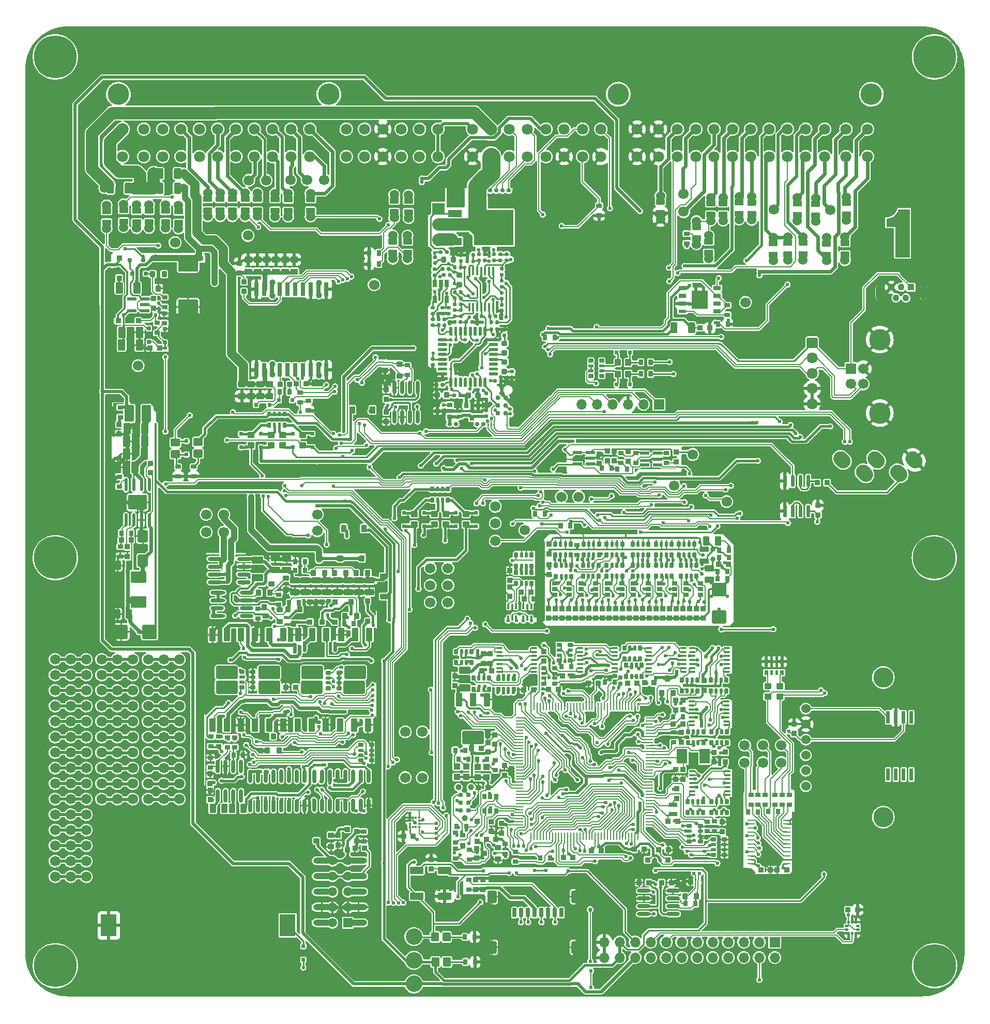
<source format=gtl>
G75*
G70*
%OFA0B0*%
%FSLAX25Y25*%
%IPPOS*%
%LPD*%
%AMOC8*
5,1,8,0,0,1.08239X$1,22.5*
%
%AMM145*
21,1,0.027560,0.030710,-0.000000,0.000000,180.000000*
21,1,0.022050,0.036220,-0.000000,0.000000,180.000000*
1,1,0.005510,-0.011020,0.015350*
1,1,0.005510,0.011020,0.015350*
1,1,0.005510,0.011020,-0.015350*
1,1,0.005510,-0.011020,-0.015350*
%
%AMM150*
21,1,0.033470,0.026770,-0.000000,0.000000,0.000000*
21,1,0.026770,0.033470,-0.000000,0.000000,0.000000*
1,1,0.006690,0.013390,-0.013390*
1,1,0.006690,-0.013390,-0.013390*
1,1,0.006690,-0.013390,0.013390*
1,1,0.006690,0.013390,0.013390*
%
%AMM151*
21,1,0.027560,0.030710,-0.000000,0.000000,90.000000*
21,1,0.022050,0.036220,-0.000000,0.000000,90.000000*
1,1,0.005510,0.015350,0.011020*
1,1,0.005510,0.015350,-0.011020*
1,1,0.005510,-0.015350,-0.011020*
1,1,0.005510,-0.015350,0.011020*
%
%AMM152*
21,1,0.039370,0.049210,-0.000000,0.000000,180.000000*
21,1,0.031500,0.057090,-0.000000,0.000000,180.000000*
1,1,0.007870,-0.015750,0.024610*
1,1,0.007870,0.015750,0.024610*
1,1,0.007870,0.015750,-0.024610*
1,1,0.007870,-0.015750,-0.024610*
%
%AMM153*
21,1,0.033470,0.026770,-0.000000,0.000000,270.000000*
21,1,0.026770,0.033470,-0.000000,0.000000,270.000000*
1,1,0.006690,-0.013390,-0.013390*
1,1,0.006690,-0.013390,0.013390*
1,1,0.006690,0.013390,0.013390*
1,1,0.006690,0.013390,-0.013390*
%
%AMM172*
21,1,0.035430,0.050000,-0.000000,-0.000000,90.000000*
21,1,0.028350,0.057090,-0.000000,-0.000000,90.000000*
1,1,0.007090,0.025000,0.014170*
1,1,0.007090,0.025000,-0.014170*
1,1,0.007090,-0.025000,-0.014170*
1,1,0.007090,-0.025000,0.014170*
%
%AMM173*
21,1,0.086610,0.073230,-0.000000,-0.000000,90.000000*
21,1,0.069290,0.090550,-0.000000,-0.000000,90.000000*
1,1,0.017320,0.036610,0.034650*
1,1,0.017320,0.036610,-0.034650*
1,1,0.017320,-0.036610,-0.034650*
1,1,0.017320,-0.036610,0.034650*
%
%AMM174*
21,1,0.027560,0.030710,-0.000000,-0.000000,270.000000*
21,1,0.022050,0.036220,-0.000000,-0.000000,270.000000*
1,1,0.005510,-0.015350,-0.011020*
1,1,0.005510,-0.015350,0.011020*
1,1,0.005510,0.015350,0.011020*
1,1,0.005510,0.015350,-0.011020*
%
%AMM175*
21,1,0.039370,0.049210,-0.000000,-0.000000,0.000000*
21,1,0.031500,0.057090,-0.000000,-0.000000,0.000000*
1,1,0.007870,0.015750,-0.024610*
1,1,0.007870,-0.015750,-0.024610*
1,1,0.007870,-0.015750,0.024610*
1,1,0.007870,0.015750,0.024610*
%
%AMM176*
21,1,0.023620,0.030710,-0.000000,-0.000000,270.000000*
21,1,0.018900,0.035430,-0.000000,-0.000000,270.000000*
1,1,0.004720,-0.015350,-0.009450*
1,1,0.004720,-0.015350,0.009450*
1,1,0.004720,0.015350,0.009450*
1,1,0.004720,0.015350,-0.009450*
%
%AMM177*
21,1,0.025590,0.026380,-0.000000,-0.000000,180.000000*
21,1,0.020470,0.031500,-0.000000,-0.000000,180.000000*
1,1,0.005120,-0.010240,0.013190*
1,1,0.005120,0.010240,0.013190*
1,1,0.005120,0.010240,-0.013190*
1,1,0.005120,-0.010240,-0.013190*
%
%AMM178*
21,1,0.017720,0.027950,-0.000000,-0.000000,180.000000*
21,1,0.014170,0.031500,-0.000000,-0.000000,180.000000*
1,1,0.003540,-0.007090,0.013980*
1,1,0.003540,0.007090,0.013980*
1,1,0.003540,0.007090,-0.013980*
1,1,0.003540,-0.007090,-0.013980*
%
%AMM179*
21,1,0.033470,0.026770,-0.000000,-0.000000,90.000000*
21,1,0.026770,0.033470,-0.000000,-0.000000,90.000000*
1,1,0.006690,0.013390,0.013390*
1,1,0.006690,0.013390,-0.013390*
1,1,0.006690,-0.013390,-0.013390*
1,1,0.006690,-0.013390,0.013390*
%
%AMM180*
21,1,0.027560,0.030710,-0.000000,-0.000000,180.000000*
21,1,0.022050,0.036220,-0.000000,-0.000000,180.000000*
1,1,0.005510,-0.011020,0.015350*
1,1,0.005510,0.011020,0.015350*
1,1,0.005510,0.011020,-0.015350*
1,1,0.005510,-0.011020,-0.015350*
%
%AMM181*
21,1,0.039370,0.049210,-0.000000,-0.000000,270.000000*
21,1,0.031500,0.057090,-0.000000,-0.000000,270.000000*
1,1,0.007870,-0.024610,-0.015750*
1,1,0.007870,-0.024610,0.015750*
1,1,0.007870,0.024610,0.015750*
1,1,0.007870,0.024610,-0.015750*
%
%AMM182*
21,1,0.033470,0.026770,-0.000000,-0.000000,0.000000*
21,1,0.026770,0.033470,-0.000000,-0.000000,0.000000*
1,1,0.006690,0.013390,-0.013390*
1,1,0.006690,-0.013390,-0.013390*
1,1,0.006690,-0.013390,0.013390*
1,1,0.006690,0.013390,0.013390*
%
%AMM183*
21,1,0.007870,0.503940,-0.000000,-0.000000,0.000000*
21,1,0.000000,0.511810,-0.000000,-0.000000,0.000000*
1,1,0.007870,-0.000000,-0.251970*
1,1,0.007870,-0.000000,-0.251970*
1,1,0.007870,-0.000000,0.251970*
1,1,0.007870,-0.000000,0.251970*
%
%AMM184*
21,1,0.009840,0.919290,-0.000000,-0.000000,90.000000*
21,1,0.000000,0.929130,-0.000000,-0.000000,90.000000*
1,1,0.009840,0.459650,-0.000000*
1,1,0.009840,0.459650,-0.000000*
1,1,0.009840,-0.459650,-0.000000*
1,1,0.009840,-0.459650,-0.000000*
%
%AMM185*
21,1,0.007870,0.041340,-0.000000,-0.000000,180.000000*
21,1,0.000000,0.049210,-0.000000,-0.000000,180.000000*
1,1,0.007870,-0.000000,0.020670*
1,1,0.007870,-0.000000,0.020670*
1,1,0.007870,-0.000000,-0.020670*
1,1,0.007870,-0.000000,-0.020670*
%
%AMM206*
21,1,0.033470,0.026770,-0.000000,-0.000000,180.000000*
21,1,0.026770,0.033470,-0.000000,-0.000000,180.000000*
1,1,0.006690,-0.013390,0.013390*
1,1,0.006690,0.013390,0.013390*
1,1,0.006690,0.013390,-0.013390*
1,1,0.006690,-0.013390,-0.013390*
%
%AMM207*
21,1,0.027560,0.030710,-0.000000,-0.000000,90.000000*
21,1,0.022050,0.036220,-0.000000,-0.000000,90.000000*
1,1,0.005510,0.015350,0.011020*
1,1,0.005510,0.015350,-0.011020*
1,1,0.005510,-0.015350,-0.011020*
1,1,0.005510,-0.015350,0.011020*
%
%AMM208*
21,1,0.015750,0.009840,-0.000000,-0.000000,225.000000*
1,1,0.009840,0.005570,0.005570*
1,1,0.009840,-0.005570,-0.005570*
%
%AMM211*
21,1,0.070870,0.036220,-0.000000,0.000000,90.000000*
21,1,0.061810,0.045280,-0.000000,0.000000,90.000000*
1,1,0.009060,0.018110,0.030910*
1,1,0.009060,0.018110,-0.030910*
1,1,0.009060,-0.018110,-0.030910*
1,1,0.009060,-0.018110,0.030910*
%
%AMM212*
21,1,0.033470,0.026770,-0.000000,0.000000,180.000000*
21,1,0.026770,0.033470,-0.000000,0.000000,180.000000*
1,1,0.006690,-0.013390,0.013390*
1,1,0.006690,0.013390,0.013390*
1,1,0.006690,0.013390,-0.013390*
1,1,0.006690,-0.013390,-0.013390*
%
%AMM213*
21,1,0.027560,0.030710,-0.000000,0.000000,270.000000*
21,1,0.022050,0.036220,-0.000000,0.000000,270.000000*
1,1,0.005510,-0.015350,-0.011020*
1,1,0.005510,-0.015350,0.011020*
1,1,0.005510,0.015350,0.011020*
1,1,0.005510,0.015350,-0.011020*
%
%AMM258*
21,1,0.070870,0.036220,-0.000000,-0.000000,180.000000*
21,1,0.061810,0.045280,-0.000000,-0.000000,180.000000*
1,1,0.009060,-0.030910,0.018110*
1,1,0.009060,0.030910,0.018110*
1,1,0.009060,0.030910,-0.018110*
1,1,0.009060,-0.030910,-0.018110*
%
%AMM259*
21,1,0.033470,0.026770,-0.000000,-0.000000,270.000000*
21,1,0.026770,0.033470,-0.000000,-0.000000,270.000000*
1,1,0.006690,-0.013390,-0.013390*
1,1,0.006690,-0.013390,0.013390*
1,1,0.006690,0.013390,0.013390*
1,1,0.006690,0.013390,-0.013390*
%
%AMM260*
21,1,0.027560,0.030710,-0.000000,-0.000000,0.000000*
21,1,0.022050,0.036220,-0.000000,-0.000000,0.000000*
1,1,0.005510,0.011020,-0.015350*
1,1,0.005510,-0.011020,-0.015350*
1,1,0.005510,-0.011020,0.015350*
1,1,0.005510,0.011020,0.015350*
%
%AMM261*
21,1,0.023620,0.030710,-0.000000,-0.000000,0.000000*
21,1,0.018900,0.035430,-0.000000,-0.000000,0.000000*
1,1,0.004720,0.009450,-0.015350*
1,1,0.004720,-0.009450,-0.015350*
1,1,0.004720,-0.009450,0.015350*
1,1,0.004720,0.009450,0.015350*
%
%AMM262*
21,1,0.027560,0.018900,-0.000000,-0.000000,0.000000*
21,1,0.022840,0.023620,-0.000000,-0.000000,0.000000*
1,1,0.004720,0.011420,-0.009450*
1,1,0.004720,-0.011420,-0.009450*
1,1,0.004720,-0.011420,0.009450*
1,1,0.004720,0.011420,0.009450*
%
%AMM263*
21,1,0.137800,0.067720,-0.000000,-0.000000,180.000000*
21,1,0.120870,0.084650,-0.000000,-0.000000,180.000000*
1,1,0.016930,-0.060430,0.033860*
1,1,0.016930,0.060430,0.033860*
1,1,0.016930,0.060430,-0.033860*
1,1,0.016930,-0.060430,-0.033860*
%
%AMM264*
21,1,0.043310,0.075980,-0.000000,-0.000000,180.000000*
21,1,0.034650,0.084650,-0.000000,-0.000000,180.000000*
1,1,0.008660,-0.017320,0.037990*
1,1,0.008660,0.017320,0.037990*
1,1,0.008660,0.017320,-0.037990*
1,1,0.008660,-0.017320,-0.037990*
%
%AMM265*
21,1,0.043310,0.075990,-0.000000,-0.000000,180.000000*
21,1,0.034650,0.084650,-0.000000,-0.000000,180.000000*
1,1,0.008660,-0.017320,0.037990*
1,1,0.008660,0.017320,0.037990*
1,1,0.008660,0.017320,-0.037990*
1,1,0.008660,-0.017320,-0.037990*
%
%AMM266*
21,1,0.039370,0.035430,-0.000000,-0.000000,90.000000*
21,1,0.031500,0.043310,-0.000000,-0.000000,90.000000*
1,1,0.007870,0.017720,0.015750*
1,1,0.007870,0.017720,-0.015750*
1,1,0.007870,-0.017720,-0.015750*
1,1,0.007870,-0.017720,0.015750*
%
%AMM267*
21,1,0.035430,0.030320,-0.000000,-0.000000,90.000000*
21,1,0.028350,0.037400,-0.000000,-0.000000,90.000000*
1,1,0.007090,0.015160,0.014170*
1,1,0.007090,0.015160,-0.014170*
1,1,0.007090,-0.015160,-0.014170*
1,1,0.007090,-0.015160,0.014170*
%
%AMM268*
21,1,0.035830,0.026770,-0.000000,-0.000000,90.000000*
21,1,0.029130,0.033470,-0.000000,-0.000000,90.000000*
1,1,0.006690,0.013390,0.014570*
1,1,0.006690,0.013390,-0.014570*
1,1,0.006690,-0.013390,-0.014570*
1,1,0.006690,-0.013390,0.014570*
%
%AMM269*
21,1,0.035430,0.030320,-0.000000,-0.000000,0.000000*
21,1,0.028350,0.037400,-0.000000,-0.000000,0.000000*
1,1,0.007090,0.014170,-0.015160*
1,1,0.007090,-0.014170,-0.015160*
1,1,0.007090,-0.014170,0.015160*
1,1,0.007090,0.014170,0.015160*
%
%AMM270*
21,1,0.025590,0.026380,-0.000000,-0.000000,90.000000*
21,1,0.020470,0.031500,-0.000000,-0.000000,90.000000*
1,1,0.005120,0.013190,0.010240*
1,1,0.005120,0.013190,-0.010240*
1,1,0.005120,-0.013190,-0.010240*
1,1,0.005120,-0.013190,0.010240*
%
%AMM271*
21,1,0.017720,0.027950,-0.000000,-0.000000,90.000000*
21,1,0.014170,0.031500,-0.000000,-0.000000,90.000000*
1,1,0.003540,0.013980,0.007090*
1,1,0.003540,0.013980,-0.007090*
1,1,0.003540,-0.013980,-0.007090*
1,1,0.003540,-0.013980,0.007090*
%
%AMM272*
21,1,0.027560,0.049610,-0.000000,-0.000000,90.000000*
21,1,0.022050,0.055120,-0.000000,-0.000000,90.000000*
1,1,0.005510,0.024800,0.011020*
1,1,0.005510,0.024800,-0.011020*
1,1,0.005510,-0.024800,-0.011020*
1,1,0.005510,-0.024800,0.011020*
%
%AMM273*
21,1,0.035830,0.026770,-0.000000,-0.000000,0.000000*
21,1,0.029130,0.033470,-0.000000,-0.000000,0.000000*
1,1,0.006690,0.014570,-0.013390*
1,1,0.006690,-0.014570,-0.013390*
1,1,0.006690,-0.014570,0.013390*
1,1,0.006690,0.014570,0.013390*
%
%AMM274*
21,1,0.007870,0.029130,-0.000000,-0.000000,45.000000*
21,1,0.000000,0.037010,-0.000000,-0.000000,45.000000*
1,1,0.007870,0.010300,-0.010300*
1,1,0.007870,0.010300,-0.010300*
1,1,0.007870,-0.010300,0.010300*
1,1,0.007870,-0.010300,0.010300*
%
%AMM275*
21,1,0.007870,0.014960,-0.000000,-0.000000,315.000000*
21,1,0.000000,0.022840,-0.000000,-0.000000,315.000000*
1,1,0.007870,-0.005290,-0.005290*
1,1,0.007870,-0.005290,-0.005290*
1,1,0.007870,0.005290,0.005290*
1,1,0.007870,0.005290,0.005290*
%
%AMM276*
21,1,0.007870,0.013780,-0.000000,-0.000000,225.000000*
21,1,0.000000,0.021650,-0.000000,-0.000000,225.000000*
1,1,0.007870,-0.004870,0.004870*
1,1,0.007870,-0.004870,0.004870*
1,1,0.007870,0.004870,-0.004870*
1,1,0.007870,0.004870,-0.004870*
%
%AMM277*
21,1,0.007870,0.039370,-0.000000,-0.000000,225.000000*
21,1,0.000000,0.047240,-0.000000,-0.000000,225.000000*
1,1,0.007870,-0.013920,0.013920*
1,1,0.007870,-0.013920,0.013920*
1,1,0.007870,0.013920,-0.013920*
1,1,0.007870,0.013920,-0.013920*
%
%AMM278*
21,1,0.007870,0.055120,-0.000000,-0.000000,90.000000*
21,1,0.000000,0.062990,-0.000000,-0.000000,90.000000*
1,1,0.007870,0.027560,-0.000000*
1,1,0.007870,0.027560,-0.000000*
1,1,0.007870,-0.027560,-0.000000*
1,1,0.007870,-0.027560,-0.000000*
%
%AMM279*
21,1,0.007870,0.023620,-0.000000,-0.000000,135.000000*
21,1,0.000000,0.031500,-0.000000,-0.000000,135.000000*
1,1,0.007870,0.008350,0.008350*
1,1,0.007870,0.008350,0.008350*
1,1,0.007870,-0.008350,-0.008350*
1,1,0.007870,-0.008350,-0.008350*
%
%AMM280*
21,1,0.007870,1.704720,-0.000000,-0.000000,90.000000*
21,1,0.000000,1.712600,-0.000000,-0.000000,90.000000*
1,1,0.007870,0.852360,-0.000000*
1,1,0.007870,0.852360,-0.000000*
1,1,0.007870,-0.852360,-0.000000*
1,1,0.007870,-0.852360,-0.000000*
%
%AMM281*
21,1,0.007870,1.405510,-0.000000,-0.000000,0.000000*
21,1,0.000000,1.413390,-0.000000,-0.000000,0.000000*
1,1,0.007870,-0.000000,-0.702760*
1,1,0.007870,-0.000000,-0.702760*
1,1,0.007870,-0.000000,0.702760*
1,1,0.007870,-0.000000,0.702760*
%
%AMM282*
21,1,0.007870,1.787400,-0.000000,-0.000000,90.000000*
21,1,0.000000,1.795280,-0.000000,-0.000000,90.000000*
1,1,0.007870,0.893700,-0.000000*
1,1,0.007870,0.893700,-0.000000*
1,1,0.007870,-0.893700,-0.000000*
1,1,0.007870,-0.893700,-0.000000*
%
%AMM283*
21,1,0.007870,1.416930,-0.000000,-0.000000,0.000000*
21,1,0.000000,1.424800,-0.000000,-0.000000,0.000000*
1,1,0.007870,-0.000000,-0.708470*
1,1,0.007870,-0.000000,-0.708470*
1,1,0.007870,-0.000000,0.708470*
1,1,0.007870,-0.000000,0.708470*
%
%AMM284*
21,1,0.009840,0.017720,-0.000000,-0.000000,0.000000*
21,1,0.000000,0.027560,-0.000000,-0.000000,0.000000*
1,1,0.009840,-0.000000,-0.008860*
1,1,0.009840,-0.000000,-0.008860*
1,1,0.009840,-0.000000,0.008860*
1,1,0.009840,-0.000000,0.008860*
%
%AMM305*
21,1,0.035430,0.030320,-0.000000,0.000000,90.000000*
21,1,0.028350,0.037400,-0.000000,0.000000,90.000000*
1,1,0.007090,0.015160,0.014170*
1,1,0.007090,0.015160,-0.014170*
1,1,0.007090,-0.015160,-0.014170*
1,1,0.007090,-0.015160,0.014170*
%
%AMM309*
21,1,0.025590,0.026380,-0.000000,0.000000,180.000000*
21,1,0.020470,0.031500,-0.000000,0.000000,180.000000*
1,1,0.005120,-0.010240,0.013190*
1,1,0.005120,0.010240,0.013190*
1,1,0.005120,0.010240,-0.013190*
1,1,0.005120,-0.010240,-0.013190*
%
%AMM31*
21,1,0.027560,0.030710,0.000000,0.000000,270.000000*
21,1,0.022050,0.036220,0.000000,0.000000,270.000000*
1,1,0.005510,-0.015350,-0.011020*
1,1,0.005510,-0.015350,0.011020*
1,1,0.005510,0.015350,0.011020*
1,1,0.005510,0.015350,-0.011020*
%
%AMM310*
21,1,0.017720,0.027950,-0.000000,0.000000,180.000000*
21,1,0.014170,0.031500,-0.000000,0.000000,180.000000*
1,1,0.003540,-0.007090,0.013980*
1,1,0.003540,0.007090,0.013980*
1,1,0.003540,0.007090,-0.013980*
1,1,0.003540,-0.007090,-0.013980*
%
%AMM311*
21,1,0.035830,0.026770,-0.000000,0.000000,180.000000*
21,1,0.029130,0.033470,-0.000000,0.000000,180.000000*
1,1,0.006690,-0.014570,0.013390*
1,1,0.006690,0.014570,0.013390*
1,1,0.006690,0.014570,-0.013390*
1,1,0.006690,-0.014570,-0.013390*
%
%AMM323*
21,1,0.035430,0.030320,-0.000000,-0.000000,180.000000*
21,1,0.028350,0.037400,-0.000000,-0.000000,180.000000*
1,1,0.007090,-0.014170,0.015160*
1,1,0.007090,0.014170,0.015160*
1,1,0.007090,0.014170,-0.015160*
1,1,0.007090,-0.014170,-0.015160*
%
%AMM324*
21,1,0.043310,0.075980,-0.000000,-0.000000,0.000000*
21,1,0.034650,0.084650,-0.000000,-0.000000,0.000000*
1,1,0.008660,0.017320,-0.037990*
1,1,0.008660,-0.017320,-0.037990*
1,1,0.008660,-0.017320,0.037990*
1,1,0.008660,0.017320,0.037990*
%
%AMM325*
21,1,0.043310,0.075990,-0.000000,-0.000000,0.000000*
21,1,0.034650,0.084650,-0.000000,-0.000000,0.000000*
1,1,0.008660,0.017320,-0.037990*
1,1,0.008660,-0.017320,-0.037990*
1,1,0.008660,-0.017320,0.037990*
1,1,0.008660,0.017320,0.037990*
%
%AMM326*
21,1,0.137800,0.067720,-0.000000,-0.000000,0.000000*
21,1,0.120870,0.084650,-0.000000,-0.000000,0.000000*
1,1,0.016930,0.060430,-0.033860*
1,1,0.016930,-0.060430,-0.033860*
1,1,0.016930,-0.060430,0.033860*
1,1,0.016930,0.060430,0.033860*
%
%AMM327*
21,1,0.025590,0.026380,-0.000000,-0.000000,270.000000*
21,1,0.020470,0.031500,-0.000000,-0.000000,270.000000*
1,1,0.005120,-0.013190,-0.010240*
1,1,0.005120,-0.013190,0.010240*
1,1,0.005120,0.013190,0.010240*
1,1,0.005120,0.013190,-0.010240*
%
%AMM328*
21,1,0.017720,0.027950,-0.000000,-0.000000,270.000000*
21,1,0.014170,0.031500,-0.000000,-0.000000,270.000000*
1,1,0.003540,-0.013980,-0.007090*
1,1,0.003540,-0.013980,0.007090*
1,1,0.003540,0.013980,0.007090*
1,1,0.003540,0.013980,-0.007090*
%
%AMM329*
21,1,0.035830,0.026770,-0.000000,-0.000000,270.000000*
21,1,0.029130,0.033470,-0.000000,-0.000000,270.000000*
1,1,0.006690,-0.013390,-0.014570*
1,1,0.006690,-0.013390,0.014570*
1,1,0.006690,0.013390,0.014570*
1,1,0.006690,0.013390,-0.014570*
%
%AMM330*
21,1,0.003940,0.007870,-0.000000,-0.000000,315.000000*
1,1,0.007870,-0.001390,0.001390*
1,1,0.007870,0.001390,-0.001390*
%
%AMM331*
21,1,0.087800,0.007870,-0.000000,-0.000000,225.000000*
1,1,0.007870,0.031040,0.031040*
1,1,0.007870,-0.031040,-0.031040*
%
%AMM332*
21,1,0.031500,0.007870,-0.000000,-0.000000,135.000000*
1,1,0.007870,0.011140,-0.011140*
1,1,0.007870,-0.011140,0.011140*
%
%AMM341*
21,1,0.012600,0.028980,-0.000000,0.000000,0.000000*
21,1,0.010080,0.031500,-0.000000,0.000000,0.000000*
1,1,0.002520,0.005040,-0.014490*
1,1,0.002520,-0.005040,-0.014490*
1,1,0.002520,-0.005040,0.014490*
1,1,0.002520,0.005040,0.014490*
%
%AMM343*
21,1,0.035830,0.026770,-0.000000,0.000000,90.000000*
21,1,0.029130,0.033470,-0.000000,0.000000,90.000000*
1,1,0.006690,0.013390,0.014570*
1,1,0.006690,0.013390,-0.014570*
1,1,0.006690,-0.013390,-0.014570*
1,1,0.006690,-0.013390,0.014570*
%
%AMM344*
21,1,0.007870,0.640160,-0.000000,0.000000,0.000000*
21,1,0.000000,0.648030,-0.000000,0.000000,0.000000*
1,1,0.007870,-0.000000,-0.320080*
1,1,0.007870,-0.000000,-0.320080*
1,1,0.007870,-0.000000,0.320080*
1,1,0.007870,-0.000000,0.320080*
%
%AMM345*
21,1,0.007870,0.400390,-0.000000,0.000000,90.000000*
21,1,0.000000,0.408270,-0.000000,0.000000,90.000000*
1,1,0.007870,0.200200,0.000000*
1,1,0.007870,0.200200,0.000000*
1,1,0.007870,-0.200200,0.000000*
1,1,0.007870,-0.200200,0.000000*
%
%AMM346*
21,1,0.007870,0.080320,-0.000000,0.000000,315.000000*
21,1,0.000000,0.088190,-0.000000,0.000000,315.000000*
1,1,0.007870,-0.028400,-0.028400*
1,1,0.007870,-0.028400,-0.028400*
1,1,0.007870,0.028400,0.028400*
1,1,0.007870,0.028400,0.028400*
%
%AMM347*
21,1,0.007870,0.287010,-0.000000,0.000000,270.000000*
21,1,0.000000,0.294880,-0.000000,0.000000,270.000000*
1,1,0.007870,-0.143500,0.000000*
1,1,0.007870,-0.143500,0.000000*
1,1,0.007870,0.143500,0.000000*
1,1,0.007870,0.143500,0.000000*
%
%AMM348*
21,1,0.007870,0.078350,-0.000000,0.000000,225.000000*
21,1,0.000000,0.086220,-0.000000,0.000000,225.000000*
1,1,0.007870,-0.027700,0.027700*
1,1,0.007870,-0.027700,0.027700*
1,1,0.007870,0.027700,-0.027700*
1,1,0.007870,0.027700,-0.027700*
%
%AMM349*
21,1,0.007870,0.643700,-0.000000,0.000000,0.000000*
21,1,0.000000,0.651580,-0.000000,0.000000,0.000000*
1,1,0.007870,-0.000000,-0.321850*
1,1,0.007870,-0.000000,-0.321850*
1,1,0.007870,-0.000000,0.321850*
1,1,0.007870,-0.000000,0.321850*
%
%AMM355*
21,1,0.035430,0.030320,0.000000,-0.000000,90.000000*
21,1,0.028350,0.037400,0.000000,-0.000000,90.000000*
1,1,0.007090,0.015160,0.014170*
1,1,0.007090,0.015160,-0.014170*
1,1,0.007090,-0.015160,-0.014170*
1,1,0.007090,-0.015160,0.014170*
%
%AMM356*
21,1,0.033470,0.026770,0.000000,-0.000000,270.000000*
21,1,0.026770,0.033470,0.000000,-0.000000,270.000000*
1,1,0.006690,-0.013390,-0.013390*
1,1,0.006690,-0.013390,0.013390*
1,1,0.006690,0.013390,0.013390*
1,1,0.006690,0.013390,-0.013390*
%
%AMM357*
21,1,0.027560,0.030710,0.000000,-0.000000,90.000000*
21,1,0.022050,0.036220,0.000000,-0.000000,90.000000*
1,1,0.005510,0.015350,0.011020*
1,1,0.005510,0.015350,-0.011020*
1,1,0.005510,-0.015350,-0.011020*
1,1,0.005510,-0.015350,0.011020*
%
%AMM36*
21,1,0.033470,0.026770,0.000000,0.000000,90.000000*
21,1,0.026770,0.033470,0.000000,0.000000,90.000000*
1,1,0.006690,0.013390,0.013390*
1,1,0.006690,0.013390,-0.013390*
1,1,0.006690,-0.013390,-0.013390*
1,1,0.006690,-0.013390,0.013390*
%
%AMM363*
21,1,0.021650,0.052760,-0.000000,-0.000000,90.000000*
21,1,0.017320,0.057090,-0.000000,-0.000000,90.000000*
1,1,0.004330,0.026380,0.008660*
1,1,0.004330,0.026380,-0.008660*
1,1,0.004330,-0.026380,-0.008660*
1,1,0.004330,-0.026380,0.008660*
%
%AMM365*
21,1,0.035430,0.030320,-0.000000,0.000000,180.000000*
21,1,0.028350,0.037400,-0.000000,0.000000,180.000000*
1,1,0.007090,-0.014170,0.015160*
1,1,0.007090,0.014170,0.015160*
1,1,0.007090,0.014170,-0.015160*
1,1,0.007090,-0.014170,-0.015160*
%
%AMM366*
21,1,0.021650,0.052760,-0.000000,0.000000,90.000000*
21,1,0.017320,0.057090,-0.000000,0.000000,90.000000*
1,1,0.004330,0.026380,0.008660*
1,1,0.004330,0.026380,-0.008660*
1,1,0.004330,-0.026380,-0.008660*
1,1,0.004330,-0.026380,0.008660*
%
%AMM367*
21,1,0.094490,0.111020,-0.000000,0.000000,270.000000*
21,1,0.075590,0.129920,-0.000000,0.000000,270.000000*
1,1,0.018900,-0.055510,-0.037800*
1,1,0.018900,-0.055510,0.037800*
1,1,0.018900,0.055510,0.037800*
1,1,0.018900,0.055510,-0.037800*
%
%AMM368*
21,1,0.023620,0.018900,-0.000000,0.000000,0.000000*
21,1,0.018900,0.023620,-0.000000,0.000000,0.000000*
1,1,0.004720,0.009450,-0.009450*
1,1,0.004720,-0.009450,-0.009450*
1,1,0.004720,-0.009450,0.009450*
1,1,0.004720,0.009450,0.009450*
%
%AMM369*
21,1,0.023620,0.018900,-0.000000,0.000000,270.000000*
21,1,0.018900,0.023620,-0.000000,0.000000,270.000000*
1,1,0.004720,-0.009450,-0.009450*
1,1,0.004720,-0.009450,0.009450*
1,1,0.004720,0.009450,0.009450*
1,1,0.004720,0.009450,-0.009450*
%
%AMM370*
21,1,0.047240,0.015750,-0.000000,0.000000,225.000000*
1,1,0.015750,0.016700,0.016700*
1,1,0.015750,-0.016700,-0.016700*
%
%AMM376*
21,1,0.106300,0.050390,-0.000000,0.000000,90.000000*
21,1,0.093700,0.062990,-0.000000,0.000000,90.000000*
1,1,0.012600,0.025200,0.046850*
1,1,0.012600,0.025200,-0.046850*
1,1,0.012600,-0.025200,-0.046850*
1,1,0.012600,-0.025200,0.046850*
%
%AMM377*
21,1,0.074800,0.083460,-0.000000,0.000000,270.000000*
21,1,0.059840,0.098430,-0.000000,0.000000,270.000000*
1,1,0.014960,-0.041730,-0.029920*
1,1,0.014960,-0.041730,0.029920*
1,1,0.014960,0.041730,0.029920*
1,1,0.014960,0.041730,-0.029920*
%
%AMM378*
21,1,0.122050,0.075590,-0.000000,0.000000,0.000000*
21,1,0.103150,0.094490,-0.000000,0.000000,0.000000*
1,1,0.018900,0.051580,-0.037800*
1,1,0.018900,-0.051580,-0.037800*
1,1,0.018900,-0.051580,0.037800*
1,1,0.018900,0.051580,0.037800*
%
%AMM379*
21,1,0.078740,0.053540,-0.000000,0.000000,270.000000*
21,1,0.065350,0.066930,-0.000000,0.000000,270.000000*
1,1,0.013390,-0.026770,-0.032680*
1,1,0.013390,-0.026770,0.032680*
1,1,0.013390,0.026770,0.032680*
1,1,0.013390,0.026770,-0.032680*
%
%AMM380*
21,1,0.070870,0.036220,-0.000000,0.000000,270.000000*
21,1,0.061810,0.045280,-0.000000,0.000000,270.000000*
1,1,0.009060,-0.018110,-0.030910*
1,1,0.009060,-0.018110,0.030910*
1,1,0.009060,0.018110,0.030910*
1,1,0.009060,0.018110,-0.030910*
%
%AMM381*
21,1,0.086610,0.073230,-0.000000,0.000000,180.000000*
21,1,0.069290,0.090550,-0.000000,0.000000,180.000000*
1,1,0.017320,-0.034650,0.036610*
1,1,0.017320,0.034650,0.036610*
1,1,0.017320,0.034650,-0.036610*
1,1,0.017320,-0.034650,-0.036610*
%
%AMM82*
21,1,0.078740,0.045670,0.000000,0.000000,270.000000*
21,1,0.067320,0.057090,0.000000,0.000000,270.000000*
1,1,0.011420,-0.022840,-0.033660*
1,1,0.011420,-0.022840,0.033660*
1,1,0.011420,0.022840,0.033660*
1,1,0.011420,0.022840,-0.033660*
%
%AMM83*
21,1,0.059060,0.020470,0.000000,0.000000,270.000000*
21,1,0.053940,0.025590,0.000000,0.000000,270.000000*
1,1,0.005120,-0.010240,-0.026970*
1,1,0.005120,-0.010240,0.026970*
1,1,0.005120,0.010240,0.026970*
1,1,0.005120,0.010240,-0.026970*
%
%ADD10C,0.00394*%
%ADD100C,0.00800*%
%ADD101C,0.01969*%
%ADD102C,0.03150*%
%ADD107C,0.00984*%
%ADD11O,0.01969X0.11811*%
%ADD110C,0.01181*%
%ADD12O,0.01969X0.50000*%
%ADD13O,0.04724X0.01969*%
%ADD14O,0.68504X0.01575*%
%ADD15O,0.01969X0.44882*%
%ADD157C,0.01968*%
%ADD16O,0.56890X0.01969*%
%ADD163O,0.04961X0.00984*%
%ADD165M31*%
%ADD167O,0.00984X0.40158*%
%ADD17C,0.02362*%
%ADD174M36*%
%ADD177O,0.05118X0.00866*%
%ADD178O,0.00866X0.05118*%
%ADD18O,0.01969X0.00984*%
%ADD183O,0.04331X0.01181*%
%ADD186R,0.06693X0.09449*%
%ADD19C,0.06000*%
%ADD20C,0.06693*%
%ADD204R,0.01968X0.01968*%
%ADD205C,0.03100*%
%ADD206C,0.03900*%
%ADD21R,0.06693X0.06693*%
%ADD22O,0.06693X0.06693*%
%ADD23C,0.10630*%
%ADD234M82*%
%ADD235M83*%
%ADD236O,0.01968X0.50000*%
%ADD237O,0.56890X0.01968*%
%ADD238O,0.01968X0.44882*%
%ADD239O,0.01968X0.11811*%
%ADD24O,0.00787X0.56693*%
%ADD240O,0.04724X0.01968*%
%ADD249O,0.02362X0.08661*%
%ADD25O,0.00787X1.01772*%
%ADD250O,0.08661X0.02362*%
%ADD255C,0.05118*%
%ADD26O,0.00787X0.16339*%
%ADD27O,0.00787X0.16732*%
%ADD275O,0.01968X0.00984*%
%ADD28O,0.00787X0.14173*%
%ADD287R,0.05906X0.05906*%
%ADD29O,0.00787X0.34744*%
%ADD296O,0.00984X0.01968*%
%ADD30O,0.44587X0.00787*%
%ADD309O,0.03937X0.01968*%
%ADD31O,1.01181X0.00787*%
%ADD32O,0.06693X0.00787*%
%ADD329O,0.01968X0.03937*%
%ADD33O,0.03937X0.05906*%
%ADD34O,0.03150X0.02362*%
%ADD345R,0.03543X0.03150*%
%ADD348R,0.03150X0.03543*%
%ADD35C,0.13780*%
%ADD36C,0.07087*%
%ADD364M145*%
%ADD369M150*%
%ADD37R,0.04331X0.04331*%
%ADD370M151*%
%ADD371M152*%
%ADD372M153*%
%ADD38C,0.04331*%
%ADD39O,0.04331X0.09449*%
%ADD391M172*%
%ADD392M173*%
%ADD393M174*%
%ADD394M175*%
%ADD395M176*%
%ADD396M177*%
%ADD397M178*%
%ADD398M179*%
%ADD399M180*%
%ADD40O,0.00984X0.01969*%
%ADD400M181*%
%ADD401M182*%
%ADD402M183*%
%ADD403M184*%
%ADD404M185*%
%ADD41O,0.22323X0.00787*%
%ADD42O,0.01575X0.38583*%
%ADD429M206*%
%ADD43O,0.26772X0.00787*%
%ADD430M207*%
%ADD431M208*%
%ADD434M211*%
%ADD435M212*%
%ADD436M213*%
%ADD44O,0.00787X0.43701*%
%ADD45C,0.13000*%
%ADD46O,0.00787X0.26772*%
%ADD47O,0.38583X0.01575*%
%ADD48O,0.00787X0.22323*%
%ADD485M258*%
%ADD486M259*%
%ADD487M260*%
%ADD488M261*%
%ADD489M262*%
%ADD49O,0.43701X0.00787*%
%ADD490M263*%
%ADD491M264*%
%ADD492M265*%
%ADD493M266*%
%ADD494M267*%
%ADD495M268*%
%ADD496M269*%
%ADD497M270*%
%ADD498M271*%
%ADD499M272*%
%ADD50C,0.27559*%
%ADD500M273*%
%ADD501M274*%
%ADD502M275*%
%ADD503M276*%
%ADD504M277*%
%ADD505M278*%
%ADD506M279*%
%ADD507M280*%
%ADD508M281*%
%ADD509M282*%
%ADD51R,0.01476X0.01378*%
%ADD510M283*%
%ADD511M284*%
%ADD52R,0.01378X0.01476*%
%ADD53R,0.10236X0.14173*%
%ADD532M305*%
%ADD536M309*%
%ADD537M310*%
%ADD538M311*%
%ADD54O,0.01969X0.03937*%
%ADD55O,0.34428X0.03937*%
%ADD56O,0.36220X0.00787*%
%ADD565M323*%
%ADD566M324*%
%ADD567M325*%
%ADD568M326*%
%ADD569M327*%
%ADD57O,0.01969X0.00787*%
%ADD570M328*%
%ADD571M329*%
%ADD572M330*%
%ADD573M331*%
%ADD574M332*%
%ADD58O,0.01575X0.35433*%
%ADD583M341*%
%ADD585O,0.11221X0.04016*%
%ADD586M343*%
%ADD587M344*%
%ADD588M345*%
%ADD589M346*%
%ADD59O,0.00787X0.54331*%
%ADD590M347*%
%ADD591M348*%
%ADD592M349*%
%ADD599M355*%
%ADD60O,0.21260X0.01575*%
%ADD600M356*%
%ADD601M357*%
%ADD607M363*%
%ADD609M365*%
%ADD61O,0.00787X0.25591*%
%ADD610M366*%
%ADD611M367*%
%ADD612M368*%
%ADD613M369*%
%ADD614O,0.34429X0.03937*%
%ADD615O,0.36221X0.00787*%
%ADD616O,0.01968X0.00787*%
%ADD617M370*%
%ADD62C,0.02756*%
%ADD624M376*%
%ADD625M377*%
%ADD626O,0.01968X0.08661*%
%ADD627M378*%
%ADD628M379*%
%ADD629M380*%
%ADD63C,0.11811*%
%ADD630M381*%
%ADD631O,0.11811X0.01968*%
%ADD632O,0.28347X0.01575*%
%ADD64R,0.11811X0.00984*%
%ADD640R,0.08661X0.04724*%
%ADD641R,0.25197X0.22835*%
%ADD642R,0.01772X0.05709*%
%ADD643R,0.02559X0.04803*%
%ADD644R,0.07874X0.07500*%
%ADD645O,0.07874X0.07500*%
%ADD65R,0.05709X0.00984*%
%ADD66R,0.08858X0.00984*%
%ADD67R,0.11614X0.00984*%
%ADD68R,0.00984X1.54528*%
%ADD69R,0.12205X0.00984*%
%ADD70R,0.03740X0.00984*%
%ADD71O,0.20079X0.00787*%
%ADD72O,0.00787X0.03740*%
%ADD73O,0.13780X0.00787*%
%ADD74R,0.05157X0.02559*%
%ADD75R,0.05157X0.02362*%
%ADD76R,0.05217X0.05906*%
%ADD77O,0.00984X0.40157*%
%ADD78O,0.22835X0.00984*%
%ADD79O,0.00787X0.01575*%
%ADD80O,0.01575X0.19685*%
%ADD81O,0.01575X1.18110*%
%ADD82O,0.28346X0.01575*%
%ADD83O,0.12205X0.00787*%
%ADD84O,0.11811X0.01969*%
%ADD85O,0.01575X1.39370*%
%ADD86R,0.03150X0.08661*%
%ADD87R,0.08000X0.20000*%
%ADD88R,0.45000X0.30000*%
%ADD89O,0.07283X0.06693*%
%ADD90C,0.02700*%
%ADD91C,0.05906*%
%ADD92C,0.02400*%
%ADD93C,0.03937*%
%ADD94C,0.00787*%
%ADD95C,0.01575*%
%ADD96C,0.01000*%
%ADD97C,0.01180*%
%ADD98C,0.02000*%
%ADD99C,0.07874*%
X0000000Y0000000D02*
%LPD*%
G01*
D10*
X0570500Y0476823D02*
X0561445Y0476823D01*
X0561445Y0476823D02*
X0561445Y0496114D01*
X0561445Y0496114D02*
X0561406Y0496311D01*
X0561406Y0496311D02*
X0561248Y0496469D01*
X0561248Y0496469D02*
X0561051Y0496508D01*
X0561051Y0496508D02*
X0555539Y0496508D01*
X0555539Y0496508D02*
X0555539Y0501626D01*
X0555539Y0501626D02*
X0555933Y0501626D01*
X0555933Y0501626D02*
X0556642Y0501705D01*
X0556642Y0501705D02*
X0557469Y0501862D01*
X0557469Y0501862D02*
X0558295Y0502138D01*
X0558295Y0502138D02*
X0558807Y0502335D01*
X0558807Y0502335D02*
X0559516Y0502689D01*
X0559516Y0502689D02*
X0560185Y0503122D01*
X0560185Y0503122D02*
X0560894Y0503673D01*
X0560894Y0503673D02*
X0561642Y0504421D01*
X0561642Y0504421D02*
X0561996Y0504894D01*
X0561996Y0504894D02*
X0562429Y0505524D01*
X0562429Y0505524D02*
X0562862Y0506311D01*
X0562862Y0506311D02*
X0563177Y0507059D01*
X0563177Y0507059D02*
X0563335Y0507532D01*
X0563335Y0507532D02*
X0570500Y0507532D01*
X0570500Y0507532D02*
X0570500Y0476823D01*
G36*
X0570500Y0476823D02*
G01*
X0561445Y0476823D01*
X0561445Y0496114D01*
X0561406Y0496311D01*
X0561248Y0496469D01*
X0561051Y0496508D01*
X0555539Y0496508D01*
X0555539Y0501626D01*
X0555933Y0501626D01*
X0556642Y0501705D01*
X0557469Y0501862D01*
X0558295Y0502138D01*
X0558807Y0502335D01*
X0559516Y0502689D01*
X0560185Y0503122D01*
X0560894Y0503673D01*
X0561642Y0504421D01*
X0561996Y0504894D01*
X0562429Y0505524D01*
X0562862Y0506311D01*
X0563177Y0507059D01*
X0563335Y0507532D01*
X0570500Y0507532D01*
X0570500Y0476823D01*
G37*
X0570500Y0476823D02*
X0561445Y0476823D01*
X0561445Y0496114D01*
X0561406Y0496311D01*
X0561248Y0496469D01*
X0561051Y0496508D01*
X0555539Y0496508D01*
X0555539Y0501626D01*
X0555933Y0501626D01*
X0556642Y0501705D01*
X0557469Y0501862D01*
X0558295Y0502138D01*
X0558807Y0502335D01*
X0559516Y0502689D01*
X0560185Y0503122D01*
X0560894Y0503673D01*
X0561642Y0504421D01*
X0561996Y0504894D01*
X0562429Y0505524D01*
X0562862Y0506311D01*
X0563177Y0507059D01*
X0563335Y0507532D01*
X0570500Y0507532D01*
X0570500Y0476823D01*
D11*
X0354207Y0023012D03*
D12*
X0357160Y0052097D03*
D13*
X0355585Y0028032D03*
D14*
X0323695Y0076358D03*
D15*
X0299286Y0039793D03*
D16*
X0326727Y0017992D03*
D17*
X0297120Y0070059D03*
X0303321Y0050748D03*
X0353337Y0050784D03*
X0319955Y0048110D03*
X0324581Y0048110D03*
X0333144Y0048110D03*
X0341904Y0048110D03*
D18*
X0351423Y0343184D03*
X0351423Y0346629D03*
X0351423Y0349385D03*
X0421600Y0351156D03*
X0421600Y0341708D03*
G36*
G01*
X0229613Y0473919D02*
X0229613Y0470848D01*
G75*
G02*
X0229337Y0470572I-000276J0000000D01*
G01*
X0227133Y0470572D01*
G75*
G02*
X0226857Y0470848I0000000J0000276D01*
G01*
X0226857Y0473919D01*
G75*
G02*
X0227133Y0474194I0000276J0000000D01*
G01*
X0229337Y0474194D01*
G75*
G02*
X0229613Y0473919I0000000J-000276D01*
G01*
G37*
G36*
G01*
X0223314Y0473919D02*
X0223314Y0470848D01*
G75*
G02*
X0223038Y0470572I-000276J0000000D01*
G01*
X0220833Y0470572D01*
G75*
G02*
X0220558Y0470848I0000000J0000276D01*
G01*
X0220558Y0473919D01*
G75*
G02*
X0220833Y0474194I0000276J0000000D01*
G01*
X0223038Y0474194D01*
G75*
G02*
X0223314Y0473919I0000000J-000276D01*
G01*
G37*
G36*
G01*
X0239711Y0477580D02*
X0234790Y0477580D01*
G75*
G02*
X0234396Y0477974I0000000J0000394D01*
G01*
X0234396Y0481123D01*
G75*
G02*
X0234790Y0481517I0000394J0000000D01*
G01*
X0239711Y0481517D01*
G75*
G02*
X0240105Y0481123I0000000J-000394D01*
G01*
X0240105Y0477974D01*
G75*
G02*
X0239711Y0477580I-000394J0000000D01*
G01*
G37*
D19*
X0237251Y0475789D03*
G36*
G01*
X0239711Y0485060D02*
X0234790Y0485060D01*
G75*
G02*
X0234396Y0485454I0000000J0000394D01*
G01*
X0234396Y0488604D01*
G75*
G02*
X0234790Y0488997I0000394J0000000D01*
G01*
X0239711Y0488997D01*
G75*
G02*
X0240105Y0488604I0000000J-000394D01*
G01*
X0240105Y0485454D01*
G75*
G02*
X0239711Y0485060I-000394J0000000D01*
G01*
G37*
X0237251Y0490789D03*
G36*
G01*
X0152467Y0504942D02*
X0147546Y0504942D01*
G75*
G02*
X0147152Y0505336I0000000J0000394D01*
G01*
X0147152Y0508486D01*
G75*
G02*
X0147546Y0508879I0000394J0000000D01*
G01*
X0152467Y0508879D01*
G75*
G02*
X0152861Y0508486I0000000J-000394D01*
G01*
X0152861Y0505336D01*
G75*
G02*
X0152467Y0504942I-000394J0000000D01*
G01*
G37*
X0150007Y0503151D03*
G36*
G01*
X0152467Y0512423D02*
X0147546Y0512423D01*
G75*
G02*
X0147152Y0512816I0000000J0000394D01*
G01*
X0147152Y0515966D01*
G75*
G02*
X0147546Y0516360I0000394J0000000D01*
G01*
X0152467Y0516360D01*
G75*
G02*
X0152861Y0515966I0000000J-000394D01*
G01*
X0152861Y0512816D01*
G75*
G02*
X0152467Y0512423I-000394J0000000D01*
G01*
G37*
X0150007Y0518151D03*
D20*
X0245285Y0141379D03*
X0245285Y0170915D03*
G36*
G01*
X0097283Y0343159D02*
X0100354Y0343159D01*
G75*
G02*
X0100630Y0342884I0000000J-000276D01*
G01*
X0100630Y0340679D01*
G75*
G02*
X0100354Y0340404I-000276J0000000D01*
G01*
X0097283Y0340404D01*
G75*
G02*
X0097008Y0340679I0000000J0000276D01*
G01*
X0097008Y0342884D01*
G75*
G02*
X0097283Y0343159I0000276J0000000D01*
G01*
G37*
G36*
G01*
X0097283Y0336860D02*
X0100354Y0336860D01*
G75*
G02*
X0100630Y0336585I0000000J-000276D01*
G01*
X0100630Y0334380D01*
G75*
G02*
X0100354Y0334104I-000276J0000000D01*
G01*
X0097283Y0334104D01*
G75*
G02*
X0097008Y0334380I0000000J0000276D01*
G01*
X0097008Y0336585D01*
G75*
G02*
X0097283Y0336860I0000276J0000000D01*
G01*
G37*
D21*
X0408865Y0381911D03*
D22*
X0398865Y0381911D03*
X0388865Y0381911D03*
X0378865Y0381911D03*
X0368865Y0381911D03*
X0358865Y0381911D03*
G36*
G01*
X0445597Y0432068D02*
X0445597Y0435139D01*
G75*
G02*
X0445873Y0435415I0000276J0000000D01*
G01*
X0448077Y0435415D01*
G75*
G02*
X0448353Y0435139I0000000J-000276D01*
G01*
X0448353Y0432068D01*
G75*
G02*
X0448077Y0431793I-000276J0000000D01*
G01*
X0445873Y0431793D01*
G75*
G02*
X0445597Y0432068I0000000J0000276D01*
G01*
G37*
G36*
G01*
X0451896Y0432068D02*
X0451896Y0435139D01*
G75*
G02*
X0452172Y0435415I0000276J0000000D01*
G01*
X0454377Y0435415D01*
G75*
G02*
X0454652Y0435139I0000000J-000276D01*
G01*
X0454652Y0432068D01*
G75*
G02*
X0454377Y0431793I-000276J0000000D01*
G01*
X0452172Y0431793D01*
G75*
G02*
X0451896Y0432068I0000000J0000276D01*
G01*
G37*
D20*
X0144455Y0526360D03*
D23*
X0250865Y0008410D03*
G36*
G01*
X0242507Y0102226D02*
X0242507Y0104903D01*
G75*
G02*
X0242841Y0105238I0000335J0000000D01*
G01*
X0245518Y0105238D01*
G75*
G02*
X0245853Y0104903I0000000J-000335D01*
G01*
X0245853Y0102226D01*
G75*
G02*
X0245518Y0101891I-000335J0000000D01*
G01*
X0242841Y0101891D01*
G75*
G02*
X0242507Y0102226I0000000J0000335D01*
G01*
G37*
G36*
G01*
X0248727Y0102226D02*
X0248727Y0104903D01*
G75*
G02*
X0249062Y0105238I0000335J0000000D01*
G01*
X0251739Y0105238D01*
G75*
G02*
X0252074Y0104903I0000000J-000335D01*
G01*
X0252074Y0102226D01*
G75*
G02*
X0251739Y0101891I-000335J0000000D01*
G01*
X0249062Y0101891D01*
G75*
G02*
X0248727Y0102226I0000000J0000335D01*
G01*
G37*
D20*
X0079567Y0177549D03*
X0079567Y0187549D03*
X0079567Y0197549D03*
X0079567Y0207549D03*
X0079567Y0217549D03*
X0089567Y0177549D03*
X0089567Y0187549D03*
X0089567Y0197549D03*
X0089567Y0207549D03*
X0089567Y0217549D03*
X0099567Y0177549D03*
X0099567Y0187549D03*
X0099567Y0197549D03*
X0099567Y0207549D03*
X0099567Y0217549D03*
G36*
G01*
X0176109Y0390848D02*
X0179180Y0390848D01*
G75*
G02*
X0179455Y0390572I0000000J-000276D01*
G01*
X0179455Y0388367D01*
G75*
G02*
X0179180Y0388092I-000276J0000000D01*
G01*
X0176109Y0388092D01*
G75*
G02*
X0175833Y0388367I0000000J0000276D01*
G01*
X0175833Y0390572D01*
G75*
G02*
X0176109Y0390848I0000276J0000000D01*
G01*
G37*
G36*
G01*
X0176109Y0384549D02*
X0179180Y0384549D01*
G75*
G02*
X0179455Y0384273I0000000J-000276D01*
G01*
X0179455Y0382068D01*
G75*
G02*
X0179180Y0381793I-000276J0000000D01*
G01*
X0176109Y0381793D01*
G75*
G02*
X0175833Y0382068I0000000J0000276D01*
G01*
X0175833Y0384273D01*
G75*
G02*
X0176109Y0384549I0000276J0000000D01*
G01*
G37*
X0225243Y0459037D03*
X0096857Y0486241D03*
G36*
G01*
X0428314Y0484273D02*
X0425243Y0484273D01*
G75*
G02*
X0424967Y0484549I0000000J0000276D01*
G01*
X0424967Y0486753D01*
G75*
G02*
X0425243Y0487029I0000276J0000000D01*
G01*
X0428314Y0487029D01*
G75*
G02*
X0428589Y0486753I0000000J-000276D01*
G01*
X0428589Y0484549D01*
G75*
G02*
X0428314Y0484273I-000276J0000000D01*
G01*
G37*
G36*
G01*
X0428314Y0490572D02*
X0425243Y0490572D01*
G75*
G02*
X0424967Y0490848I0000000J0000276D01*
G01*
X0424967Y0493053D01*
G75*
G02*
X0425243Y0493328I0000276J0000000D01*
G01*
X0428314Y0493328D01*
G75*
G02*
X0428589Y0493053I0000000J-000276D01*
G01*
X0428589Y0490848D01*
G75*
G02*
X0428314Y0490572I-000276J0000000D01*
G01*
G37*
X0116936Y0311045D03*
X0049567Y0127549D03*
X0049567Y0137549D03*
X0049567Y0147549D03*
X0049567Y0157549D03*
X0049567Y0167549D03*
X0059567Y0127549D03*
X0059567Y0137549D03*
X0059567Y0147549D03*
X0059567Y0157549D03*
X0059567Y0167549D03*
X0069567Y0127549D03*
X0069567Y0137549D03*
X0069567Y0147549D03*
X0069567Y0157549D03*
X0069567Y0167549D03*
D24*
X0225945Y0151973D03*
D25*
X0116699Y0233058D03*
D26*
X0116693Y0127503D03*
G36*
G01*
X0119217Y0117134D02*
X0119217Y0117134D01*
G75*
G02*
X0118660Y0117134I-000278J0000278D01*
G01*
X0116433Y0119361D01*
G75*
G02*
X0116433Y0119918I0000278J0000278D01*
G01*
X0116433Y0119918D01*
G75*
G02*
X0116990Y0119918I0000278J-000278D01*
G01*
X0119217Y0117690D01*
G75*
G02*
X0119217Y0117134I-000278J-000278D01*
G01*
G37*
G36*
G01*
X0226146Y0123957D02*
X0226146Y0123957D01*
G75*
G02*
X0226146Y0123401I-000278J-000278D01*
G01*
X0219938Y0117193D01*
G75*
G02*
X0219381Y0117193I-000278J0000278D01*
G01*
X0219381Y0117193D01*
G75*
G02*
X0219381Y0117749I0000278J0000278D01*
G01*
X0225589Y0123957D01*
G75*
G02*
X0226146Y0123957I0000278J-000278D01*
G01*
G37*
D27*
X0225951Y0257172D03*
D28*
X0226542Y0278078D03*
D29*
X0225945Y0220312D03*
D30*
X0164140Y0285026D03*
G36*
G01*
X0226405Y0285392D02*
X0226683Y0285114D01*
G75*
G02*
X0226683Y0284557I-000278J-000278D01*
G01*
X0226683Y0284557D01*
G75*
G02*
X0226127Y0284557I-000278J0000278D01*
G01*
X0225848Y0284835D01*
G75*
G02*
X0225848Y0285392I0000278J0000278D01*
G01*
X0225848Y0285392D01*
G75*
G02*
X0226405Y0285392I0000278J-000278D01*
G01*
G37*
D31*
X0169356Y0117408D03*
D32*
X0222998Y0285263D03*
D33*
X0128185Y0282748D03*
X0133130Y0282748D03*
X0189724Y0282748D03*
D34*
X0225374Y0268983D03*
G36*
G01*
X0120381Y0504942D02*
X0115459Y0504942D01*
G75*
G02*
X0115066Y0505336I0000000J0000394D01*
G01*
X0115066Y0508486D01*
G75*
G02*
X0115459Y0508879I0000394J0000000D01*
G01*
X0120381Y0508879D01*
G75*
G02*
X0120774Y0508486I0000000J-000394D01*
G01*
X0120774Y0505336D01*
G75*
G02*
X0120381Y0504942I-000394J0000000D01*
G01*
G37*
D19*
X0117920Y0503151D03*
G36*
G01*
X0120381Y0512423D02*
X0115459Y0512423D01*
G75*
G02*
X0115066Y0512816I0000000J0000394D01*
G01*
X0115066Y0515966D01*
G75*
G02*
X0115459Y0516360I0000394J0000000D01*
G01*
X0120381Y0516360D01*
G75*
G02*
X0120774Y0515966I0000000J-000394D01*
G01*
X0120774Y0512816D01*
G75*
G02*
X0120381Y0512423I-000394J0000000D01*
G01*
G37*
X0117920Y0518151D03*
G36*
G01*
X0267347Y0025001D02*
X0267347Y0020119D01*
G75*
G02*
X0266835Y0019608I-000512J0000000D01*
G01*
X0262740Y0019608D01*
G75*
G02*
X0262228Y0020119I0000000J0000512D01*
G01*
X0262228Y0025001D01*
G75*
G02*
X0262740Y0025513I0000512J0000000D01*
G01*
X0266835Y0025513D01*
G75*
G02*
X0267347Y0025001I0000000J-000512D01*
G01*
G37*
G36*
G01*
X0274827Y0025001D02*
X0274827Y0020119D01*
G75*
G02*
X0274315Y0019608I-000512J0000000D01*
G01*
X0270221Y0019608D01*
G75*
G02*
X0269709Y0020119I0000000J0000512D01*
G01*
X0269709Y0025001D01*
G75*
G02*
X0270221Y0025513I0000512J0000000D01*
G01*
X0274315Y0025513D01*
G75*
G02*
X0274827Y0025001I0000000J-000512D01*
G01*
G37*
D20*
X0272841Y0254155D03*
D19*
X0442329Y0500395D03*
G36*
G01*
X0444790Y0502186D02*
X0439869Y0502186D01*
G75*
G02*
X0439475Y0502580I0000000J0000394D01*
G01*
X0439475Y0505730D01*
G75*
G02*
X0439869Y0506123I0000394J0000000D01*
G01*
X0444790Y0506123D01*
G75*
G02*
X0445184Y0505730I0000000J-000394D01*
G01*
X0445184Y0502580D01*
G75*
G02*
X0444790Y0502186I-000394J0000000D01*
G01*
G37*
G36*
G01*
X0444790Y0509667D02*
X0439869Y0509667D01*
G75*
G02*
X0439475Y0510060I0000000J0000394D01*
G01*
X0439475Y0513210D01*
G75*
G02*
X0439869Y0513604I0000394J0000000D01*
G01*
X0444790Y0513604D01*
G75*
G02*
X0445184Y0513210I0000000J-000394D01*
G01*
X0445184Y0510060D01*
G75*
G02*
X0444790Y0509667I-000394J0000000D01*
G01*
G37*
X0442329Y0515395D03*
G36*
G01*
X0245716Y0312977D02*
X0245716Y0311087D01*
G75*
G02*
X0245480Y0310851I-000236J0000000D01*
G01*
X0243590Y0310851D01*
G75*
G02*
X0243354Y0311087I0000000J0000236D01*
G01*
X0243354Y0312977D01*
G75*
G02*
X0243590Y0313213I0000236J0000000D01*
G01*
X0245480Y0313213D01*
G75*
G02*
X0245716Y0312977I0000000J-000236D01*
G01*
G37*
G36*
G01*
X0245716Y0304315D02*
X0245716Y0302426D01*
G75*
G02*
X0245480Y0302189I-000236J0000000D01*
G01*
X0243590Y0302189D01*
G75*
G02*
X0243354Y0302426I0000000J0000236D01*
G01*
X0243354Y0304315D01*
G75*
G02*
X0243590Y0304552I0000236J0000000D01*
G01*
X0245480Y0304552D01*
G75*
G02*
X0245716Y0304315I0000000J-000236D01*
G01*
G37*
G36*
G01*
X0136969Y0474515D02*
X0139646Y0474515D01*
G75*
G02*
X0139981Y0474180I0000000J-000335D01*
G01*
X0139981Y0471503D01*
G75*
G02*
X0139646Y0471168I-000335J0000000D01*
G01*
X0136969Y0471168D01*
G75*
G02*
X0136635Y0471503I0000000J0000335D01*
G01*
X0136635Y0474180D01*
G75*
G02*
X0136969Y0474515I0000335J0000000D01*
G01*
G37*
G36*
G01*
X0136969Y0468294D02*
X0139646Y0468294D01*
G75*
G02*
X0139981Y0467960I0000000J-000335D01*
G01*
X0139981Y0465283D01*
G75*
G02*
X0139646Y0464948I-000335J0000000D01*
G01*
X0136969Y0464948D01*
G75*
G02*
X0136635Y0465283I0000000J0000335D01*
G01*
X0136635Y0467960D01*
G75*
G02*
X0136969Y0468294I0000335J0000000D01*
G01*
G37*
G36*
G01*
X0260676Y0090336D02*
X0263353Y0090336D01*
G75*
G02*
X0263688Y0090001I0000000J-000335D01*
G01*
X0263688Y0087324D01*
G75*
G02*
X0263353Y0086990I-000335J0000000D01*
G01*
X0260676Y0086990D01*
G75*
G02*
X0260341Y0087324I0000000J0000335D01*
G01*
X0260341Y0090001D01*
G75*
G02*
X0260676Y0090336I0000335J0000000D01*
G01*
G37*
G36*
G01*
X0260676Y0084116D02*
X0263353Y0084116D01*
G75*
G02*
X0263688Y0083781I0000000J-000335D01*
G01*
X0263688Y0081104D01*
G75*
G02*
X0263353Y0080769I-000335J0000000D01*
G01*
X0260676Y0080769D01*
G75*
G02*
X0260341Y0081104I0000000J0000335D01*
G01*
X0260341Y0083781D01*
G75*
G02*
X0260676Y0084116I0000335J0000000D01*
G01*
G37*
D20*
X0193156Y0526596D03*
G36*
G01*
X0088373Y0527186D02*
X0085656Y0527186D01*
G75*
G02*
X0084751Y0528092I0000000J0000906D01*
G01*
X0084751Y0533367D01*
G75*
G02*
X0085656Y0534273I0000906J0000000D01*
G01*
X0088373Y0534273D01*
G75*
G02*
X0089278Y0533367I0000000J-000906D01*
G01*
X0089278Y0528092D01*
G75*
G02*
X0088373Y0527186I-000906J0000000D01*
G01*
G37*
D19*
X0083077Y0530730D03*
G36*
G01*
X0099790Y0527186D02*
X0097074Y0527186D01*
G75*
G02*
X0096168Y0528092I0000000J0000906D01*
G01*
X0096168Y0533367D01*
G75*
G02*
X0097074Y0534273I0000906J0000000D01*
G01*
X0099790Y0534273D01*
G75*
G02*
X0100696Y0533367I0000000J-000906D01*
G01*
X0100696Y0528092D01*
G75*
G02*
X0099790Y0527186I-000906J0000000D01*
G01*
G37*
X0102369Y0530730D03*
G36*
G01*
X0248904Y0083879D02*
X0256621Y0083879D01*
G75*
G02*
X0257093Y0083407I0000000J-000472D01*
G01*
X0257093Y0079627D01*
G75*
G02*
X0256621Y0079155I-000472J0000000D01*
G01*
X0248904Y0079155D01*
G75*
G02*
X0248432Y0079627I0000000J0000472D01*
G01*
X0248432Y0083407D01*
G75*
G02*
X0248904Y0083879I0000472J0000000D01*
G01*
G37*
G36*
G01*
X0248904Y0067344D02*
X0256621Y0067344D01*
G75*
G02*
X0257093Y0066871I0000000J-000472D01*
G01*
X0257093Y0063092D01*
G75*
G02*
X0256621Y0062619I-000472J0000000D01*
G01*
X0248904Y0062619D01*
G75*
G02*
X0248432Y0063092I0000000J0000472D01*
G01*
X0248432Y0066871D01*
G75*
G02*
X0248904Y0067344I0000472J0000000D01*
G01*
G37*
G36*
G01*
X0282724Y0313213D02*
X0286267Y0313213D01*
G75*
G02*
X0286661Y0312819I0000000J-000394D01*
G01*
X0286661Y0309670D01*
G75*
G02*
X0286267Y0309276I-000394J0000000D01*
G01*
X0282724Y0309276D01*
G75*
G02*
X0282330Y0309670I0000000J0000394D01*
G01*
X0282330Y0312819D01*
G75*
G02*
X0282724Y0313213I0000394J0000000D01*
G01*
G37*
G36*
G01*
X0282724Y0306520D02*
X0286267Y0306520D01*
G75*
G02*
X0286661Y0306126I0000000J-000394D01*
G01*
X0286661Y0302977D01*
G75*
G02*
X0286267Y0302583I-000394J0000000D01*
G01*
X0282724Y0302583D01*
G75*
G02*
X0282330Y0302977I0000000J0000394D01*
G01*
X0282330Y0306126D01*
G75*
G02*
X0282724Y0306520I0000394J0000000D01*
G01*
G37*
G36*
G01*
X0518924Y0332856D02*
X0518924Y0330179D01*
G75*
G02*
X0518589Y0329844I-000335J0000000D01*
G01*
X0515912Y0329844D01*
G75*
G02*
X0515577Y0330179I0000000J0000335D01*
G01*
X0515577Y0332856D01*
G75*
G02*
X0515912Y0333190I0000335J0000000D01*
G01*
X0518589Y0333190D01*
G75*
G02*
X0518924Y0332856I0000000J-000335D01*
G01*
G37*
G36*
G01*
X0512703Y0332856D02*
X0512703Y0330179D01*
G75*
G02*
X0512369Y0329844I-000335J0000000D01*
G01*
X0509692Y0329844D01*
G75*
G02*
X0509357Y0330179I0000000J0000335D01*
G01*
X0509357Y0332856D01*
G75*
G02*
X0509692Y0333190I0000335J0000000D01*
G01*
X0512369Y0333190D01*
G75*
G02*
X0512703Y0332856I0000000J-000335D01*
G01*
G37*
X0440951Y0475789D03*
G36*
G01*
X0443412Y0477580D02*
X0438491Y0477580D01*
G75*
G02*
X0438097Y0477974I0000000J0000394D01*
G01*
X0438097Y0481123D01*
G75*
G02*
X0438491Y0481517I0000394J0000000D01*
G01*
X0443412Y0481517D01*
G75*
G02*
X0443806Y0481123I0000000J-000394D01*
G01*
X0443806Y0477974D01*
G75*
G02*
X0443412Y0477580I-000394J0000000D01*
G01*
G37*
G36*
G01*
X0443412Y0485060D02*
X0438491Y0485060D01*
G75*
G02*
X0438097Y0485454I0000000J0000394D01*
G01*
X0438097Y0488604D01*
G75*
G02*
X0438491Y0488997I0000394J0000000D01*
G01*
X0443412Y0488997D01*
G75*
G02*
X0443806Y0488604I0000000J-000394D01*
G01*
X0443806Y0485454D01*
G75*
G02*
X0443412Y0485060I-000394J0000000D01*
G01*
G37*
X0440951Y0490789D03*
G36*
G01*
X0220459Y0303997D02*
X0220459Y0299982D01*
G75*
G02*
X0220105Y0299627I-000354J0000000D01*
G01*
X0217270Y0299627D01*
G75*
G02*
X0216916Y0299982I0000000J0000354D01*
G01*
X0216916Y0303997D01*
G75*
G02*
X0217270Y0304352I0000354J0000000D01*
G01*
X0220105Y0304352D01*
G75*
G02*
X0220459Y0303997I0000000J-000354D01*
G01*
G37*
G36*
G01*
X0207467Y0303997D02*
X0207467Y0299982D01*
G75*
G02*
X0207113Y0299627I-000354J0000000D01*
G01*
X0204278Y0299627D01*
G75*
G02*
X0203924Y0299982I0000000J0000354D01*
G01*
X0203924Y0303997D01*
G75*
G02*
X0204278Y0304352I0000354J0000000D01*
G01*
X0207113Y0304352D01*
G75*
G02*
X0207467Y0303997I0000000J-000354D01*
G01*
G37*
X0125991Y0503151D03*
G36*
G01*
X0128451Y0504942D02*
X0123530Y0504942D01*
G75*
G02*
X0123137Y0505336I0000000J0000394D01*
G01*
X0123137Y0508486D01*
G75*
G02*
X0123530Y0508879I0000394J0000000D01*
G01*
X0128451Y0508879D01*
G75*
G02*
X0128845Y0508486I0000000J-000394D01*
G01*
X0128845Y0505336D01*
G75*
G02*
X0128451Y0504942I-000394J0000000D01*
G01*
G37*
X0125991Y0518151D03*
G36*
G01*
X0128451Y0512423D02*
X0123530Y0512423D01*
G75*
G02*
X0123137Y0512816I0000000J0000394D01*
G01*
X0123137Y0515966D01*
G75*
G02*
X0123530Y0516360I0000394J0000000D01*
G01*
X0128451Y0516360D01*
G75*
G02*
X0128845Y0515966I0000000J-000394D01*
G01*
X0128845Y0512816D01*
G75*
G02*
X0128451Y0512423I-000394J0000000D01*
G01*
G37*
G36*
G01*
X0292124Y0312971D02*
X0292124Y0311081D01*
G75*
G02*
X0291887Y0310845I-000236J0000000D01*
G01*
X0289998Y0310845D01*
G75*
G02*
X0289761Y0311081I0000000J0000236D01*
G01*
X0289761Y0312971D01*
G75*
G02*
X0289998Y0313207I0000236J0000000D01*
G01*
X0291887Y0313207D01*
G75*
G02*
X0292124Y0312971I0000000J-000236D01*
G01*
G37*
G36*
G01*
X0292124Y0304309D02*
X0292124Y0302420D01*
G75*
G02*
X0291887Y0302183I-000236J0000000D01*
G01*
X0289998Y0302183D01*
G75*
G02*
X0289761Y0302420I0000000J0000236D01*
G01*
X0289761Y0304309D01*
G75*
G02*
X0289998Y0304546I0000236J0000000D01*
G01*
X0291887Y0304546D01*
G75*
G02*
X0292124Y0304309I0000000J-000236D01*
G01*
G37*
G36*
G01*
X0055182Y0497084D02*
X0050261Y0497084D01*
G75*
G02*
X0049867Y0497478I0000000J0000394D01*
G01*
X0049867Y0500628D01*
G75*
G02*
X0050261Y0501021I0000394J0000000D01*
G01*
X0055182Y0501021D01*
G75*
G02*
X0055576Y0500628I0000000J-000394D01*
G01*
X0055576Y0497478D01*
G75*
G02*
X0055182Y0497084I-000394J0000000D01*
G01*
G37*
X0052721Y0495293D03*
X0052721Y0510293D03*
G36*
G01*
X0055182Y0504565D02*
X0050261Y0504565D01*
G75*
G02*
X0049867Y0504958I0000000J0000394D01*
G01*
X0049867Y0508108D01*
G75*
G02*
X0050261Y0508502I0000394J0000000D01*
G01*
X0055182Y0508502D01*
G75*
G02*
X0055576Y0508108I0000000J-000394D01*
G01*
X0055576Y0504958D01*
G75*
G02*
X0055182Y0504565I-000394J0000000D01*
G01*
G37*
D35*
X0545831Y0581810D03*
X0060398Y0581810D03*
X0196027Y0581810D03*
X0382642Y0581810D03*
D36*
X0062957Y0541650D03*
X0076727Y0541650D03*
X0088937Y0541650D03*
X0100747Y0541650D03*
X0112557Y0541650D03*
X0124367Y0541650D03*
X0136177Y0541650D03*
X0147987Y0541650D03*
X0159797Y0541650D03*
X0171607Y0541650D03*
X0183817Y0541650D03*
X0062957Y0559370D03*
X0076727Y0559370D03*
X0088937Y0559370D03*
X0100747Y0559370D03*
X0112557Y0559370D03*
X0124367Y0559370D03*
X0136177Y0559370D03*
X0147987Y0559370D03*
X0159797Y0559370D03*
X0171607Y0559370D03*
X0183817Y0559370D03*
X0288744Y0541650D03*
X0300554Y0541650D03*
X0312364Y0541650D03*
X0324174Y0541650D03*
X0335994Y0541650D03*
X0347804Y0541650D03*
X0359614Y0541650D03*
X0371424Y0541650D03*
X0288744Y0559370D03*
X0300554Y0559370D03*
X0312364Y0559370D03*
X0324174Y0559370D03*
X0335994Y0559370D03*
X0347804Y0559370D03*
X0359614Y0559370D03*
X0371424Y0559370D03*
X0394834Y0541650D03*
X0408614Y0541650D03*
X0420834Y0541650D03*
X0432644Y0541650D03*
X0444454Y0541650D03*
X0456264Y0541650D03*
X0468074Y0541650D03*
X0479884Y0541650D03*
X0491694Y0541650D03*
X0503504Y0541650D03*
X0515714Y0541650D03*
X0529494Y0541650D03*
X0543274Y0541650D03*
X0394834Y0559370D03*
X0408614Y0559370D03*
X0420834Y0559370D03*
X0432644Y0559370D03*
X0444454Y0559370D03*
X0456264Y0559370D03*
X0468074Y0559370D03*
X0479884Y0559370D03*
X0491694Y0559370D03*
X0503504Y0559370D03*
X0515714Y0559370D03*
X0529494Y0559370D03*
X0543274Y0559370D03*
X0207248Y0541650D03*
X0219058Y0541650D03*
X0230868Y0541650D03*
X0242678Y0541650D03*
X0254498Y0541650D03*
X0266308Y0541650D03*
X0207248Y0559370D03*
X0219058Y0559370D03*
X0230868Y0559370D03*
X0242678Y0559370D03*
X0254498Y0559370D03*
X0266308Y0559370D03*
G36*
G01*
X0153501Y0363952D02*
X0153501Y0362062D01*
G75*
G02*
X0153264Y0361826I-000236J0000000D01*
G01*
X0151375Y0361826D01*
G75*
G02*
X0151138Y0362062I0000000J0000236D01*
G01*
X0151138Y0363952D01*
G75*
G02*
X0151375Y0364188I0000236J0000000D01*
G01*
X0153264Y0364188D01*
G75*
G02*
X0153501Y0363952I0000000J-000236D01*
G01*
G37*
G36*
G01*
X0153501Y0355291D02*
X0153501Y0353401D01*
G75*
G02*
X0153264Y0353165I-000236J0000000D01*
G01*
X0151375Y0353165D01*
G75*
G02*
X0151138Y0353401I0000000J0000236D01*
G01*
X0151138Y0355291D01*
G75*
G02*
X0151375Y0355527I0000236J0000000D01*
G01*
X0153264Y0355527D01*
G75*
G02*
X0153501Y0355291I0000000J-000236D01*
G01*
G37*
D20*
X0303353Y0305336D03*
G36*
G01*
X0114154Y0355167D02*
X0109272Y0355167D01*
G75*
G02*
X0108760Y0355679I0000000J0000512D01*
G01*
X0108760Y0359774D01*
G75*
G02*
X0109272Y0360286I0000512J0000000D01*
G01*
X0114154Y0360286D01*
G75*
G02*
X0114665Y0359774I0000000J-000512D01*
G01*
X0114665Y0355679D01*
G75*
G02*
X0114154Y0355167I-000512J0000000D01*
G01*
G37*
G36*
G01*
X0114154Y0347687D02*
X0109272Y0347687D01*
G75*
G02*
X0108760Y0348199I0000000J0000512D01*
G01*
X0108760Y0352293D01*
G75*
G02*
X0109272Y0352805I0000512J0000000D01*
G01*
X0114154Y0352805D01*
G75*
G02*
X0114665Y0352293I0000000J-000512D01*
G01*
X0114665Y0348199D01*
G75*
G02*
X0114154Y0347687I-000512J0000000D01*
G01*
G37*
G36*
G01*
X0155617Y0396970D02*
X0159751Y0396970D01*
G75*
G02*
X0160144Y0396576I0000000J-000394D01*
G01*
X0160144Y0393427D01*
G75*
G02*
X0159751Y0393033I-000394J0000000D01*
G01*
X0155617Y0393033D01*
G75*
G02*
X0155223Y0393427I0000000J0000394D01*
G01*
X0155223Y0396576D01*
G75*
G02*
X0155617Y0396970I0000394J0000000D01*
G01*
G37*
G36*
G01*
X0155617Y0389096D02*
X0159751Y0389096D01*
G75*
G02*
X0160144Y0388702I0000000J-000394D01*
G01*
X0160144Y0385553D01*
G75*
G02*
X0159751Y0385159I-000394J0000000D01*
G01*
X0155617Y0385159D01*
G75*
G02*
X0155223Y0385553I0000000J0000394D01*
G01*
X0155223Y0388702D01*
G75*
G02*
X0155617Y0389096I0000394J0000000D01*
G01*
G37*
X0357054Y0322304D03*
X0128353Y0299627D03*
G36*
G01*
X0368786Y0511399D02*
X0371857Y0511399D01*
G75*
G02*
X0372133Y0511123I0000000J-000276D01*
G01*
X0372133Y0508919D01*
G75*
G02*
X0371857Y0508643I-000276J0000000D01*
G01*
X0368786Y0508643D01*
G75*
G02*
X0368511Y0508919I0000000J0000276D01*
G01*
X0368511Y0511123D01*
G75*
G02*
X0368786Y0511399I0000276J0000000D01*
G01*
G37*
G36*
G01*
X0368786Y0505100D02*
X0371857Y0505100D01*
G75*
G02*
X0372133Y0504824I0000000J-000276D01*
G01*
X0372133Y0502619D01*
G75*
G02*
X0371857Y0502344I-000276J0000000D01*
G01*
X0368786Y0502344D01*
G75*
G02*
X0368511Y0502619I0000000J0000276D01*
G01*
X0368511Y0504824D01*
G75*
G02*
X0368786Y0505100I0000276J0000000D01*
G01*
G37*
G36*
G01*
X0274063Y0328705D02*
X0274063Y0326067D01*
G75*
G02*
X0273807Y0325811I-000256J0000000D01*
G01*
X0271759Y0325811D01*
G75*
G02*
X0271504Y0326067I0000000J0000256D01*
G01*
X0271504Y0328705D01*
G75*
G02*
X0271759Y0328961I0000256J0000000D01*
G01*
X0273807Y0328961D01*
G75*
G02*
X0274063Y0328705I0000000J-000256D01*
G01*
G37*
G36*
G01*
X0270224Y0328784D02*
X0270224Y0325989D01*
G75*
G02*
X0270047Y0325811I-000177J0000000D01*
G01*
X0268629Y0325811D01*
G75*
G02*
X0268452Y0325989I0000000J0000177D01*
G01*
X0268452Y0328784D01*
G75*
G02*
X0268629Y0328961I0000177J0000000D01*
G01*
X0270047Y0328961D01*
G75*
G02*
X0270224Y0328784I0000000J-000177D01*
G01*
G37*
G36*
G01*
X0267074Y0328784D02*
X0267074Y0325989D01*
G75*
G02*
X0266897Y0325811I-000177J0000000D01*
G01*
X0265480Y0325811D01*
G75*
G02*
X0265303Y0325989I0000000J0000177D01*
G01*
X0265303Y0328784D01*
G75*
G02*
X0265480Y0328961I0000177J0000000D01*
G01*
X0266897Y0328961D01*
G75*
G02*
X0267074Y0328784I0000000J-000177D01*
G01*
G37*
G36*
G01*
X0264023Y0328705D02*
X0264023Y0326067D01*
G75*
G02*
X0263767Y0325811I-000256J0000000D01*
G01*
X0261720Y0325811D01*
G75*
G02*
X0261464Y0326067I0000000J0000256D01*
G01*
X0261464Y0328705D01*
G75*
G02*
X0261720Y0328961I0000256J0000000D01*
G01*
X0263767Y0328961D01*
G75*
G02*
X0264023Y0328705I0000000J-000256D01*
G01*
G37*
G36*
G01*
X0264023Y0321618D02*
X0264023Y0318981D01*
G75*
G02*
X0263767Y0318725I-000256J0000000D01*
G01*
X0261720Y0318725D01*
G75*
G02*
X0261464Y0318981I0000000J0000256D01*
G01*
X0261464Y0321618D01*
G75*
G02*
X0261720Y0321874I0000256J0000000D01*
G01*
X0263767Y0321874D01*
G75*
G02*
X0264023Y0321618I0000000J-000256D01*
G01*
G37*
G36*
G01*
X0267074Y0321697D02*
X0267074Y0318902D01*
G75*
G02*
X0266897Y0318725I-000177J0000000D01*
G01*
X0265480Y0318725D01*
G75*
G02*
X0265303Y0318902I0000000J0000177D01*
G01*
X0265303Y0321697D01*
G75*
G02*
X0265480Y0321874I0000177J0000000D01*
G01*
X0266897Y0321874D01*
G75*
G02*
X0267074Y0321697I0000000J-000177D01*
G01*
G37*
G36*
G01*
X0270224Y0321697D02*
X0270224Y0318902D01*
G75*
G02*
X0270047Y0318725I-000177J0000000D01*
G01*
X0268629Y0318725D01*
G75*
G02*
X0268452Y0318902I0000000J0000177D01*
G01*
X0268452Y0321697D01*
G75*
G02*
X0268629Y0321874I0000177J0000000D01*
G01*
X0270047Y0321874D01*
G75*
G02*
X0270224Y0321697I0000000J-000177D01*
G01*
G37*
G36*
G01*
X0274063Y0321618D02*
X0274063Y0318981D01*
G75*
G02*
X0273807Y0318725I-000256J0000000D01*
G01*
X0271759Y0318725D01*
G75*
G02*
X0271504Y0318981I0000000J0000256D01*
G01*
X0271504Y0321618D01*
G75*
G02*
X0271759Y0321874I0000256J0000000D01*
G01*
X0273807Y0321874D01*
G75*
G02*
X0274063Y0321618I0000000J-000256D01*
G01*
G37*
D23*
X0250865Y0023657D03*
D20*
X0475991Y0162226D03*
D19*
X0501778Y0475001D03*
G36*
G01*
X0504239Y0476793D02*
X0499318Y0476793D01*
G75*
G02*
X0498924Y0477186I0000000J0000394D01*
G01*
X0498924Y0480336D01*
G75*
G02*
X0499318Y0480730I0000394J0000000D01*
G01*
X0504239Y0480730D01*
G75*
G02*
X0504633Y0480336I0000000J-000394D01*
G01*
X0504633Y0477186D01*
G75*
G02*
X0504239Y0476793I-000394J0000000D01*
G01*
G37*
X0501778Y0490001D03*
G36*
G01*
X0504239Y0484273D02*
X0499318Y0484273D01*
G75*
G02*
X0498924Y0484667I0000000J0000394D01*
G01*
X0498924Y0487816D01*
G75*
G02*
X0499318Y0488210I0000394J0000000D01*
G01*
X0504239Y0488210D01*
G75*
G02*
X0504633Y0487816I0000000J-000394D01*
G01*
X0504633Y0484667D01*
G75*
G02*
X0504239Y0484273I-000394J0000000D01*
G01*
G37*
D37*
X0571266Y0457403D03*
D38*
X0568117Y0450513D03*
X0564967Y0457403D03*
X0561818Y0450513D03*
X0558668Y0457403D03*
D39*
X0579337Y0453958D03*
X0550597Y0453958D03*
D20*
X0452526Y0319273D03*
G36*
G01*
X0343117Y0426556D02*
X0343117Y0423486D01*
G75*
G02*
X0342841Y0423210I-000276J0000000D01*
G01*
X0340637Y0423210D01*
G75*
G02*
X0340361Y0423486I0000000J0000276D01*
G01*
X0340361Y0426556D01*
G75*
G02*
X0340637Y0426832I0000276J0000000D01*
G01*
X0342841Y0426832D01*
G75*
G02*
X0343117Y0426556I0000000J-000276D01*
G01*
G37*
G36*
G01*
X0336818Y0426556D02*
X0336818Y0423486D01*
G75*
G02*
X0336542Y0423210I-000276J0000000D01*
G01*
X0334337Y0423210D01*
G75*
G02*
X0334062Y0423486I0000000J0000276D01*
G01*
X0334062Y0426556D01*
G75*
G02*
X0334337Y0426832I0000276J0000000D01*
G01*
X0336542Y0426832D01*
G75*
G02*
X0336818Y0426556I0000000J-000276D01*
G01*
G37*
X0303353Y0316163D03*
D19*
X0246778Y0475749D03*
G36*
G01*
X0249239Y0477541D02*
X0244318Y0477541D01*
G75*
G02*
X0243924Y0477934I0000000J0000394D01*
G01*
X0243924Y0481084D01*
G75*
G02*
X0244318Y0481478I0000394J0000000D01*
G01*
X0249239Y0481478D01*
G75*
G02*
X0249633Y0481084I0000000J-000394D01*
G01*
X0249633Y0477934D01*
G75*
G02*
X0249239Y0477541I-000394J0000000D01*
G01*
G37*
X0246778Y0490749D03*
G36*
G01*
X0249239Y0485021D02*
X0244318Y0485021D01*
G75*
G02*
X0243924Y0485415I0000000J0000394D01*
G01*
X0243924Y0488564D01*
G75*
G02*
X0244318Y0488958I0000394J0000000D01*
G01*
X0249239Y0488958D01*
G75*
G02*
X0249633Y0488564I0000000J-000394D01*
G01*
X0249633Y0485415D01*
G75*
G02*
X0249239Y0485021I-000394J0000000D01*
G01*
G37*
G36*
G01*
X0380561Y0396063D02*
X0382450Y0396063D01*
G75*
G02*
X0382687Y0395826I0000000J-000236D01*
G01*
X0382687Y0393937D01*
G75*
G02*
X0382450Y0393700I-000236J0000000D01*
G01*
X0380561Y0393700D01*
G75*
G02*
X0380324Y0393937I0000000J0000236D01*
G01*
X0380324Y0395826D01*
G75*
G02*
X0380561Y0396063I0000236J0000000D01*
G01*
G37*
G36*
G01*
X0389222Y0396063D02*
X0391112Y0396063D01*
G75*
G02*
X0391348Y0395826I0000000J-000236D01*
G01*
X0391348Y0393937D01*
G75*
G02*
X0391112Y0393700I-000236J0000000D01*
G01*
X0389222Y0393700D01*
G75*
G02*
X0388986Y0393937I0000000J0000236D01*
G01*
X0388986Y0395826D01*
G75*
G02*
X0389222Y0396063I0000236J0000000D01*
G01*
G37*
D20*
X0464692Y0447659D03*
X0475991Y0151064D03*
X0261424Y0265375D03*
D21*
X0532743Y0404942D03*
D20*
X0532743Y0395100D03*
X0540617Y0395100D03*
X0540617Y0404942D03*
D35*
X0551286Y0376320D03*
X0551286Y0423722D03*
D20*
X0256349Y0170906D03*
X0487802Y0151064D03*
D40*
X0229760Y0368405D03*
D41*
X0244967Y0410925D03*
D42*
X0229760Y0386614D03*
D43*
X0242605Y0367716D03*
D44*
X0255744Y0389370D03*
D18*
X0229957Y0409153D03*
X0229957Y0407185D03*
D17*
X0234091Y0381397D03*
X0236158Y0384842D03*
X0239110Y0380216D03*
X0253087Y0380511D03*
D45*
X0553550Y0205867D03*
X0553550Y0115867D03*
D19*
X0503550Y0185867D03*
X0503550Y0175867D03*
X0503550Y0165867D03*
X0503550Y0155867D03*
X0503550Y0145867D03*
X0503550Y0135867D03*
X0516936Y0489450D03*
G36*
G01*
X0514475Y0487659D02*
X0519396Y0487659D01*
G75*
G02*
X0519790Y0487265I0000000J-000394D01*
G01*
X0519790Y0484116D01*
G75*
G02*
X0519396Y0483722I-000394J0000000D01*
G01*
X0514475Y0483722D01*
G75*
G02*
X0514081Y0484116I0000000J0000394D01*
G01*
X0514081Y0487265D01*
G75*
G02*
X0514475Y0487659I0000394J0000000D01*
G01*
G37*
G36*
G01*
X0514475Y0480178D02*
X0519396Y0480178D01*
G75*
G02*
X0519790Y0479785I0000000J-000394D01*
G01*
X0519790Y0476635D01*
G75*
G02*
X0519396Y0476241I-000394J0000000D01*
G01*
X0514475Y0476241D01*
G75*
G02*
X0514081Y0476635I0000000J0000394D01*
G01*
X0514081Y0479785D01*
G75*
G02*
X0514475Y0480178I0000394J0000000D01*
G01*
G37*
X0516936Y0474450D03*
D20*
X0019567Y0177549D03*
X0019567Y0187549D03*
X0019567Y0197549D03*
X0019567Y0207549D03*
X0019567Y0217549D03*
X0029567Y0177549D03*
X0029567Y0187549D03*
X0029567Y0197549D03*
X0029567Y0207549D03*
X0029567Y0217549D03*
X0039567Y0177549D03*
X0039567Y0187549D03*
X0039567Y0197549D03*
X0039567Y0207549D03*
X0039567Y0217549D03*
X0171306Y0526596D03*
D46*
X0392986Y0064138D03*
D18*
X0393675Y0076982D03*
D47*
X0411884Y0076982D03*
D48*
X0436195Y0061776D03*
D49*
X0414640Y0050998D03*
D40*
X0434423Y0076786D03*
X0432455Y0076786D03*
D17*
X0406667Y0072652D03*
X0410112Y0070585D03*
X0405486Y0067632D03*
X0405782Y0053656D03*
G36*
G01*
X0266916Y0083879D02*
X0274633Y0083879D01*
G75*
G02*
X0275105Y0083407I0000000J-000472D01*
G01*
X0275105Y0079627D01*
G75*
G02*
X0274633Y0079155I-000472J0000000D01*
G01*
X0266916Y0079155D01*
G75*
G02*
X0266444Y0079627I0000000J0000472D01*
G01*
X0266444Y0083407D01*
G75*
G02*
X0266916Y0083879I0000472J0000000D01*
G01*
G37*
G36*
G01*
X0266916Y0067344D02*
X0274633Y0067344D01*
G75*
G02*
X0275105Y0066871I0000000J-000472D01*
G01*
X0275105Y0063092D01*
G75*
G02*
X0274633Y0062619I-000472J0000000D01*
G01*
X0266916Y0062619D01*
G75*
G02*
X0266444Y0063092I0000000J0000472D01*
G01*
X0266444Y0066871D01*
G75*
G02*
X0266916Y0067344I0000472J0000000D01*
G01*
G37*
D20*
X0116936Y0299627D03*
X0182054Y0526556D03*
X0188589Y0300415D03*
G36*
G01*
X0074554Y0497265D02*
X0069633Y0497265D01*
G75*
G02*
X0069239Y0497659I0000000J0000394D01*
G01*
X0069239Y0500808D01*
G75*
G02*
X0069633Y0501202I0000394J0000000D01*
G01*
X0074554Y0501202D01*
G75*
G02*
X0074948Y0500808I0000000J-000394D01*
G01*
X0074948Y0497659D01*
G75*
G02*
X0074554Y0497265I-000394J0000000D01*
G01*
G37*
D19*
X0072093Y0495474D03*
G36*
G01*
X0074554Y0504746D02*
X0069633Y0504746D01*
G75*
G02*
X0069239Y0505139I0000000J0000394D01*
G01*
X0069239Y0508289D01*
G75*
G02*
X0069633Y0508683I0000394J0000000D01*
G01*
X0074554Y0508683D01*
G75*
G02*
X0074948Y0508289I0000000J-000394D01*
G01*
X0074948Y0505139D01*
G75*
G02*
X0074554Y0504746I-000394J0000000D01*
G01*
G37*
X0072093Y0510474D03*
G36*
G01*
X0140558Y0363958D02*
X0140558Y0362068D01*
G75*
G02*
X0140322Y0361832I-000236J0000000D01*
G01*
X0138432Y0361832D01*
G75*
G02*
X0138196Y0362068I0000000J0000236D01*
G01*
X0138196Y0363958D01*
G75*
G02*
X0138432Y0364194I0000236J0000000D01*
G01*
X0140322Y0364194D01*
G75*
G02*
X0140558Y0363958I0000000J-000236D01*
G01*
G37*
G36*
G01*
X0140558Y0355297D02*
X0140558Y0353407D01*
G75*
G02*
X0140322Y0353171I-000236J0000000D01*
G01*
X0138432Y0353171D01*
G75*
G02*
X0138196Y0353407I0000000J0000236D01*
G01*
X0138196Y0355297D01*
G75*
G02*
X0138432Y0355533I0000236J0000000D01*
G01*
X0140322Y0355533D01*
G75*
G02*
X0140558Y0355297I0000000J-000236D01*
G01*
G37*
G36*
G01*
X0380324Y0407135D02*
X0380324Y0410679D01*
G75*
G02*
X0380718Y0411072I0000394J0000000D01*
G01*
X0383868Y0411072D01*
G75*
G02*
X0384261Y0410679I0000000J-000394D01*
G01*
X0384261Y0407135D01*
G75*
G02*
X0383868Y0406742I-000394J0000000D01*
G01*
X0380718Y0406742D01*
G75*
G02*
X0380324Y0407135I0000000J0000394D01*
G01*
G37*
G36*
G01*
X0387017Y0407135D02*
X0387017Y0410679D01*
G75*
G02*
X0387411Y0411072I0000394J0000000D01*
G01*
X0390561Y0411072D01*
G75*
G02*
X0390954Y0410679I0000000J-000394D01*
G01*
X0390954Y0407135D01*
G75*
G02*
X0390561Y0406742I-000394J0000000D01*
G01*
X0387411Y0406742D01*
G75*
G02*
X0387017Y0407135I0000000J0000394D01*
G01*
G37*
G36*
G01*
X0443373Y0432659D02*
X0443373Y0429982D01*
G75*
G02*
X0443038Y0429647I-000335J0000000D01*
G01*
X0440361Y0429647D01*
G75*
G02*
X0440026Y0429982I0000000J0000335D01*
G01*
X0440026Y0432659D01*
G75*
G02*
X0440361Y0432993I0000335J0000000D01*
G01*
X0443038Y0432993D01*
G75*
G02*
X0443373Y0432659I0000000J-000335D01*
G01*
G37*
G36*
G01*
X0437152Y0432659D02*
X0437152Y0429982D01*
G75*
G02*
X0436818Y0429647I-000335J0000000D01*
G01*
X0434140Y0429647D01*
G75*
G02*
X0433806Y0429982I0000000J0000335D01*
G01*
X0433806Y0432659D01*
G75*
G02*
X0434140Y0432993I0000335J0000000D01*
G01*
X0436818Y0432993D01*
G75*
G02*
X0437152Y0432659I0000000J-000335D01*
G01*
G37*
G36*
G01*
X0171640Y0477265D02*
X0175774Y0477265D01*
G75*
G02*
X0176168Y0476871I0000000J-000394D01*
G01*
X0176168Y0473722D01*
G75*
G02*
X0175774Y0473328I-000394J0000000D01*
G01*
X0171640Y0473328D01*
G75*
G02*
X0171247Y0473722I0000000J0000394D01*
G01*
X0171247Y0476871D01*
G75*
G02*
X0171640Y0477265I0000394J0000000D01*
G01*
G37*
G36*
G01*
X0171640Y0469391D02*
X0175774Y0469391D01*
G75*
G02*
X0176168Y0468997I0000000J-000394D01*
G01*
X0176168Y0465848D01*
G75*
G02*
X0175774Y0465454I-000394J0000000D01*
G01*
X0171640Y0465454D01*
G75*
G02*
X0171247Y0465848I0000000J0000394D01*
G01*
X0171247Y0468997D01*
G75*
G02*
X0171640Y0469391I0000394J0000000D01*
G01*
G37*
D50*
X0019685Y0020079D03*
G36*
G01*
X0363651Y0411466D02*
X0366289Y0411466D01*
G75*
G02*
X0366545Y0411210I0000000J-000256D01*
G01*
X0366545Y0409163D01*
G75*
G02*
X0366289Y0408907I-000256J0000000D01*
G01*
X0363651Y0408907D01*
G75*
G02*
X0363395Y0409163I0000000J0000256D01*
G01*
X0363395Y0411210D01*
G75*
G02*
X0363651Y0411466I0000256J0000000D01*
G01*
G37*
G36*
G01*
X0363572Y0407628D02*
X0366368Y0407628D01*
G75*
G02*
X0366545Y0407450I0000000J-000177D01*
G01*
X0366545Y0406033D01*
G75*
G02*
X0366368Y0405856I-000177J0000000D01*
G01*
X0363572Y0405856D01*
G75*
G02*
X0363395Y0406033I0000000J0000177D01*
G01*
X0363395Y0407450D01*
G75*
G02*
X0363572Y0407628I0000177J0000000D01*
G01*
G37*
G36*
G01*
X0363572Y0404478D02*
X0366368Y0404478D01*
G75*
G02*
X0366545Y0404301I0000000J-000177D01*
G01*
X0366545Y0402883D01*
G75*
G02*
X0366368Y0402706I-000177J0000000D01*
G01*
X0363572Y0402706D01*
G75*
G02*
X0363395Y0402883I0000000J0000177D01*
G01*
X0363395Y0404301D01*
G75*
G02*
X0363572Y0404478I0000177J0000000D01*
G01*
G37*
G36*
G01*
X0363651Y0401427D02*
X0366289Y0401427D01*
G75*
G02*
X0366545Y0401171I0000000J-000256D01*
G01*
X0366545Y0399124D01*
G75*
G02*
X0366289Y0398868I-000256J0000000D01*
G01*
X0363651Y0398868D01*
G75*
G02*
X0363395Y0399124I0000000J0000256D01*
G01*
X0363395Y0401171D01*
G75*
G02*
X0363651Y0401427I0000256J0000000D01*
G01*
G37*
G36*
G01*
X0370738Y0401427D02*
X0373376Y0401427D01*
G75*
G02*
X0373631Y0401171I0000000J-000256D01*
G01*
X0373631Y0399124D01*
G75*
G02*
X0373376Y0398868I-000256J0000000D01*
G01*
X0370738Y0398868D01*
G75*
G02*
X0370482Y0399124I0000000J0000256D01*
G01*
X0370482Y0401171D01*
G75*
G02*
X0370738Y0401427I0000256J0000000D01*
G01*
G37*
G36*
G01*
X0370659Y0404478D02*
X0373454Y0404478D01*
G75*
G02*
X0373631Y0404301I0000000J-000177D01*
G01*
X0373631Y0402883D01*
G75*
G02*
X0373454Y0402706I-000177J0000000D01*
G01*
X0370659Y0402706D01*
G75*
G02*
X0370482Y0402883I0000000J0000177D01*
G01*
X0370482Y0404301D01*
G75*
G02*
X0370659Y0404478I0000177J0000000D01*
G01*
G37*
G36*
G01*
X0370659Y0407628D02*
X0373454Y0407628D01*
G75*
G02*
X0373631Y0407450I0000000J-000177D01*
G01*
X0373631Y0406033D01*
G75*
G02*
X0373454Y0405856I-000177J0000000D01*
G01*
X0370659Y0405856D01*
G75*
G02*
X0370482Y0406033I0000000J0000177D01*
G01*
X0370482Y0407450D01*
G75*
G02*
X0370659Y0407628I0000177J0000000D01*
G01*
G37*
G36*
G01*
X0370738Y0411466D02*
X0373376Y0411466D01*
G75*
G02*
X0373631Y0411210I0000000J-000256D01*
G01*
X0373631Y0409163D01*
G75*
G02*
X0373376Y0408907I-000256J0000000D01*
G01*
X0370738Y0408907D01*
G75*
G02*
X0370482Y0409163I0000000J0000256D01*
G01*
X0370482Y0411210D01*
G75*
G02*
X0370738Y0411466I0000256J0000000D01*
G01*
G37*
G36*
G01*
X0190400Y0041414D02*
X0219101Y0041414D01*
G75*
G02*
X0219494Y0041021I0000000J-000394D01*
G01*
X0219494Y0041021D01*
G75*
G02*
X0219101Y0040627I-000394J0000000D01*
G01*
X0190400Y0040627D01*
G75*
G02*
X0190006Y0041021I0000000J0000394D01*
G01*
X0190006Y0041021D01*
G75*
G02*
X0190400Y0041414I0000394J0000000D01*
G01*
G37*
G36*
G01*
X0218839Y0041306D02*
X0224518Y0046985D01*
G75*
G02*
X0225075Y0046985I0000278J-000278D01*
G01*
X0225075Y0046985D01*
G75*
G02*
X0225075Y0046428I-000278J-000278D01*
G01*
X0219396Y0040749D01*
G75*
G02*
X0218839Y0040749I-000278J0000278D01*
G01*
X0218839Y0040749D01*
G75*
G02*
X0218839Y0041306I0000278J0000278D01*
G01*
G37*
G36*
G01*
X0224410Y0046922D02*
X0224410Y0110938D01*
G75*
G02*
X0224803Y0111332I0000394J0000000D01*
G01*
X0224803Y0111332D01*
G75*
G02*
X0225197Y0110938I0000000J-000394D01*
G01*
X0225197Y0046922D01*
G75*
G02*
X0224803Y0046528I-000394J0000000D01*
G01*
X0224803Y0046528D01*
G75*
G02*
X0224410Y0046922I0000000J0000394D01*
G01*
G37*
G36*
G01*
X0224812Y0110676D02*
X0184772Y0110676D01*
G75*
G02*
X0184379Y0111070I0000000J0000394D01*
G01*
X0184379Y0111070D01*
G75*
G02*
X0184772Y0111463I0000394J0000000D01*
G01*
X0224812Y0111463D01*
G75*
G02*
X0225206Y0111070I0000000J-000394D01*
G01*
X0225206Y0111070D01*
G75*
G02*
X0224812Y0110676I-000394J0000000D01*
G01*
G37*
G36*
G01*
X0185021Y0046866D02*
X0190561Y0041326D01*
G75*
G02*
X0190561Y0040769I-000278J-000278D01*
G01*
X0190561Y0040769D01*
G75*
G02*
X0190004Y0040769I-000278J0000278D01*
G01*
X0184464Y0046309D01*
G75*
G02*
X0184464Y0046866I0000278J0000278D01*
G01*
X0184464Y0046866D01*
G75*
G02*
X0185021Y0046866I0000278J-000278D01*
G01*
G37*
G36*
G01*
X0184340Y0046613D02*
X0184340Y0110983D01*
G75*
G02*
X0184734Y0111377I0000394J0000000D01*
G01*
X0184734Y0111377D01*
G75*
G02*
X0185128Y0110983I0000000J-000394D01*
G01*
X0185128Y0046613D01*
G75*
G02*
X0184734Y0046220I-000394J0000000D01*
G01*
X0184734Y0046220D01*
G75*
G02*
X0184340Y0046613I0000000J0000394D01*
G01*
G37*
G36*
G01*
X0249259Y0313213D02*
X0252803Y0313213D01*
G75*
G02*
X0253196Y0312819I0000000J-000394D01*
G01*
X0253196Y0309670D01*
G75*
G02*
X0252803Y0309276I-000394J0000000D01*
G01*
X0249259Y0309276D01*
G75*
G02*
X0248866Y0309670I0000000J0000394D01*
G01*
X0248866Y0312819D01*
G75*
G02*
X0249259Y0313213I0000394J0000000D01*
G01*
G37*
G36*
G01*
X0249259Y0306520D02*
X0252803Y0306520D01*
G75*
G02*
X0253196Y0306126I0000000J-000394D01*
G01*
X0253196Y0302977D01*
G75*
G02*
X0252803Y0302583I-000394J0000000D01*
G01*
X0249259Y0302583D01*
G75*
G02*
X0248866Y0302977I0000000J0000394D01*
G01*
X0248866Y0306126D01*
G75*
G02*
X0249259Y0306520I0000394J0000000D01*
G01*
G37*
D20*
X0322492Y0300812D03*
X0487802Y0162226D03*
G36*
G01*
X0262252Y0313213D02*
X0265795Y0313213D01*
G75*
G02*
X0266189Y0312819I0000000J-000394D01*
G01*
X0266189Y0309670D01*
G75*
G02*
X0265795Y0309276I-000394J0000000D01*
G01*
X0262252Y0309276D01*
G75*
G02*
X0261858Y0309670I0000000J0000394D01*
G01*
X0261858Y0312819D01*
G75*
G02*
X0262252Y0313213I0000394J0000000D01*
G01*
G37*
G36*
G01*
X0262252Y0306520D02*
X0265795Y0306520D01*
G75*
G02*
X0266189Y0306126I0000000J-000394D01*
G01*
X0266189Y0302977D01*
G75*
G02*
X0265795Y0302583I-000394J0000000D01*
G01*
X0262252Y0302583D01*
G75*
G02*
X0261858Y0302977I0000000J0000394D01*
G01*
X0261858Y0306126D01*
G75*
G02*
X0262252Y0306520I0000394J0000000D01*
G01*
G37*
X0519495Y0507304D03*
X0019567Y0077549D03*
X0019567Y0087549D03*
X0019567Y0097549D03*
X0019567Y0107549D03*
X0019567Y0117549D03*
X0029567Y0077549D03*
X0029567Y0087549D03*
X0029567Y0097549D03*
X0029567Y0107549D03*
X0029567Y0117549D03*
X0039567Y0077549D03*
X0039567Y0087549D03*
X0039567Y0097549D03*
X0039567Y0107549D03*
X0039567Y0117549D03*
G36*
G01*
X0258708Y0312977D02*
X0258708Y0311087D01*
G75*
G02*
X0258472Y0310851I-000236J0000000D01*
G01*
X0256582Y0310851D01*
G75*
G02*
X0256346Y0311087I0000000J0000236D01*
G01*
X0256346Y0312977D01*
G75*
G02*
X0256582Y0313213I0000236J0000000D01*
G01*
X0258472Y0313213D01*
G75*
G02*
X0258708Y0312977I0000000J-000236D01*
G01*
G37*
G36*
G01*
X0258708Y0304315D02*
X0258708Y0302426D01*
G75*
G02*
X0258472Y0302189I-000236J0000000D01*
G01*
X0256582Y0302189D01*
G75*
G02*
X0256346Y0302426I0000000J0000236D01*
G01*
X0256346Y0304315D01*
G75*
G02*
X0256582Y0304552I0000236J0000000D01*
G01*
X0258472Y0304552D01*
G75*
G02*
X0258708Y0304315I0000000J-000236D01*
G01*
G37*
G36*
G01*
X0334597Y0242677D02*
X0334597Y0293071D01*
G75*
G02*
X0334991Y0293465I0000394J0000000D01*
G01*
X0334991Y0293465D01*
G75*
G02*
X0335384Y0293071I0000000J-000394D01*
G01*
X0335384Y0242677D01*
G75*
G02*
X0334991Y0242284I-000394J0000000D01*
G01*
X0334991Y0242284D01*
G75*
G02*
X0334597Y0242677I0000000J0000394D01*
G01*
G37*
G36*
G01*
X0341605Y0288917D02*
X0433534Y0288917D01*
G75*
G02*
X0434026Y0288425I0000000J-000492D01*
G01*
X0434026Y0288425D01*
G75*
G02*
X0433534Y0287933I-000492J0000000D01*
G01*
X0341605Y0287933D01*
G75*
G02*
X0341113Y0288425I0000000J0000492D01*
G01*
X0341113Y0288425D01*
G75*
G02*
X0341605Y0288917I0000492J0000000D01*
G01*
G37*
G36*
G01*
X0433436Y0295512D02*
X0341506Y0295512D01*
G75*
G02*
X0341014Y0296004I0000000J0000492D01*
G01*
X0341014Y0296004D01*
G75*
G02*
X0341506Y0296496I0000492J0000000D01*
G01*
X0433436Y0296496D01*
G75*
G02*
X0433928Y0296004I0000000J-000492D01*
G01*
X0433928Y0296004D01*
G75*
G02*
X0433436Y0295512I-000492J0000000D01*
G01*
G37*
G36*
G01*
X0432058Y0294331D02*
X0432058Y0290197D01*
G75*
G02*
X0431664Y0289803I-000394J0000000D01*
G01*
X0431664Y0289803D01*
G75*
G02*
X0431270Y0290197I0000000J0000394D01*
G01*
X0431270Y0294331D01*
G75*
G02*
X0431664Y0294724I0000394J0000000D01*
G01*
X0431664Y0294724D01*
G75*
G02*
X0432058Y0294331I0000000J-000394D01*
G01*
G37*
G36*
G01*
X0428613Y0294331D02*
X0428613Y0290197D01*
G75*
G02*
X0428219Y0289803I-000394J0000000D01*
G01*
X0428219Y0289803D01*
G75*
G02*
X0427825Y0290197I0000000J0000394D01*
G01*
X0427825Y0294331D01*
G75*
G02*
X0428219Y0294724I0000394J0000000D01*
G01*
X0428219Y0294724D01*
G75*
G02*
X0428613Y0294331I0000000J-000394D01*
G01*
G37*
G36*
G01*
X0425463Y0294331D02*
X0425463Y0290197D01*
G75*
G02*
X0425069Y0289803I-000394J0000000D01*
G01*
X0425069Y0289803D01*
G75*
G02*
X0424676Y0290197I0000000J0000394D01*
G01*
X0424676Y0294331D01*
G75*
G02*
X0425069Y0294724I0000394J0000000D01*
G01*
X0425069Y0294724D01*
G75*
G02*
X0425463Y0294331I0000000J-000394D01*
G01*
G37*
G36*
G01*
X0422018Y0294331D02*
X0422018Y0290197D01*
G75*
G02*
X0421624Y0289803I-000394J0000000D01*
G01*
X0421624Y0289803D01*
G75*
G02*
X0421231Y0290197I0000000J0000394D01*
G01*
X0421231Y0294331D01*
G75*
G02*
X0421624Y0294724I0000394J0000000D01*
G01*
X0421624Y0294724D01*
G75*
G02*
X0422018Y0294331I0000000J-000394D01*
G01*
G37*
G36*
G01*
X0417589Y0294331D02*
X0417589Y0290197D01*
G75*
G02*
X0417195Y0289803I-000394J0000000D01*
G01*
X0417195Y0289803D01*
G75*
G02*
X0416802Y0290197I0000000J0000394D01*
G01*
X0416802Y0294331D01*
G75*
G02*
X0417195Y0294724I0000394J0000000D01*
G01*
X0417195Y0294724D01*
G75*
G02*
X0417589Y0294331I0000000J-000394D01*
G01*
G37*
G36*
G01*
X0414144Y0294331D02*
X0414144Y0290197D01*
G75*
G02*
X0413751Y0289803I-000394J0000000D01*
G01*
X0413751Y0289803D01*
G75*
G02*
X0413357Y0290197I0000000J0000394D01*
G01*
X0413357Y0294331D01*
G75*
G02*
X0413751Y0294724I0000394J0000000D01*
G01*
X0413751Y0294724D01*
G75*
G02*
X0414144Y0294331I0000000J-000394D01*
G01*
G37*
G36*
G01*
X0410995Y0294331D02*
X0410995Y0290197D01*
G75*
G02*
X0410601Y0289803I-000394J0000000D01*
G01*
X0410601Y0289803D01*
G75*
G02*
X0410207Y0290197I0000000J0000394D01*
G01*
X0410207Y0294331D01*
G75*
G02*
X0410601Y0294724I0000394J0000000D01*
G01*
X0410601Y0294724D01*
G75*
G02*
X0410995Y0294331I0000000J-000394D01*
G01*
G37*
G36*
G01*
X0407550Y0294331D02*
X0407550Y0290197D01*
G75*
G02*
X0407156Y0289803I-000394J0000000D01*
G01*
X0407156Y0289803D01*
G75*
G02*
X0406762Y0290197I0000000J0000394D01*
G01*
X0406762Y0294331D01*
G75*
G02*
X0407156Y0294724I0000394J0000000D01*
G01*
X0407156Y0294724D01*
G75*
G02*
X0407550Y0294331I0000000J-000394D01*
G01*
G37*
G36*
G01*
X0402530Y0294331D02*
X0402530Y0290197D01*
G75*
G02*
X0402136Y0289803I-000394J0000000D01*
G01*
X0402136Y0289803D01*
G75*
G02*
X0401743Y0290197I0000000J0000394D01*
G01*
X0401743Y0294331D01*
G75*
G02*
X0402136Y0294724I0000394J0000000D01*
G01*
X0402136Y0294724D01*
G75*
G02*
X0402530Y0294331I0000000J-000394D01*
G01*
G37*
G36*
G01*
X0399085Y0294331D02*
X0399085Y0290197D01*
G75*
G02*
X0398691Y0289803I-000394J0000000D01*
G01*
X0398691Y0289803D01*
G75*
G02*
X0398298Y0290197I0000000J0000394D01*
G01*
X0398298Y0294331D01*
G75*
G02*
X0398691Y0294724I0000394J0000000D01*
G01*
X0398691Y0294724D01*
G75*
G02*
X0399085Y0294331I0000000J-000394D01*
G01*
G37*
G36*
G01*
X0395936Y0294331D02*
X0395936Y0290197D01*
G75*
G02*
X0395542Y0289803I-000394J0000000D01*
G01*
X0395542Y0289803D01*
G75*
G02*
X0395148Y0290197I0000000J0000394D01*
G01*
X0395148Y0294331D01*
G75*
G02*
X0395542Y0294724I0000394J0000000D01*
G01*
X0395542Y0294724D01*
G75*
G02*
X0395936Y0294331I0000000J-000394D01*
G01*
G37*
G36*
G01*
X0392491Y0294331D02*
X0392491Y0290197D01*
G75*
G02*
X0392097Y0289803I-000394J0000000D01*
G01*
X0392097Y0289803D01*
G75*
G02*
X0391703Y0290197I0000000J0000394D01*
G01*
X0391703Y0294331D01*
G75*
G02*
X0392097Y0294724I0000394J0000000D01*
G01*
X0392097Y0294724D01*
G75*
G02*
X0392491Y0294331I0000000J-000394D01*
G01*
G37*
G36*
G01*
X0385699Y0294331D02*
X0385699Y0290197D01*
G75*
G02*
X0385306Y0289803I-000394J0000000D01*
G01*
X0385306Y0289803D01*
G75*
G02*
X0384912Y0290197I0000000J0000394D01*
G01*
X0384912Y0294331D01*
G75*
G02*
X0385306Y0294724I0000394J0000000D01*
G01*
X0385306Y0294724D01*
G75*
G02*
X0385699Y0294331I0000000J-000394D01*
G01*
G37*
G36*
G01*
X0382254Y0294331D02*
X0382254Y0290197D01*
G75*
G02*
X0381861Y0289803I-000394J0000000D01*
G01*
X0381861Y0289803D01*
G75*
G02*
X0381467Y0290197I0000000J0000394D01*
G01*
X0381467Y0294331D01*
G75*
G02*
X0381861Y0294724I0000394J0000000D01*
G01*
X0381861Y0294724D01*
G75*
G02*
X0382254Y0294331I0000000J-000394D01*
G01*
G37*
G36*
G01*
X0379105Y0294331D02*
X0379105Y0290197D01*
G75*
G02*
X0378711Y0289803I-000394J0000000D01*
G01*
X0378711Y0289803D01*
G75*
G02*
X0378317Y0290197I0000000J0000394D01*
G01*
X0378317Y0294331D01*
G75*
G02*
X0378711Y0294724I0000394J0000000D01*
G01*
X0378711Y0294724D01*
G75*
G02*
X0379105Y0294331I0000000J-000394D01*
G01*
G37*
G36*
G01*
X0375660Y0294331D02*
X0375660Y0290197D01*
G75*
G02*
X0375266Y0289803I-000394J0000000D01*
G01*
X0375266Y0289803D01*
G75*
G02*
X0374873Y0290197I0000000J0000394D01*
G01*
X0374873Y0294331D01*
G75*
G02*
X0375266Y0294724I0000394J0000000D01*
G01*
X0375266Y0294724D01*
G75*
G02*
X0375660Y0294331I0000000J-000394D01*
G01*
G37*
G36*
G01*
X0370739Y0294331D02*
X0370739Y0290197D01*
G75*
G02*
X0370345Y0289803I-000394J0000000D01*
G01*
X0370345Y0289803D01*
G75*
G02*
X0369951Y0290197I0000000J0000394D01*
G01*
X0369951Y0294331D01*
G75*
G02*
X0370345Y0294724I0000394J0000000D01*
G01*
X0370345Y0294724D01*
G75*
G02*
X0370739Y0294331I0000000J-000394D01*
G01*
G37*
G36*
G01*
X0367294Y0294331D02*
X0367294Y0290197D01*
G75*
G02*
X0366900Y0289803I-000394J0000000D01*
G01*
X0366900Y0289803D01*
G75*
G02*
X0366506Y0290197I0000000J0000394D01*
G01*
X0366506Y0294331D01*
G75*
G02*
X0366900Y0294724I0000394J0000000D01*
G01*
X0366900Y0294724D01*
G75*
G02*
X0367294Y0294331I0000000J-000394D01*
G01*
G37*
G36*
G01*
X0364144Y0294331D02*
X0364144Y0290197D01*
G75*
G02*
X0363751Y0289803I-000394J0000000D01*
G01*
X0363751Y0289803D01*
G75*
G02*
X0363357Y0290197I0000000J0000394D01*
G01*
X0363357Y0294331D01*
G75*
G02*
X0363751Y0294724I0000394J0000000D01*
G01*
X0363751Y0294724D01*
G75*
G02*
X0364144Y0294331I0000000J-000394D01*
G01*
G37*
G36*
G01*
X0360699Y0294331D02*
X0360699Y0290197D01*
G75*
G02*
X0360306Y0289803I-000394J0000000D01*
G01*
X0360306Y0289803D01*
G75*
G02*
X0359912Y0290197I0000000J0000394D01*
G01*
X0359912Y0294331D01*
G75*
G02*
X0360306Y0294724I0000394J0000000D01*
G01*
X0360306Y0294724D01*
G75*
G02*
X0360699Y0294331I0000000J-000394D01*
G01*
G37*
G36*
G01*
X0352510Y0294331D02*
X0352510Y0290197D01*
G75*
G02*
X0352117Y0289803I-000394J0000000D01*
G01*
X0352117Y0289803D01*
G75*
G02*
X0351723Y0290197I0000000J0000394D01*
G01*
X0351723Y0294331D01*
G75*
G02*
X0352117Y0294724I0000394J0000000D01*
G01*
X0352117Y0294724D01*
G75*
G02*
X0352510Y0294331I0000000J-000394D01*
G01*
G37*
G36*
G01*
X0349065Y0294331D02*
X0349065Y0290197D01*
G75*
G02*
X0348672Y0289803I-000394J0000000D01*
G01*
X0348672Y0289803D01*
G75*
G02*
X0348278Y0290197I0000000J0000394D01*
G01*
X0348278Y0294331D01*
G75*
G02*
X0348672Y0294724I0000394J0000000D01*
G01*
X0348672Y0294724D01*
G75*
G02*
X0349065Y0294331I0000000J-000394D01*
G01*
G37*
G36*
G01*
X0345916Y0294331D02*
X0345916Y0290197D01*
G75*
G02*
X0345522Y0289803I-000394J0000000D01*
G01*
X0345522Y0289803D01*
G75*
G02*
X0345128Y0290197I0000000J0000394D01*
G01*
X0345128Y0294331D01*
G75*
G02*
X0345522Y0294724I0000394J0000000D01*
G01*
X0345522Y0294724D01*
G75*
G02*
X0345916Y0294331I0000000J-000394D01*
G01*
G37*
G36*
G01*
X0342471Y0294331D02*
X0342471Y0290197D01*
G75*
G02*
X0342077Y0289803I-000394J0000000D01*
G01*
X0342077Y0289803D01*
G75*
G02*
X0341684Y0290197I0000000J0000394D01*
G01*
X0341684Y0294331D01*
G75*
G02*
X0342077Y0294724I0000394J0000000D01*
G01*
X0342077Y0294724D01*
G75*
G02*
X0342471Y0294331I0000000J-000394D01*
G01*
G37*
D23*
X0250892Y0055238D03*
G36*
G01*
X0163963Y0465454D02*
X0159829Y0465454D01*
G75*
G02*
X0159436Y0465848I0000000J0000394D01*
G01*
X0159436Y0468997D01*
G75*
G02*
X0159829Y0469391I0000394J0000000D01*
G01*
X0163963Y0469391D01*
G75*
G02*
X0164357Y0468997I0000000J-000394D01*
G01*
X0164357Y0465848D01*
G75*
G02*
X0163963Y0465454I-000394J0000000D01*
G01*
G37*
G36*
G01*
X0163963Y0473328D02*
X0159829Y0473328D01*
G75*
G02*
X0159436Y0473722I0000000J0000394D01*
G01*
X0159436Y0476871D01*
G75*
G02*
X0159829Y0477265I0000394J0000000D01*
G01*
X0163963Y0477265D01*
G75*
G02*
X0164357Y0476871I0000000J-000394D01*
G01*
X0164357Y0473722D01*
G75*
G02*
X0163963Y0473328I-000394J0000000D01*
G01*
G37*
G36*
G01*
X0380561Y0416584D02*
X0382450Y0416584D01*
G75*
G02*
X0382687Y0416348I0000000J-000236D01*
G01*
X0382687Y0414458D01*
G75*
G02*
X0382450Y0414222I-000236J0000000D01*
G01*
X0380561Y0414222D01*
G75*
G02*
X0380324Y0414458I0000000J0000236D01*
G01*
X0380324Y0416348D01*
G75*
G02*
X0380561Y0416584I0000236J0000000D01*
G01*
G37*
G36*
G01*
X0389222Y0416584D02*
X0391112Y0416584D01*
G75*
G02*
X0391348Y0416348I0000000J-000236D01*
G01*
X0391348Y0414458D01*
G75*
G02*
X0391112Y0414222I-000236J0000000D01*
G01*
X0389222Y0414222D01*
G75*
G02*
X0388986Y0414458I0000000J0000236D01*
G01*
X0388986Y0416348D01*
G75*
G02*
X0389222Y0416584I0000236J0000000D01*
G01*
G37*
D19*
X0080125Y0495553D03*
G36*
G01*
X0082585Y0497344D02*
X0077664Y0497344D01*
G75*
G02*
X0077270Y0497738I0000000J0000394D01*
G01*
X0077270Y0500887D01*
G75*
G02*
X0077664Y0501281I0000394J0000000D01*
G01*
X0082585Y0501281D01*
G75*
G02*
X0082979Y0500887I0000000J-000394D01*
G01*
X0082979Y0497738D01*
G75*
G02*
X0082585Y0497344I-000394J0000000D01*
G01*
G37*
X0080125Y0510553D03*
G36*
G01*
X0082585Y0504824D02*
X0077664Y0504824D01*
G75*
G02*
X0077270Y0505218I0000000J0000394D01*
G01*
X0077270Y0508368D01*
G75*
G02*
X0077664Y0508761I0000394J0000000D01*
G01*
X0082585Y0508761D01*
G75*
G02*
X0082979Y0508368I0000000J-000394D01*
G01*
X0082979Y0505218D01*
G75*
G02*
X0082585Y0504824I-000394J0000000D01*
G01*
G37*
G36*
G01*
X0500591Y0501968D02*
X0495669Y0501968D01*
G75*
G02*
X0495276Y0502362I0000000J0000394D01*
G01*
X0495276Y0505512D01*
G75*
G02*
X0495669Y0505906I0000394J0000000D01*
G01*
X0500591Y0505906D01*
G75*
G02*
X0500984Y0505512I0000000J-000394D01*
G01*
X0500984Y0502362D01*
G75*
G02*
X0500591Y0501968I-000394J0000000D01*
G01*
G37*
X0498130Y0500177D03*
G36*
G01*
X0500591Y0509449D02*
X0495669Y0509449D01*
G75*
G02*
X0495276Y0509843I0000000J0000394D01*
G01*
X0495276Y0512992D01*
G75*
G02*
X0495669Y0513386I0000394J0000000D01*
G01*
X0500591Y0513386D01*
G75*
G02*
X0500984Y0512992I0000000J-000394D01*
G01*
X0500984Y0509843D01*
G75*
G02*
X0500591Y0509449I-000394J0000000D01*
G01*
G37*
X0498130Y0515177D03*
G36*
G01*
X0146247Y0465454D02*
X0142113Y0465454D01*
G75*
G02*
X0141719Y0465848I0000000J0000394D01*
G01*
X0141719Y0468997D01*
G75*
G02*
X0142113Y0469391I0000394J0000000D01*
G01*
X0146247Y0469391D01*
G75*
G02*
X0146640Y0468997I0000000J-000394D01*
G01*
X0146640Y0465848D01*
G75*
G02*
X0146247Y0465454I-000394J0000000D01*
G01*
G37*
G36*
G01*
X0146247Y0473328D02*
X0142113Y0473328D01*
G75*
G02*
X0141719Y0473722I0000000J0000394D01*
G01*
X0141719Y0476871D01*
G75*
G02*
X0142113Y0477265I0000394J0000000D01*
G01*
X0146247Y0477265D01*
G75*
G02*
X0146640Y0476871I0000000J-000394D01*
G01*
X0146640Y0473722D01*
G75*
G02*
X0146247Y0473328I-000394J0000000D01*
G01*
G37*
G36*
G01*
X0177369Y0364222D02*
X0180912Y0364222D01*
G75*
G02*
X0181306Y0363828I0000000J-000394D01*
G01*
X0181306Y0360679D01*
G75*
G02*
X0180912Y0360285I-000394J0000000D01*
G01*
X0177369Y0360285D01*
G75*
G02*
X0176975Y0360679I0000000J0000394D01*
G01*
X0176975Y0363828D01*
G75*
G02*
X0177369Y0364222I0000394J0000000D01*
G01*
G37*
G36*
G01*
X0177369Y0357529D02*
X0180912Y0357529D01*
G75*
G02*
X0181306Y0357135I0000000J-000394D01*
G01*
X0181306Y0353986D01*
G75*
G02*
X0180912Y0353592I-000394J0000000D01*
G01*
X0177369Y0353592D01*
G75*
G02*
X0176975Y0353986I0000000J0000394D01*
G01*
X0176975Y0357135D01*
G75*
G02*
X0177369Y0357529I0000394J0000000D01*
G01*
G37*
G36*
G01*
X0454540Y0083519D02*
X0284067Y0083519D01*
G75*
G02*
X0283674Y0083913I0000000J0000394D01*
G01*
X0283674Y0083913D01*
G75*
G02*
X0284067Y0084306I0000394J0000000D01*
G01*
X0454540Y0084306D01*
G75*
G02*
X0454934Y0083913I0000000J-000394D01*
G01*
X0454934Y0083913D01*
G75*
G02*
X0454540Y0083519I-000394J0000000D01*
G01*
G37*
G36*
G01*
X0455880Y0085617D02*
X0455880Y0227310D01*
G75*
G02*
X0456274Y0227704I0000394J0000000D01*
G01*
X0456274Y0227704D01*
G75*
G02*
X0456667Y0227310I0000000J-000394D01*
G01*
X0456667Y0085617D01*
G75*
G02*
X0456274Y0085223I-000394J0000000D01*
G01*
X0456274Y0085223D01*
G75*
G02*
X0455880Y0085617I0000000J0000394D01*
G01*
G37*
G36*
G01*
X0454207Y0228992D02*
X0275467Y0228992D01*
G75*
G02*
X0275073Y0229385I0000000J0000394D01*
G01*
X0275073Y0229385D01*
G75*
G02*
X0275467Y0229779I0000394J0000000D01*
G01*
X0454207Y0229779D01*
G75*
G02*
X0454601Y0229385I0000000J-000394D01*
G01*
X0454601Y0229385D01*
G75*
G02*
X0454207Y0228992I-000394J0000000D01*
G01*
G37*
G36*
G01*
X0456539Y0085318D02*
X0454869Y0083647D01*
G75*
G02*
X0454312Y0083647I-000278J0000278D01*
G01*
X0454312Y0083647D01*
G75*
G02*
X0454312Y0084204I0000278J0000278D01*
G01*
X0455982Y0085874D01*
G75*
G02*
X0456539Y0085874I0000278J-000278D01*
G01*
X0456539Y0085874D01*
G75*
G02*
X0456539Y0085318I-000278J-000278D01*
G01*
G37*
G36*
G01*
X0274766Y0088025D02*
X0275740Y0087050D01*
G75*
G02*
X0275740Y0086494I-000278J-000278D01*
G01*
X0275740Y0086494D01*
G75*
G02*
X0275183Y0086494I-000278J0000278D01*
G01*
X0274209Y0087468D01*
G75*
G02*
X0274209Y0088025I0000278J0000278D01*
G01*
X0274209Y0088025D01*
G75*
G02*
X0274766Y0088025I0000278J-000278D01*
G01*
G37*
G36*
G01*
X0274216Y0228593D02*
X0275274Y0229651D01*
G75*
G02*
X0275831Y0229651I0000278J-000278D01*
G01*
X0275831Y0229651D01*
G75*
G02*
X0275831Y0229094I-000278J-000278D01*
G01*
X0274773Y0228037D01*
G75*
G02*
X0274216Y0228037I-000278J0000278D01*
G01*
X0274216Y0228037D01*
G75*
G02*
X0274216Y0228593I0000278J0000278D01*
G01*
G37*
G36*
G01*
X0455992Y0227043D02*
X0453932Y0229103D01*
G75*
G02*
X0453932Y0229660I0000278J0000278D01*
G01*
X0453932Y0229660D01*
G75*
G02*
X0454489Y0229660I0000278J-000278D01*
G01*
X0456549Y0227600D01*
G75*
G02*
X0456549Y0227043I-000278J-000278D01*
G01*
X0456549Y0227043D01*
G75*
G02*
X0455992Y0227043I-000278J0000278D01*
G01*
G37*
G36*
G01*
X0281489Y0087010D02*
X0284273Y0084226D01*
G75*
G02*
X0284273Y0083670I-000278J-000278D01*
G01*
X0284273Y0083670D01*
G75*
G02*
X0283716Y0083670I-000278J0000278D01*
G01*
X0280932Y0086453D01*
G75*
G02*
X0280932Y0087010I0000278J0000278D01*
G01*
X0280932Y0087010D01*
G75*
G02*
X0281489Y0087010I0000278J-000278D01*
G01*
G37*
G36*
G01*
X0281077Y0086373D02*
X0275565Y0086373D01*
G75*
G02*
X0275171Y0086767I0000000J0000394D01*
G01*
X0275171Y0086767D01*
G75*
G02*
X0275565Y0087161I0000394J0000000D01*
G01*
X0281077Y0087161D01*
G75*
G02*
X0281471Y0086767I0000000J-000394D01*
G01*
X0281471Y0086767D01*
G75*
G02*
X0281077Y0086373I-000394J0000000D01*
G01*
G37*
G36*
G01*
X0274089Y0087751D02*
X0274089Y0228303D01*
G75*
G02*
X0274482Y0228696I0000394J0000000D01*
G01*
X0274482Y0228696D01*
G75*
G02*
X0274876Y0228303I0000000J-000394D01*
G01*
X0274876Y0087751D01*
G75*
G02*
X0274482Y0087358I-000394J0000000D01*
G01*
X0274482Y0087358D01*
G75*
G02*
X0274089Y0087751I0000000J0000394D01*
G01*
G37*
G36*
G01*
X0313538Y0227515D02*
X0313538Y0229287D01*
G75*
G02*
X0314030Y0229779I0000492J0000000D01*
G01*
X0314030Y0229779D01*
G75*
G02*
X0314522Y0229287I0000000J-000492D01*
G01*
X0314522Y0227515D01*
G75*
G02*
X0314030Y0227023I-000492J0000000D01*
G01*
X0314030Y0227023D01*
G75*
G02*
X0313538Y0227515I0000000J0000492D01*
G01*
G37*
D20*
X0256306Y0141360D03*
G36*
G01*
X0344101Y0302226D02*
X0344101Y0305297D01*
G75*
G02*
X0344377Y0305572I0000276J0000000D01*
G01*
X0346581Y0305572D01*
G75*
G02*
X0346857Y0305297I0000000J-000276D01*
G01*
X0346857Y0302226D01*
G75*
G02*
X0346581Y0301950I-000276J0000000D01*
G01*
X0344377Y0301950D01*
G75*
G02*
X0344101Y0302226I0000000J0000276D01*
G01*
G37*
G36*
G01*
X0350400Y0302226D02*
X0350400Y0305297D01*
G75*
G02*
X0350676Y0305572I0000276J0000000D01*
G01*
X0352881Y0305572D01*
G75*
G02*
X0353156Y0305297I0000000J-000276D01*
G01*
X0353156Y0302226D01*
G75*
G02*
X0352881Y0301950I-000276J0000000D01*
G01*
X0350676Y0301950D01*
G75*
G02*
X0350400Y0302226I0000000J0000276D01*
G01*
G37*
G36*
G01*
X0172054Y0391517D02*
X0172054Y0388446D01*
G75*
G02*
X0171778Y0388171I-000276J0000000D01*
G01*
X0169574Y0388171D01*
G75*
G02*
X0169298Y0388446I0000000J0000276D01*
G01*
X0169298Y0391517D01*
G75*
G02*
X0169574Y0391793I0000276J0000000D01*
G01*
X0171778Y0391793D01*
G75*
G02*
X0172054Y0391517I0000000J-000276D01*
G01*
G37*
G36*
G01*
X0165755Y0391517D02*
X0165755Y0388446D01*
G75*
G02*
X0165479Y0388171I-000276J0000000D01*
G01*
X0163274Y0388171D01*
G75*
G02*
X0162999Y0388446I0000000J0000276D01*
G01*
X0162999Y0391517D01*
G75*
G02*
X0163274Y0391793I0000276J0000000D01*
G01*
X0165479Y0391793D01*
G75*
G02*
X0165755Y0391517I0000000J-000276D01*
G01*
G37*
G36*
G01*
X0144101Y0364194D02*
X0147644Y0364194D01*
G75*
G02*
X0148038Y0363801I0000000J-000394D01*
G01*
X0148038Y0360651D01*
G75*
G02*
X0147644Y0360257I-000394J0000000D01*
G01*
X0144101Y0360257D01*
G75*
G02*
X0143707Y0360651I0000000J0000394D01*
G01*
X0143707Y0363801D01*
G75*
G02*
X0144101Y0364194I0000394J0000000D01*
G01*
G37*
G36*
G01*
X0144101Y0357501D02*
X0147644Y0357501D01*
G75*
G02*
X0148038Y0357108I0000000J-000394D01*
G01*
X0148038Y0353958D01*
G75*
G02*
X0147644Y0353564I-000394J0000000D01*
G01*
X0144101Y0353564D01*
G75*
G02*
X0143707Y0353958I0000000J0000394D01*
G01*
X0143707Y0357108D01*
G75*
G02*
X0144101Y0357501I0000394J0000000D01*
G01*
G37*
D19*
X0161345Y0502993D03*
G36*
G01*
X0163806Y0504785D02*
X0158885Y0504785D01*
G75*
G02*
X0158491Y0505178I0000000J0000394D01*
G01*
X0158491Y0508328D01*
G75*
G02*
X0158885Y0508722I0000394J0000000D01*
G01*
X0163806Y0508722D01*
G75*
G02*
X0164200Y0508328I0000000J-000394D01*
G01*
X0164200Y0505178D01*
G75*
G02*
X0163806Y0504785I-000394J0000000D01*
G01*
G37*
G36*
G01*
X0163806Y0512265D02*
X0158885Y0512265D01*
G75*
G02*
X0158491Y0512659I0000000J0000394D01*
G01*
X0158491Y0515809D01*
G75*
G02*
X0158885Y0516202I0000394J0000000D01*
G01*
X0163806Y0516202D01*
G75*
G02*
X0164200Y0515809I0000000J-000394D01*
G01*
X0164200Y0512659D01*
G75*
G02*
X0163806Y0512265I-000394J0000000D01*
G01*
G37*
X0161345Y0517993D03*
G36*
G01*
X0174022Y0363958D02*
X0174022Y0362068D01*
G75*
G02*
X0173786Y0361832I-000236J0000000D01*
G01*
X0171896Y0361832D01*
G75*
G02*
X0171660Y0362068I0000000J0000236D01*
G01*
X0171660Y0363958D01*
G75*
G02*
X0171896Y0364194I0000236J0000000D01*
G01*
X0173786Y0364194D01*
G75*
G02*
X0174022Y0363958I0000000J-000236D01*
G01*
G37*
G36*
G01*
X0174022Y0355297D02*
X0174022Y0353407D01*
G75*
G02*
X0173786Y0353171I-000236J0000000D01*
G01*
X0171896Y0353171D01*
G75*
G02*
X0171660Y0353407I0000000J0000236D01*
G01*
X0171660Y0355297D01*
G75*
G02*
X0171896Y0355533I0000236J0000000D01*
G01*
X0173786Y0355533D01*
G75*
G02*
X0174022Y0355297I0000000J-000236D01*
G01*
G37*
G36*
G01*
X0144593Y0504942D02*
X0139672Y0504942D01*
G75*
G02*
X0139278Y0505336I0000000J0000394D01*
G01*
X0139278Y0508486D01*
G75*
G02*
X0139672Y0508879I0000394J0000000D01*
G01*
X0144593Y0508879D01*
G75*
G02*
X0144987Y0508486I0000000J-000394D01*
G01*
X0144987Y0505336D01*
G75*
G02*
X0144593Y0504942I-000394J0000000D01*
G01*
G37*
X0142133Y0503151D03*
G36*
G01*
X0144593Y0512423D02*
X0139672Y0512423D01*
G75*
G02*
X0139278Y0512816I0000000J0000394D01*
G01*
X0139278Y0515966D01*
G75*
G02*
X0139672Y0516360I0000394J0000000D01*
G01*
X0144593Y0516360D01*
G75*
G02*
X0144987Y0515966I0000000J-000394D01*
G01*
X0144987Y0512816D01*
G75*
G02*
X0144593Y0512423I-000394J0000000D01*
G01*
G37*
X0142133Y0518151D03*
D20*
X0073038Y0406911D03*
G36*
G01*
X0229613Y0481005D02*
X0229613Y0477934D01*
G75*
G02*
X0229337Y0477659I-000276J0000000D01*
G01*
X0227133Y0477659D01*
G75*
G02*
X0226857Y0477934I0000000J0000276D01*
G01*
X0226857Y0481005D01*
G75*
G02*
X0227133Y0481281I0000276J0000000D01*
G01*
X0229337Y0481281D01*
G75*
G02*
X0229613Y0481005I0000000J-000276D01*
G01*
G37*
G36*
G01*
X0223314Y0481005D02*
X0223314Y0477934D01*
G75*
G02*
X0223038Y0477659I-000276J0000000D01*
G01*
X0220833Y0477659D01*
G75*
G02*
X0220558Y0477934I0000000J0000276D01*
G01*
X0220558Y0481005D01*
G75*
G02*
X0220833Y0481281I0000276J0000000D01*
G01*
X0223038Y0481281D01*
G75*
G02*
X0223314Y0481005I0000000J-000276D01*
G01*
G37*
D50*
X0586614Y0605906D03*
D20*
X0464180Y0151064D03*
D51*
X0254190Y0109667D03*
X0254190Y0111635D03*
X0254190Y0113604D03*
X0254190Y0115572D03*
D52*
X0252172Y0115621D03*
X0250203Y0115621D03*
D51*
X0248186Y0115572D03*
X0248186Y0113604D03*
X0248186Y0111635D03*
X0248186Y0109667D03*
D52*
X0250203Y0109617D03*
X0252172Y0109617D03*
D53*
X0169495Y0046084D03*
X0054140Y0046084D03*
G36*
G01*
X0107323Y0343159D02*
X0110394Y0343159D01*
G75*
G02*
X0110669Y0342884I0000000J-000276D01*
G01*
X0110669Y0340679D01*
G75*
G02*
X0110394Y0340404I-000276J0000000D01*
G01*
X0107323Y0340404D01*
G75*
G02*
X0107047Y0340679I0000000J0000276D01*
G01*
X0107047Y0342884D01*
G75*
G02*
X0107323Y0343159I0000276J0000000D01*
G01*
G37*
G36*
G01*
X0107323Y0336860D02*
X0110394Y0336860D01*
G75*
G02*
X0110669Y0336585I0000000J-000276D01*
G01*
X0110669Y0334380D01*
G75*
G02*
X0110394Y0334104I-000276J0000000D01*
G01*
X0107323Y0334104D01*
G75*
G02*
X0107047Y0334380I0000000J0000276D01*
G01*
X0107047Y0336585D01*
G75*
G02*
X0107323Y0336860I0000276J0000000D01*
G01*
G37*
D50*
X0586614Y0020079D03*
G36*
G01*
X0267034Y0041143D02*
X0267034Y0036261D01*
G75*
G02*
X0266522Y0035749I-000512J0000000D01*
G01*
X0262428Y0035749D01*
G75*
G02*
X0261916Y0036261I0000000J0000512D01*
G01*
X0261916Y0041143D01*
G75*
G02*
X0262428Y0041655I0000512J0000000D01*
G01*
X0266522Y0041655D01*
G75*
G02*
X0267034Y0041143I0000000J-000512D01*
G01*
G37*
G36*
G01*
X0274514Y0041143D02*
X0274514Y0036261D01*
G75*
G02*
X0274003Y0035749I-000512J0000000D01*
G01*
X0269908Y0035749D01*
G75*
G02*
X0269396Y0036261I0000000J0000512D01*
G01*
X0269396Y0041143D01*
G75*
G02*
X0269908Y0041655I0000512J0000000D01*
G01*
X0274003Y0041655D01*
G75*
G02*
X0274514Y0041143I0000000J-000512D01*
G01*
G37*
D20*
X0482881Y0507698D03*
G36*
G01*
X0537268Y0341703D02*
X0537268Y0341703D01*
G75*
G02*
X0543949Y0341703I0003341J-003341D01*
G01*
X0545619Y0340033D01*
G75*
G02*
X0545619Y0333352I-003341J-003341D01*
G01*
X0545619Y0333352D01*
G75*
G02*
X0538938Y0333352I-003341J0003341D01*
G01*
X0537268Y0335022D01*
G75*
G02*
X0537268Y0341703I0003341J0003341D01*
G01*
G37*
G36*
G01*
X0544748Y0350365D02*
X0544748Y0350365D01*
G75*
G02*
X0551429Y0350365I0003341J-003341D01*
G01*
X0553100Y0348694D01*
G75*
G02*
X0553100Y0342013I-003341J-003341D01*
G01*
X0553100Y0342013D01*
G75*
G02*
X0546418Y0342013I-003341J0003341D01*
G01*
X0544748Y0343683D01*
G75*
G02*
X0544748Y0350365I0003341J0003341D01*
G01*
G37*
G36*
G01*
X0569158Y0350365D02*
X0569158Y0350365D01*
G75*
G02*
X0575839Y0350365I0003341J-003341D01*
G01*
X0577509Y0348694D01*
G75*
G02*
X0577509Y0342013I-003341J-003341D01*
G01*
X0577509Y0342013D01*
G75*
G02*
X0570828Y0342013I-003341J0003341D01*
G01*
X0569158Y0343683D01*
G75*
G02*
X0569158Y0350365I0003341J0003341D01*
G01*
G37*
G36*
G01*
X0559315Y0341703D02*
X0559315Y0341703D01*
G75*
G02*
X0565996Y0341703I0003341J-003341D01*
G01*
X0567667Y0340033D01*
G75*
G02*
X0567667Y0333352I-003341J-003341D01*
G01*
X0567667Y0333352D01*
G75*
G02*
X0560985Y0333352I-003341J0003341D01*
G01*
X0559315Y0335022D01*
G75*
G02*
X0559315Y0341703I0003341J0003341D01*
G01*
G37*
G36*
G01*
X0522701Y0350365D02*
X0522701Y0350365D01*
G75*
G02*
X0529382Y0350365I0003341J-003341D01*
G01*
X0531053Y0348694D01*
G75*
G02*
X0531053Y0342013I-003341J-003341D01*
G01*
X0531053Y0342013D01*
G75*
G02*
X0524371Y0342013I-003341J0003341D01*
G01*
X0522701Y0343683D01*
G75*
G02*
X0522701Y0350365I0003341J0003341D01*
G01*
G37*
G36*
G01*
X0099546Y0354774D02*
X0094664Y0354774D01*
G75*
G02*
X0094153Y0355286I0000000J0000512D01*
G01*
X0094153Y0359380D01*
G75*
G02*
X0094664Y0359892I0000512J0000000D01*
G01*
X0099546Y0359892D01*
G75*
G02*
X0100058Y0359380I0000000J-000512D01*
G01*
X0100058Y0355286D01*
G75*
G02*
X0099546Y0354774I-000512J0000000D01*
G01*
G37*
G36*
G01*
X0099546Y0347293D02*
X0094664Y0347293D01*
G75*
G02*
X0094153Y0347805I0000000J0000512D01*
G01*
X0094153Y0351900D01*
G75*
G02*
X0094664Y0352411I0000512J0000000D01*
G01*
X0099546Y0352411D01*
G75*
G02*
X0100058Y0351900I0000000J-000512D01*
G01*
X0100058Y0347805D01*
G75*
G02*
X0099546Y0347293I-000512J0000000D01*
G01*
G37*
X0049567Y0177549D03*
X0049567Y0187549D03*
X0049567Y0197549D03*
X0049567Y0207549D03*
X0049567Y0217549D03*
X0059567Y0177549D03*
X0059567Y0187549D03*
X0059567Y0197549D03*
X0059567Y0207549D03*
X0059567Y0217549D03*
X0069567Y0177549D03*
X0069567Y0187549D03*
X0069567Y0197549D03*
X0069567Y0207549D03*
X0069567Y0217549D03*
X0188589Y0311045D03*
X0143904Y0490769D03*
D54*
X0076232Y0476631D03*
D55*
X0097895Y0476296D03*
D56*
X0075273Y0415509D03*
D57*
X0092177Y0415509D03*
G36*
G01*
X0117534Y0443001D02*
X0114193Y0439660D01*
G75*
G02*
X0113080Y0439660I-000557J0000557D01*
G01*
X0113080Y0439660D01*
G75*
G02*
X0113080Y0440774I0000557J0000557D01*
G01*
X0116420Y0444114D01*
G75*
G02*
X0117534Y0444114I0000557J-000557D01*
G01*
X0117534Y0444114D01*
G75*
G02*
X0117534Y0443001I-000557J-000557D01*
G01*
G37*
D58*
X0117177Y0460588D03*
D59*
X0057137Y0442454D03*
D60*
X0103496Y0439919D03*
D61*
X0093063Y0427911D03*
D17*
X0058515Y0472005D03*
X0063732Y0439623D03*
X0084332Y0439692D03*
X0086271Y0447104D03*
X0090700Y0418167D03*
G36*
G01*
X0164574Y0364194D02*
X0168117Y0364194D01*
G75*
G02*
X0168511Y0363801I0000000J-000394D01*
G01*
X0168511Y0360651D01*
G75*
G02*
X0168117Y0360257I-000394J0000000D01*
G01*
X0164574Y0360257D01*
G75*
G02*
X0164180Y0360651I0000000J0000394D01*
G01*
X0164180Y0363801D01*
G75*
G02*
X0164574Y0364194I0000394J0000000D01*
G01*
G37*
G36*
G01*
X0164574Y0357501D02*
X0168117Y0357501D01*
G75*
G02*
X0168511Y0357108I0000000J-000394D01*
G01*
X0168511Y0353958D01*
G75*
G02*
X0168117Y0353564I-000394J0000000D01*
G01*
X0164574Y0353564D01*
G75*
G02*
X0164180Y0353958I0000000J0000394D01*
G01*
X0164180Y0357108D01*
G75*
G02*
X0164574Y0357501I0000394J0000000D01*
G01*
G37*
G36*
G01*
X0452664Y0502186D02*
X0447743Y0502186D01*
G75*
G02*
X0447349Y0502580I0000000J0000394D01*
G01*
X0447349Y0505730D01*
G75*
G02*
X0447743Y0506123I0000394J0000000D01*
G01*
X0452664Y0506123D01*
G75*
G02*
X0453058Y0505730I0000000J-000394D01*
G01*
X0453058Y0502580D01*
G75*
G02*
X0452664Y0502186I-000394J0000000D01*
G01*
G37*
D19*
X0450203Y0500395D03*
X0450203Y0515395D03*
G36*
G01*
X0452664Y0509667D02*
X0447743Y0509667D01*
G75*
G02*
X0447349Y0510060I0000000J0000394D01*
G01*
X0447349Y0513210D01*
G75*
G02*
X0447743Y0513604I0000394J0000000D01*
G01*
X0452664Y0513604D01*
G75*
G02*
X0453058Y0513210I0000000J-000394D01*
G01*
X0453058Y0510060D01*
G75*
G02*
X0452664Y0509667I-000394J0000000D01*
G01*
G37*
G36*
G01*
X0451424Y0447265D02*
X0454495Y0447265D01*
G75*
G02*
X0454770Y0446990I0000000J-000276D01*
G01*
X0454770Y0444785D01*
G75*
G02*
X0454495Y0444509I-000276J0000000D01*
G01*
X0451424Y0444509D01*
G75*
G02*
X0451148Y0444785I0000000J0000276D01*
G01*
X0451148Y0446990D01*
G75*
G02*
X0451424Y0447265I0000276J0000000D01*
G01*
G37*
G36*
G01*
X0451424Y0440966D02*
X0454495Y0440966D01*
G75*
G02*
X0454770Y0440690I0000000J-000276D01*
G01*
X0454770Y0438486D01*
G75*
G02*
X0454495Y0438210I-000276J0000000D01*
G01*
X0451424Y0438210D01*
G75*
G02*
X0451148Y0438486I0000000J0000276D01*
G01*
X0451148Y0440690D01*
G75*
G02*
X0451424Y0440966I0000276J0000000D01*
G01*
G37*
G36*
G01*
X0488704Y0191696D02*
X0485161Y0191696D01*
G75*
G02*
X0484767Y0192090I0000000J0000394D01*
G01*
X0484767Y0195240D01*
G75*
G02*
X0485161Y0195633I0000394J0000000D01*
G01*
X0488704Y0195633D01*
G75*
G02*
X0489098Y0195240I0000000J-000394D01*
G01*
X0489098Y0192090D01*
G75*
G02*
X0488704Y0191696I-000394J0000000D01*
G01*
G37*
G36*
G01*
X0488704Y0198389D02*
X0485161Y0198389D01*
G75*
G02*
X0484767Y0198783I0000000J0000394D01*
G01*
X0484767Y0201932D01*
G75*
G02*
X0485161Y0202326I0000394J0000000D01*
G01*
X0488704Y0202326D01*
G75*
G02*
X0489098Y0201932I0000000J-000394D01*
G01*
X0489098Y0198783D01*
G75*
G02*
X0488704Y0198389I-000394J0000000D01*
G01*
G37*
D20*
X0079567Y0127549D03*
X0079567Y0137549D03*
X0079567Y0147549D03*
X0079567Y0157549D03*
X0079567Y0167549D03*
X0089567Y0127549D03*
X0089567Y0137549D03*
X0089567Y0147549D03*
X0089567Y0157549D03*
X0089567Y0167549D03*
X0099567Y0127549D03*
X0099567Y0137549D03*
X0099567Y0147549D03*
X0099567Y0157549D03*
X0099567Y0167549D03*
D62*
X0311909Y0519882D03*
X0307972Y0519882D03*
X0304035Y0519882D03*
X0300098Y0519882D03*
D63*
X0291634Y0514961D03*
D64*
X0277854Y0521358D03*
D65*
X0315354Y0367815D03*
D66*
X0284843Y0367815D03*
D67*
X0264961Y0521358D03*
D68*
X0317717Y0444587D03*
D69*
X0265256Y0367815D03*
D70*
X0316339Y0521358D03*
D68*
X0259646Y0444587D03*
G36*
G01*
X0266831Y0405709D02*
X0271752Y0405709D01*
G75*
G02*
X0272244Y0405217I0000000J-000492D01*
G01*
X0272244Y0404232D01*
G75*
G02*
X0271752Y0403740I-000492J0000000D01*
G01*
X0266831Y0403740D01*
G75*
G02*
X0266339Y0404232I0000000J0000492D01*
G01*
X0266339Y0405217D01*
G75*
G02*
X0266831Y0405709I0000492J0000000D01*
G01*
G37*
G36*
G01*
X0277362Y0399114D02*
X0278346Y0399114D01*
G75*
G02*
X0278839Y0398622I0000000J-000492D01*
G01*
X0278839Y0393701D01*
G75*
G02*
X0278346Y0393209I-000492J0000000D01*
G01*
X0277362Y0393209D01*
G75*
G02*
X0276870Y0393701I0000000J0000492D01*
G01*
X0276870Y0398622D01*
G75*
G02*
X0277362Y0399114I0000492J0000000D01*
G01*
G37*
G36*
G01*
X0266831Y0402559D02*
X0271752Y0402559D01*
G75*
G02*
X0272244Y0402067I0000000J-000492D01*
G01*
X0272244Y0401083D01*
G75*
G02*
X0271752Y0400591I-000492J0000000D01*
G01*
X0266831Y0400591D01*
G75*
G02*
X0266339Y0401083I0000000J0000492D01*
G01*
X0266339Y0402067D01*
G75*
G02*
X0266831Y0402559I0000492J0000000D01*
G01*
G37*
G36*
G01*
X0276870Y0401280D02*
X0276870Y0402264D01*
G75*
G02*
X0277362Y0402756I0000492J0000000D01*
G01*
X0278346Y0402756D01*
G75*
G02*
X0278839Y0402264I0000000J-000492D01*
G01*
X0278839Y0401280D01*
G75*
G02*
X0278346Y0400787I-000492J0000000D01*
G01*
X0277362Y0400787D01*
G75*
G02*
X0276870Y0401280I0000000J0000492D01*
G01*
G37*
G36*
G01*
X0274213Y0405709D02*
X0275197Y0405709D01*
G75*
G02*
X0275689Y0405217I0000000J-000492D01*
G01*
X0275689Y0404232D01*
G75*
G02*
X0275197Y0403740I-000492J0000000D01*
G01*
X0274213Y0403740D01*
G75*
G02*
X0273720Y0404232I0000000J0000492D01*
G01*
X0273720Y0405217D01*
G75*
G02*
X0274213Y0405709I0000492J0000000D01*
G01*
G37*
G36*
G01*
X0274213Y0399114D02*
X0275197Y0399114D01*
G75*
G02*
X0275689Y0398622I0000000J-000492D01*
G01*
X0275689Y0393701D01*
G75*
G02*
X0275197Y0393209I-000492J0000000D01*
G01*
X0274213Y0393209D01*
G75*
G02*
X0273720Y0393701I0000000J0000492D01*
G01*
X0273720Y0398622D01*
G75*
G02*
X0274213Y0399114I0000492J0000000D01*
G01*
G37*
D62*
X0273917Y0369291D03*
X0277854Y0369291D03*
X0291831Y0369291D03*
X0295768Y0369291D03*
G36*
G01*
X0298720Y0367717D02*
X0298720Y0367717D01*
G75*
G02*
X0298228Y0368209I0000000J0000492D01*
G01*
X0298228Y0369193D01*
G75*
G02*
X0298720Y0369685I0000492J0000000D01*
G01*
X0298720Y0369685D01*
G75*
G02*
X0299213Y0369193I0000000J-000492D01*
G01*
X0299213Y0368209D01*
G75*
G02*
X0298720Y0367717I-000492J0000000D01*
G01*
G37*
G36*
G01*
X0300689Y0367717D02*
X0300689Y0367717D01*
G75*
G02*
X0300197Y0368209I0000000J0000492D01*
G01*
X0300197Y0369193D01*
G75*
G02*
X0300689Y0369685I0000492J0000000D01*
G01*
X0300689Y0369685D01*
G75*
G02*
X0301181Y0369193I0000000J-000492D01*
G01*
X0301181Y0368209D01*
G75*
G02*
X0300689Y0367717I-000492J0000000D01*
G01*
G37*
G36*
G01*
X0302657Y0367717D02*
X0302657Y0367717D01*
G75*
G02*
X0302165Y0368209I0000000J0000492D01*
G01*
X0302165Y0369193D01*
G75*
G02*
X0302657Y0369685I0000492J0000000D01*
G01*
X0302657Y0369685D01*
G75*
G02*
X0303150Y0369193I0000000J-000492D01*
G01*
X0303150Y0368209D01*
G75*
G02*
X0302657Y0367717I-000492J0000000D01*
G01*
G37*
G36*
G01*
X0310925Y0367717D02*
X0310925Y0367717D01*
G75*
G02*
X0310433Y0368209I0000000J0000492D01*
G01*
X0310433Y0369193D01*
G75*
G02*
X0310925Y0369685I0000492J0000000D01*
G01*
X0310925Y0369685D01*
G75*
G02*
X0311417Y0369193I0000000J-000492D01*
G01*
X0311417Y0368209D01*
G75*
G02*
X0310925Y0367717I-000492J0000000D01*
G01*
G37*
G36*
G01*
X0504554Y0336438D02*
X0505735Y0336438D01*
G75*
G02*
X0506326Y0335848I0000000J-000591D01*
G01*
X0506326Y0329352D01*
G75*
G02*
X0505735Y0328761I-000591J0000000D01*
G01*
X0504554Y0328761D01*
G75*
G02*
X0503963Y0329352I0000000J0000591D01*
G01*
X0503963Y0335848D01*
G75*
G02*
X0504554Y0336438I0000591J0000000D01*
G01*
G37*
G36*
G01*
X0499554Y0336438D02*
X0500735Y0336438D01*
G75*
G02*
X0501326Y0335848I0000000J-000591D01*
G01*
X0501326Y0329352D01*
G75*
G02*
X0500735Y0328761I-000591J0000000D01*
G01*
X0499554Y0328761D01*
G75*
G02*
X0498963Y0329352I0000000J0000591D01*
G01*
X0498963Y0335848D01*
G75*
G02*
X0499554Y0336438I0000591J0000000D01*
G01*
G37*
G36*
G01*
X0494554Y0336438D02*
X0495735Y0336438D01*
G75*
G02*
X0496326Y0335848I0000000J-000591D01*
G01*
X0496326Y0329352D01*
G75*
G02*
X0495735Y0328761I-000591J0000000D01*
G01*
X0494554Y0328761D01*
G75*
G02*
X0493963Y0329352I0000000J0000591D01*
G01*
X0493963Y0335848D01*
G75*
G02*
X0494554Y0336438I0000591J0000000D01*
G01*
G37*
G36*
G01*
X0489554Y0336438D02*
X0490735Y0336438D01*
G75*
G02*
X0491326Y0335848I0000000J-000591D01*
G01*
X0491326Y0329352D01*
G75*
G02*
X0490735Y0328761I-000591J0000000D01*
G01*
X0489554Y0328761D01*
G75*
G02*
X0488963Y0329352I0000000J0000591D01*
G01*
X0488963Y0335848D01*
G75*
G02*
X0489554Y0336438I0000591J0000000D01*
G01*
G37*
G36*
G01*
X0489554Y0316950D02*
X0490735Y0316950D01*
G75*
G02*
X0491326Y0316360I0000000J-000591D01*
G01*
X0491326Y0309864D01*
G75*
G02*
X0490735Y0309273I-000591J0000000D01*
G01*
X0489554Y0309273D01*
G75*
G02*
X0488963Y0309864I0000000J0000591D01*
G01*
X0488963Y0316360D01*
G75*
G02*
X0489554Y0316950I0000591J0000000D01*
G01*
G37*
G36*
G01*
X0494554Y0316950D02*
X0495735Y0316950D01*
G75*
G02*
X0496326Y0316360I0000000J-000591D01*
G01*
X0496326Y0309864D01*
G75*
G02*
X0495735Y0309273I-000591J0000000D01*
G01*
X0494554Y0309273D01*
G75*
G02*
X0493963Y0309864I0000000J0000591D01*
G01*
X0493963Y0316360D01*
G75*
G02*
X0494554Y0316950I0000591J0000000D01*
G01*
G37*
G36*
G01*
X0499554Y0316950D02*
X0500735Y0316950D01*
G75*
G02*
X0501326Y0316360I0000000J-000591D01*
G01*
X0501326Y0309864D01*
G75*
G02*
X0500735Y0309273I-000591J0000000D01*
G01*
X0499554Y0309273D01*
G75*
G02*
X0498963Y0309864I0000000J0000591D01*
G01*
X0498963Y0316360D01*
G75*
G02*
X0499554Y0316950I0000591J0000000D01*
G01*
G37*
G36*
G01*
X0504554Y0316950D02*
X0505735Y0316950D01*
G75*
G02*
X0506326Y0316360I0000000J-000591D01*
G01*
X0506326Y0309864D01*
G75*
G02*
X0505735Y0309273I-000591J0000000D01*
G01*
X0504554Y0309273D01*
G75*
G02*
X0503963Y0309864I0000000J0000591D01*
G01*
X0503963Y0316360D01*
G75*
G02*
X0504554Y0316950I0000591J0000000D01*
G01*
G37*
G36*
G01*
X0528747Y0045395D02*
X0528747Y0046182D01*
G75*
G02*
X0529140Y0046576I0000394J0000000D01*
G01*
X0530518Y0046576D01*
G75*
G02*
X0530912Y0046182I0000000J-000394D01*
G01*
X0530912Y0045395D01*
G75*
G02*
X0530518Y0045001I-000394J0000000D01*
G01*
X0529140Y0045001D01*
G75*
G02*
X0528747Y0045395I0000000J0000394D01*
G01*
G37*
G36*
G01*
X0528747Y0043033D02*
X0528747Y0043820D01*
G75*
G02*
X0529140Y0044214I0000394J0000000D01*
G01*
X0530518Y0044214D01*
G75*
G02*
X0530912Y0043820I0000000J-000394D01*
G01*
X0530912Y0043033D01*
G75*
G02*
X0530518Y0042639I-000394J0000000D01*
G01*
X0529140Y0042639D01*
G75*
G02*
X0528747Y0043033I0000000J0000394D01*
G01*
G37*
G36*
G01*
X0530322Y0040277D02*
X0530322Y0041655D01*
G75*
G02*
X0530715Y0042049I0000394J0000000D01*
G01*
X0531503Y0042049D01*
G75*
G02*
X0531896Y0041655I0000000J-000394D01*
G01*
X0531896Y0040277D01*
G75*
G02*
X0531503Y0039883I-000394J0000000D01*
G01*
X0530715Y0039883D01*
G75*
G02*
X0530322Y0040277I0000000J0000394D01*
G01*
G37*
G36*
G01*
X0532684Y0040277D02*
X0532684Y0041655D01*
G75*
G02*
X0533077Y0042049I0000394J0000000D01*
G01*
X0533865Y0042049D01*
G75*
G02*
X0534259Y0041655I0000000J-000394D01*
G01*
X0534259Y0040277D01*
G75*
G02*
X0533865Y0039883I-000394J0000000D01*
G01*
X0533077Y0039883D01*
G75*
G02*
X0532684Y0040277I0000000J0000394D01*
G01*
G37*
G36*
G01*
X0535046Y0040277D02*
X0535046Y0041655D01*
G75*
G02*
X0535440Y0042049I0000394J0000000D01*
G01*
X0536227Y0042049D01*
G75*
G02*
X0536621Y0041655I0000000J-000394D01*
G01*
X0536621Y0040277D01*
G75*
G02*
X0536227Y0039883I-000394J0000000D01*
G01*
X0535440Y0039883D01*
G75*
G02*
X0535046Y0040277I0000000J0000394D01*
G01*
G37*
G36*
G01*
X0536030Y0043033D02*
X0536030Y0043820D01*
G75*
G02*
X0536424Y0044214I0000394J0000000D01*
G01*
X0537802Y0044214D01*
G75*
G02*
X0538196Y0043820I0000000J-000394D01*
G01*
X0538196Y0043033D01*
G75*
G02*
X0537802Y0042639I-000394J0000000D01*
G01*
X0536424Y0042639D01*
G75*
G02*
X0536030Y0043033I0000000J0000394D01*
G01*
G37*
G36*
G01*
X0536030Y0045395D02*
X0536030Y0046182D01*
G75*
G02*
X0536424Y0046576I0000394J0000000D01*
G01*
X0537802Y0046576D01*
G75*
G02*
X0538196Y0046182I0000000J-000394D01*
G01*
X0538196Y0045395D01*
G75*
G02*
X0537802Y0045001I-000394J0000000D01*
G01*
X0536424Y0045001D01*
G75*
G02*
X0536030Y0045395I0000000J0000394D01*
G01*
G37*
G36*
G01*
X0535046Y0047560D02*
X0535046Y0048938D01*
G75*
G02*
X0535440Y0049332I0000394J0000000D01*
G01*
X0536227Y0049332D01*
G75*
G02*
X0536621Y0048938I0000000J-000394D01*
G01*
X0536621Y0047560D01*
G75*
G02*
X0536227Y0047167I-000394J0000000D01*
G01*
X0535440Y0047167D01*
G75*
G02*
X0535046Y0047560I0000000J0000394D01*
G01*
G37*
G36*
G01*
X0532684Y0047560D02*
X0532684Y0048938D01*
G75*
G02*
X0533077Y0049332I0000394J0000000D01*
G01*
X0533865Y0049332D01*
G75*
G02*
X0534259Y0048938I0000000J-000394D01*
G01*
X0534259Y0047560D01*
G75*
G02*
X0533865Y0047167I-000394J0000000D01*
G01*
X0533077Y0047167D01*
G75*
G02*
X0532684Y0047560I0000000J0000394D01*
G01*
G37*
G36*
G01*
X0530322Y0047560D02*
X0530322Y0048938D01*
G75*
G02*
X0530715Y0049332I0000394J0000000D01*
G01*
X0531503Y0049332D01*
G75*
G02*
X0531896Y0048938I0000000J-000394D01*
G01*
X0531896Y0047560D01*
G75*
G02*
X0531503Y0047167I-000394J0000000D01*
G01*
X0530715Y0047167D01*
G75*
G02*
X0530322Y0047560I0000000J0000394D01*
G01*
G37*
D50*
X0586420Y0283071D03*
G36*
G01*
X0142034Y0385159D02*
X0137900Y0385159D01*
G75*
G02*
X0137507Y0385553I0000000J0000394D01*
G01*
X0137507Y0388702D01*
G75*
G02*
X0137900Y0389096I0000394J0000000D01*
G01*
X0142034Y0389096D01*
G75*
G02*
X0142428Y0388702I0000000J-000394D01*
G01*
X0142428Y0385553D01*
G75*
G02*
X0142034Y0385159I-000394J0000000D01*
G01*
G37*
G36*
G01*
X0142034Y0393033D02*
X0137900Y0393033D01*
G75*
G02*
X0137507Y0393427I0000000J0000394D01*
G01*
X0137507Y0396576D01*
G75*
G02*
X0137900Y0396970I0000394J0000000D01*
G01*
X0142034Y0396970D01*
G75*
G02*
X0142428Y0396576I0000000J-000394D01*
G01*
X0142428Y0393427D01*
G75*
G02*
X0142034Y0393033I-000394J0000000D01*
G01*
G37*
G36*
G01*
X0471168Y0502580D02*
X0466247Y0502580D01*
G75*
G02*
X0465853Y0502974I0000000J0000394D01*
G01*
X0465853Y0506123D01*
G75*
G02*
X0466247Y0506517I0000394J0000000D01*
G01*
X0471168Y0506517D01*
G75*
G02*
X0471562Y0506123I0000000J-000394D01*
G01*
X0471562Y0502974D01*
G75*
G02*
X0471168Y0502580I-000394J0000000D01*
G01*
G37*
D19*
X0468707Y0500789D03*
X0468707Y0515789D03*
G36*
G01*
X0471168Y0510060D02*
X0466247Y0510060D01*
G75*
G02*
X0465853Y0510454I0000000J0000394D01*
G01*
X0465853Y0513604D01*
G75*
G02*
X0466247Y0513997I0000394J0000000D01*
G01*
X0471168Y0513997D01*
G75*
G02*
X0471562Y0513604I0000000J-000394D01*
G01*
X0471562Y0510454D01*
G75*
G02*
X0471168Y0510060I-000394J0000000D01*
G01*
G37*
G36*
G01*
X0172507Y0396143D02*
X0172507Y0393466D01*
G75*
G02*
X0172172Y0393131I-000335J0000000D01*
G01*
X0169495Y0393131D01*
G75*
G02*
X0169160Y0393466I0000000J0000335D01*
G01*
X0169160Y0396143D01*
G75*
G02*
X0169495Y0396478I0000335J0000000D01*
G01*
X0172172Y0396478D01*
G75*
G02*
X0172507Y0396143I0000000J-000335D01*
G01*
G37*
G36*
G01*
X0166286Y0396143D02*
X0166286Y0393466D01*
G75*
G02*
X0165951Y0393131I-000335J0000000D01*
G01*
X0163274Y0393131D01*
G75*
G02*
X0162940Y0393466I0000000J0000335D01*
G01*
X0162940Y0396143D01*
G75*
G02*
X0163274Y0396478I0000335J0000000D01*
G01*
X0165951Y0396478D01*
G75*
G02*
X0166286Y0396143I0000000J-000335D01*
G01*
G37*
G36*
G01*
X0088465Y0517717D02*
X0085748Y0517717D01*
G75*
G02*
X0084842Y0518622I0000000J0000906D01*
G01*
X0084842Y0523898D01*
G75*
G02*
X0085748Y0524803I0000906J0000000D01*
G01*
X0088465Y0524803D01*
G75*
G02*
X0089370Y0523898I0000000J-000906D01*
G01*
X0089370Y0518622D01*
G75*
G02*
X0088465Y0517717I-000906J0000000D01*
G01*
G37*
X0083169Y0521260D03*
X0102461Y0521260D03*
G36*
G01*
X0099882Y0517717D02*
X0097165Y0517717D01*
G75*
G02*
X0096260Y0518622I0000000J0000906D01*
G01*
X0096260Y0523898D01*
G75*
G02*
X0097165Y0524803I0000906J0000000D01*
G01*
X0099882Y0524803D01*
G75*
G02*
X0100787Y0523898I0000000J-000906D01*
G01*
X0100787Y0518622D01*
G75*
G02*
X0099882Y0517717I-000906J0000000D01*
G01*
G37*
G36*
G01*
X0140000Y0462657D02*
X0142677Y0462657D01*
G75*
G02*
X0143012Y0462323I0000000J-000335D01*
G01*
X0143012Y0459646D01*
G75*
G02*
X0142677Y0459311I-000335J0000000D01*
G01*
X0140000Y0459311D01*
G75*
G02*
X0139665Y0459646I0000000J0000335D01*
G01*
X0139665Y0462323D01*
G75*
G02*
X0140000Y0462657I0000335J0000000D01*
G01*
G37*
G36*
G01*
X0140000Y0456437D02*
X0142677Y0456437D01*
G75*
G02*
X0143012Y0456102I0000000J-000335D01*
G01*
X0143012Y0453425D01*
G75*
G02*
X0142677Y0453091I-000335J0000000D01*
G01*
X0140000Y0453091D01*
G75*
G02*
X0139665Y0453425I0000000J0000335D01*
G01*
X0139665Y0456102D01*
G75*
G02*
X0140000Y0456437I0000335J0000000D01*
G01*
G37*
G36*
G01*
X0404931Y0410639D02*
X0404931Y0407569D01*
G75*
G02*
X0404655Y0407293I-000276J0000000D01*
G01*
X0402450Y0407293D01*
G75*
G02*
X0402175Y0407569I0000000J0000276D01*
G01*
X0402175Y0410639D01*
G75*
G02*
X0402450Y0410915I0000276J0000000D01*
G01*
X0404655Y0410915D01*
G75*
G02*
X0404931Y0410639I0000000J-000276D01*
G01*
G37*
G36*
G01*
X0398631Y0410639D02*
X0398631Y0407569D01*
G75*
G02*
X0398356Y0407293I-000276J0000000D01*
G01*
X0396151Y0407293D01*
G75*
G02*
X0395876Y0407569I0000000J0000276D01*
G01*
X0395876Y0410639D01*
G75*
G02*
X0396151Y0410915I0000276J0000000D01*
G01*
X0398356Y0410915D01*
G75*
G02*
X0398631Y0410639I0000000J-000276D01*
G01*
G37*
G36*
G01*
X0105413Y0359262D02*
X0105413Y0357372D01*
G75*
G02*
X0105177Y0357136I-000236J0000000D01*
G01*
X0103287Y0357136D01*
G75*
G02*
X0103051Y0357372I0000000J0000236D01*
G01*
X0103051Y0359262D01*
G75*
G02*
X0103287Y0359498I0000236J0000000D01*
G01*
X0105177Y0359498D01*
G75*
G02*
X0105413Y0359262I0000000J-000236D01*
G01*
G37*
G36*
G01*
X0105413Y0350600D02*
X0105413Y0348711D01*
G75*
G02*
X0105177Y0348474I-000236J0000000D01*
G01*
X0103287Y0348474D01*
G75*
G02*
X0103051Y0348711I0000000J0000236D01*
G01*
X0103051Y0350600D01*
G75*
G02*
X0103287Y0350837I0000236J0000000D01*
G01*
X0105177Y0350837D01*
G75*
G02*
X0105413Y0350600I0000000J-000236D01*
G01*
G37*
G36*
G01*
X0152152Y0465454D02*
X0148018Y0465454D01*
G75*
G02*
X0147625Y0465848I0000000J0000394D01*
G01*
X0147625Y0468997D01*
G75*
G02*
X0148018Y0469391I0000394J0000000D01*
G01*
X0152152Y0469391D01*
G75*
G02*
X0152546Y0468997I0000000J-000394D01*
G01*
X0152546Y0465848D01*
G75*
G02*
X0152152Y0465454I-000394J0000000D01*
G01*
G37*
G36*
G01*
X0152152Y0473328D02*
X0148018Y0473328D01*
G75*
G02*
X0147625Y0473722I0000000J0000394D01*
G01*
X0147625Y0476871D01*
G75*
G02*
X0148018Y0477265I0000394J0000000D01*
G01*
X0152152Y0477265D01*
G75*
G02*
X0152546Y0476871I0000000J-000394D01*
G01*
X0152546Y0473722D01*
G75*
G02*
X0152152Y0473328I-000394J0000000D01*
G01*
G37*
G36*
G01*
X0147940Y0385159D02*
X0143806Y0385159D01*
G75*
G02*
X0143412Y0385553I0000000J0000394D01*
G01*
X0143412Y0388702D01*
G75*
G02*
X0143806Y0389096I0000394J0000000D01*
G01*
X0147940Y0389096D01*
G75*
G02*
X0148333Y0388702I0000000J-000394D01*
G01*
X0148333Y0385553D01*
G75*
G02*
X0147940Y0385159I-000394J0000000D01*
G01*
G37*
G36*
G01*
X0147940Y0393033D02*
X0143806Y0393033D01*
G75*
G02*
X0143412Y0393427I0000000J0000394D01*
G01*
X0143412Y0396576D01*
G75*
G02*
X0143806Y0396970I0000394J0000000D01*
G01*
X0147940Y0396970D01*
G75*
G02*
X0148333Y0396576I0000000J-000394D01*
G01*
X0148333Y0393427D01*
G75*
G02*
X0147940Y0393033I-000394J0000000D01*
G01*
G37*
D20*
X0019567Y0127549D03*
X0019567Y0137549D03*
X0019567Y0147549D03*
X0019567Y0157549D03*
X0019567Y0167549D03*
X0029567Y0127549D03*
X0029567Y0137549D03*
X0029567Y0147549D03*
X0029567Y0157549D03*
X0029567Y0167549D03*
X0039567Y0127549D03*
X0039567Y0137549D03*
X0039567Y0147549D03*
X0039567Y0157549D03*
X0039567Y0167549D03*
G36*
G01*
X0209455Y0376360D02*
X0209455Y0380375D01*
G75*
G02*
X0209810Y0380730I0000354J0000000D01*
G01*
X0212644Y0380730D01*
G75*
G02*
X0212999Y0380375I0000000J-000354D01*
G01*
X0212999Y0376360D01*
G75*
G02*
X0212644Y0376005I-000354J0000000D01*
G01*
X0209810Y0376005D01*
G75*
G02*
X0209455Y0376360I0000000J0000354D01*
G01*
G37*
G36*
G01*
X0222448Y0376360D02*
X0222448Y0380375D01*
G75*
G02*
X0222802Y0380730I0000354J0000000D01*
G01*
X0225637Y0380730D01*
G75*
G02*
X0225991Y0380375I0000000J-000354D01*
G01*
X0225991Y0376360D01*
G75*
G02*
X0225637Y0376005I-000354J0000000D01*
G01*
X0222802Y0376005D01*
G75*
G02*
X0222448Y0376360I0000000J0000354D01*
G01*
G37*
G36*
G01*
X0136326Y0504942D02*
X0131404Y0504942D01*
G75*
G02*
X0131011Y0505336I0000000J0000394D01*
G01*
X0131011Y0508486D01*
G75*
G02*
X0131404Y0508879I0000394J0000000D01*
G01*
X0136326Y0508879D01*
G75*
G02*
X0136719Y0508486I0000000J-000394D01*
G01*
X0136719Y0505336D01*
G75*
G02*
X0136326Y0504942I-000394J0000000D01*
G01*
G37*
D19*
X0133865Y0503151D03*
X0133865Y0518151D03*
G36*
G01*
X0136326Y0512423D02*
X0131404Y0512423D01*
G75*
G02*
X0131011Y0512816I0000000J0000394D01*
G01*
X0131011Y0515966D01*
G75*
G02*
X0131404Y0516360I0000394J0000000D01*
G01*
X0136326Y0516360D01*
G75*
G02*
X0136719Y0515966I0000000J-000394D01*
G01*
X0136719Y0512816D01*
G75*
G02*
X0136326Y0512423I-000394J0000000D01*
G01*
G37*
X0099178Y0495195D03*
G36*
G01*
X0101639Y0496986D02*
X0096717Y0496986D01*
G75*
G02*
X0096324Y0497380I0000000J0000394D01*
G01*
X0096324Y0500529D01*
G75*
G02*
X0096717Y0500923I0000394J0000000D01*
G01*
X0101639Y0500923D01*
G75*
G02*
X0102032Y0500529I0000000J-000394D01*
G01*
X0102032Y0497380D01*
G75*
G02*
X0101639Y0496986I-000394J0000000D01*
G01*
G37*
G36*
G01*
X0101639Y0504466D02*
X0096717Y0504466D01*
G75*
G02*
X0096324Y0504860I0000000J0000394D01*
G01*
X0096324Y0508010D01*
G75*
G02*
X0096717Y0508403I0000394J0000000D01*
G01*
X0101639Y0508403D01*
G75*
G02*
X0102032Y0508010I0000000J-000394D01*
G01*
X0102032Y0504860D01*
G75*
G02*
X0101639Y0504466I-000394J0000000D01*
G01*
G37*
X0099178Y0510195D03*
G36*
G01*
X0157093Y0364194D02*
X0160637Y0364194D01*
G75*
G02*
X0161030Y0363801I0000000J-000394D01*
G01*
X0161030Y0360651D01*
G75*
G02*
X0160637Y0360257I-000394J0000000D01*
G01*
X0157093Y0360257D01*
G75*
G02*
X0156700Y0360651I0000000J0000394D01*
G01*
X0156700Y0363801D01*
G75*
G02*
X0157093Y0364194I0000394J0000000D01*
G01*
G37*
G36*
G01*
X0157093Y0357501D02*
X0160637Y0357501D01*
G75*
G02*
X0161030Y0357108I0000000J-000394D01*
G01*
X0161030Y0353958D01*
G75*
G02*
X0160637Y0353564I-000394J0000000D01*
G01*
X0157093Y0353564D01*
G75*
G02*
X0156700Y0353958I0000000J0000394D01*
G01*
X0156700Y0357108D01*
G75*
G02*
X0157093Y0357501I0000394J0000000D01*
G01*
G37*
G36*
G01*
X0186621Y0363980D02*
X0186621Y0362090D01*
G75*
G02*
X0186385Y0361854I-000236J0000000D01*
G01*
X0184495Y0361854D01*
G75*
G02*
X0184259Y0362090I0000000J0000236D01*
G01*
X0184259Y0363980D01*
G75*
G02*
X0184495Y0364216I0000236J0000000D01*
G01*
X0186385Y0364216D01*
G75*
G02*
X0186621Y0363980I0000000J-000236D01*
G01*
G37*
G36*
G01*
X0186621Y0355319D02*
X0186621Y0353429D01*
G75*
G02*
X0186385Y0353193I-000236J0000000D01*
G01*
X0184495Y0353193D01*
G75*
G02*
X0184259Y0353429I0000000J0000236D01*
G01*
X0184259Y0355319D01*
G75*
G02*
X0184495Y0355555I0000236J0000000D01*
G01*
X0186385Y0355555D01*
G75*
G02*
X0186621Y0355319I0000000J-000236D01*
G01*
G37*
G36*
G01*
X0158721Y0380385D02*
X0156831Y0380385D01*
G75*
G02*
X0156595Y0380621I0000000J0000236D01*
G01*
X0156595Y0382511D01*
G75*
G02*
X0156831Y0382747I0000236J0000000D01*
G01*
X0158721Y0382747D01*
G75*
G02*
X0158957Y0382511I0000000J-000236D01*
G01*
X0158957Y0380621D01*
G75*
G02*
X0158721Y0380385I-000236J0000000D01*
G01*
G37*
G36*
G01*
X0150060Y0380385D02*
X0148170Y0380385D01*
G75*
G02*
X0147934Y0380621I0000000J0000236D01*
G01*
X0147934Y0382511D01*
G75*
G02*
X0148170Y0382747I0000236J0000000D01*
G01*
X0150060Y0382747D01*
G75*
G02*
X0150296Y0382511I0000000J-000236D01*
G01*
X0150296Y0380621D01*
G75*
G02*
X0150060Y0380385I-000236J0000000D01*
G01*
G37*
G36*
G01*
X0380324Y0399655D02*
X0380324Y0403198D01*
G75*
G02*
X0380718Y0403592I0000394J0000000D01*
G01*
X0383868Y0403592D01*
G75*
G02*
X0384261Y0403198I0000000J-000394D01*
G01*
X0384261Y0399655D01*
G75*
G02*
X0383868Y0399261I-000394J0000000D01*
G01*
X0380718Y0399261D01*
G75*
G02*
X0380324Y0399655I0000000J0000394D01*
G01*
G37*
G36*
G01*
X0387017Y0399655D02*
X0387017Y0403198D01*
G75*
G02*
X0387411Y0403592I0000394J0000000D01*
G01*
X0390561Y0403592D01*
G75*
G02*
X0390954Y0403198I0000000J-000394D01*
G01*
X0390954Y0399655D01*
G75*
G02*
X0390561Y0399261I-000394J0000000D01*
G01*
X0387411Y0399261D01*
G75*
G02*
X0387017Y0399655I0000000J0000394D01*
G01*
G37*
D20*
X0128353Y0310961D03*
G36*
G01*
X0149711Y0396970D02*
X0153845Y0396970D01*
G75*
G02*
X0154239Y0396576I0000000J-000394D01*
G01*
X0154239Y0393427D01*
G75*
G02*
X0153845Y0393033I-000394J0000000D01*
G01*
X0149711Y0393033D01*
G75*
G02*
X0149318Y0393427I0000000J0000394D01*
G01*
X0149318Y0396576D01*
G75*
G02*
X0149711Y0396970I0000394J0000000D01*
G01*
G37*
G36*
G01*
X0149711Y0389096D02*
X0153845Y0389096D01*
G75*
G02*
X0154239Y0388702I0000000J-000394D01*
G01*
X0154239Y0385553D01*
G75*
G02*
X0153845Y0385159I-000394J0000000D01*
G01*
X0149711Y0385159D01*
G75*
G02*
X0149318Y0385553I0000000J0000394D01*
G01*
X0149318Y0388702D01*
G75*
G02*
X0149711Y0389096I0000394J0000000D01*
G01*
G37*
D19*
X0247408Y0501930D03*
G36*
G01*
X0249869Y0503722D02*
X0244948Y0503722D01*
G75*
G02*
X0244554Y0504116I0000000J0000394D01*
G01*
X0244554Y0507265D01*
G75*
G02*
X0244948Y0507659I0000394J0000000D01*
G01*
X0249869Y0507659D01*
G75*
G02*
X0250263Y0507265I0000000J-000394D01*
G01*
X0250263Y0504116D01*
G75*
G02*
X0249869Y0503722I-000394J0000000D01*
G01*
G37*
G36*
G01*
X0249869Y0511202D02*
X0244948Y0511202D01*
G75*
G02*
X0244554Y0511596I0000000J0000394D01*
G01*
X0244554Y0514746D01*
G75*
G02*
X0244948Y0515139I0000394J0000000D01*
G01*
X0249869Y0515139D01*
G75*
G02*
X0250263Y0514746I0000000J-000394D01*
G01*
X0250263Y0511596D01*
G75*
G02*
X0249869Y0511202I-000394J0000000D01*
G01*
G37*
X0247408Y0516930D03*
G36*
G01*
X0419869Y0427777D02*
X0417152Y0427777D01*
G75*
G02*
X0416247Y0428682I0000000J0000906D01*
G01*
X0416247Y0433958D01*
G75*
G02*
X0417152Y0434864I0000906J0000000D01*
G01*
X0419869Y0434864D01*
G75*
G02*
X0420774Y0433958I0000000J-000906D01*
G01*
X0420774Y0428682D01*
G75*
G02*
X0419869Y0427777I-000906J0000000D01*
G01*
G37*
G36*
G01*
X0431286Y0427777D02*
X0428570Y0427777D01*
G75*
G02*
X0427664Y0428682I0000000J0000906D01*
G01*
X0427664Y0433958D01*
G75*
G02*
X0428570Y0434864I0000906J0000000D01*
G01*
X0431286Y0434864D01*
G75*
G02*
X0432192Y0433958I0000000J-000906D01*
G01*
X0432192Y0428682D01*
G75*
G02*
X0431286Y0427777I-000906J0000000D01*
G01*
G37*
X0063747Y0495986D03*
G36*
G01*
X0066207Y0497777D02*
X0061286Y0497777D01*
G75*
G02*
X0060892Y0498171I0000000J0000394D01*
G01*
X0060892Y0501320D01*
G75*
G02*
X0061286Y0501714I0000394J0000000D01*
G01*
X0066207Y0501714D01*
G75*
G02*
X0066601Y0501320I0000000J-000394D01*
G01*
X0066601Y0498171D01*
G75*
G02*
X0066207Y0497777I-000394J0000000D01*
G01*
G37*
X0063747Y0510986D03*
G36*
G01*
X0066207Y0505257D02*
X0061286Y0505257D01*
G75*
G02*
X0060892Y0505651I0000000J0000394D01*
G01*
X0060892Y0508801D01*
G75*
G02*
X0061286Y0509194I0000394J0000000D01*
G01*
X0066207Y0509194D01*
G75*
G02*
X0066601Y0508801I0000000J-000394D01*
G01*
X0066601Y0505651D01*
G75*
G02*
X0066207Y0505257I-000394J0000000D01*
G01*
G37*
D50*
X0019685Y0605906D03*
G36*
G01*
X0186719Y0504785D02*
X0181798Y0504785D01*
G75*
G02*
X0181404Y0505178I0000000J0000394D01*
G01*
X0181404Y0508328D01*
G75*
G02*
X0181798Y0508722I0000394J0000000D01*
G01*
X0186719Y0508722D01*
G75*
G02*
X0187113Y0508328I0000000J-000394D01*
G01*
X0187113Y0505178D01*
G75*
G02*
X0186719Y0504785I-000394J0000000D01*
G01*
G37*
D19*
X0184259Y0502993D03*
X0184259Y0517993D03*
G36*
G01*
X0186719Y0512265D02*
X0181798Y0512265D01*
G75*
G02*
X0181404Y0512659I0000000J0000394D01*
G01*
X0181404Y0515809D01*
G75*
G02*
X0181798Y0516202I0000394J0000000D01*
G01*
X0186719Y0516202D01*
G75*
G02*
X0187113Y0515809I0000000J-000394D01*
G01*
X0187113Y0512659D01*
G75*
G02*
X0186719Y0512265I-000394J0000000D01*
G01*
G37*
D20*
X0303353Y0293919D03*
G36*
G01*
X0531251Y0476576D02*
X0526329Y0476576D01*
G75*
G02*
X0525936Y0476970I0000000J0000394D01*
G01*
X0525936Y0480119D01*
G75*
G02*
X0526329Y0480513I0000394J0000000D01*
G01*
X0531251Y0480513D01*
G75*
G02*
X0531644Y0480119I0000000J-000394D01*
G01*
X0531644Y0476970D01*
G75*
G02*
X0531251Y0476576I-000394J0000000D01*
G01*
G37*
D19*
X0528790Y0474785D03*
G36*
G01*
X0531251Y0484057D02*
X0526329Y0484057D01*
G75*
G02*
X0525936Y0484450I0000000J0000394D01*
G01*
X0525936Y0487600D01*
G75*
G02*
X0526329Y0487994I0000394J0000000D01*
G01*
X0531251Y0487994D01*
G75*
G02*
X0531644Y0487600I0000000J-000394D01*
G01*
X0531644Y0484450D01*
G75*
G02*
X0531251Y0484057I-000394J0000000D01*
G01*
G37*
X0528790Y0489785D03*
G36*
G01*
X0178402Y0023098D02*
X0178402Y0024988D01*
G75*
G02*
X0178639Y0025224I0000236J0000000D01*
G01*
X0180528Y0025224D01*
G75*
G02*
X0180764Y0024988I0000000J-000236D01*
G01*
X0180764Y0023098D01*
G75*
G02*
X0180528Y0022862I-000236J0000000D01*
G01*
X0178639Y0022862D01*
G75*
G02*
X0178402Y0023098I0000000J0000236D01*
G01*
G37*
G36*
G01*
X0178402Y0031759D02*
X0178402Y0033649D01*
G75*
G02*
X0178639Y0033885I0000236J0000000D01*
G01*
X0180528Y0033885D01*
G75*
G02*
X0180764Y0033649I0000000J-000236D01*
G01*
X0180764Y0031759D01*
G75*
G02*
X0180528Y0031523I-000236J0000000D01*
G01*
X0178639Y0031523D01*
G75*
G02*
X0178402Y0031759I0000000J0000236D01*
G01*
G37*
D20*
X0272841Y0265375D03*
D19*
X0529731Y0500555D03*
G36*
G01*
X0532192Y0502347D02*
X0527270Y0502347D01*
G75*
G02*
X0526877Y0502740I0000000J0000394D01*
G01*
X0526877Y0505890D01*
G75*
G02*
X0527270Y0506284I0000394J0000000D01*
G01*
X0532192Y0506284D01*
G75*
G02*
X0532585Y0505890I0000000J-000394D01*
G01*
X0532585Y0502740D01*
G75*
G02*
X0532192Y0502347I-000394J0000000D01*
G01*
G37*
G36*
G01*
X0532192Y0509827D02*
X0527270Y0509827D01*
G75*
G02*
X0526877Y0510221I0000000J0000394D01*
G01*
X0526877Y0513370D01*
G75*
G02*
X0527270Y0513764I0000394J0000000D01*
G01*
X0532192Y0513764D01*
G75*
G02*
X0532585Y0513370I0000000J-000394D01*
G01*
X0532585Y0510221D01*
G75*
G02*
X0532192Y0509827I-000394J0000000D01*
G01*
G37*
X0529731Y0515555D03*
G36*
G01*
X0173412Y0393840D02*
X0173412Y0396517D01*
G75*
G02*
X0173747Y0396852I0000335J0000000D01*
G01*
X0176424Y0396852D01*
G75*
G02*
X0176759Y0396517I0000000J-000335D01*
G01*
X0176759Y0393840D01*
G75*
G02*
X0176424Y0393505I-000335J0000000D01*
G01*
X0173747Y0393505D01*
G75*
G02*
X0173412Y0393840I0000000J0000335D01*
G01*
G37*
G36*
G01*
X0179633Y0393840D02*
X0179633Y0396517D01*
G75*
G02*
X0179967Y0396852I0000335J0000000D01*
G01*
X0182644Y0396852D01*
G75*
G02*
X0182979Y0396517I0000000J-000335D01*
G01*
X0182979Y0393840D01*
G75*
G02*
X0182644Y0393505I-000335J0000000D01*
G01*
X0179967Y0393505D01*
G75*
G02*
X0179633Y0393840I0000000J0000335D01*
G01*
G37*
D20*
X0261424Y0276399D03*
X0261424Y0254352D03*
X0424810Y0506123D03*
G36*
G01*
X0240696Y0503879D02*
X0235774Y0503879D01*
G75*
G02*
X0235381Y0504273I0000000J0000394D01*
G01*
X0235381Y0507423D01*
G75*
G02*
X0235774Y0507816I0000394J0000000D01*
G01*
X0240696Y0507816D01*
G75*
G02*
X0241089Y0507423I0000000J-000394D01*
G01*
X0241089Y0504273D01*
G75*
G02*
X0240696Y0503879I-000394J0000000D01*
G01*
G37*
D19*
X0238235Y0502088D03*
X0238235Y0517088D03*
G36*
G01*
X0240696Y0511360D02*
X0235774Y0511360D01*
G75*
G02*
X0235381Y0511753I0000000J0000394D01*
G01*
X0235381Y0514903D01*
G75*
G02*
X0235774Y0515297I0000394J0000000D01*
G01*
X0240696Y0515297D01*
G75*
G02*
X0241089Y0514903I0000000J-000394D01*
G01*
X0241089Y0511753D01*
G75*
G02*
X0240696Y0511360I-000394J0000000D01*
G01*
G37*
G36*
G01*
X0173353Y0383446D02*
X0171463Y0383446D01*
G75*
G02*
X0171227Y0383682I0000000J0000236D01*
G01*
X0171227Y0385572D01*
G75*
G02*
X0171463Y0385808I0000236J0000000D01*
G01*
X0173353Y0385808D01*
G75*
G02*
X0173589Y0385572I0000000J-000236D01*
G01*
X0173589Y0383682D01*
G75*
G02*
X0173353Y0383446I-000236J0000000D01*
G01*
G37*
G36*
G01*
X0164692Y0383446D02*
X0162802Y0383446D01*
G75*
G02*
X0162566Y0383682I0000000J0000236D01*
G01*
X0162566Y0385572D01*
G75*
G02*
X0162802Y0385808I0000236J0000000D01*
G01*
X0164692Y0385808D01*
G75*
G02*
X0164928Y0385572I0000000J-000236D01*
G01*
X0164928Y0383682D01*
G75*
G02*
X0164692Y0383446I-000236J0000000D01*
G01*
G37*
G36*
G01*
X0430617Y0498249D02*
X0435538Y0498249D01*
G75*
G02*
X0435932Y0497856I0000000J-000394D01*
G01*
X0435932Y0494706D01*
G75*
G02*
X0435538Y0494312I-000394J0000000D01*
G01*
X0430617Y0494312D01*
G75*
G02*
X0430223Y0494706I0000000J0000394D01*
G01*
X0430223Y0497856D01*
G75*
G02*
X0430617Y0498249I0000394J0000000D01*
G01*
G37*
X0433077Y0500041D03*
X0433077Y0485041D03*
G36*
G01*
X0430617Y0490769D02*
X0435538Y0490769D01*
G75*
G02*
X0435932Y0490375I0000000J-000394D01*
G01*
X0435932Y0487226D01*
G75*
G02*
X0435538Y0486832I-000394J0000000D01*
G01*
X0430617Y0486832D01*
G75*
G02*
X0430223Y0487226I0000000J0000394D01*
G01*
X0430223Y0490375D01*
G75*
G02*
X0430617Y0490769I0000394J0000000D01*
G01*
G37*
G36*
G01*
X0282389Y0037167D02*
X0282389Y0040238D01*
G75*
G02*
X0282664Y0040513I0000276J0000000D01*
G01*
X0284869Y0040513D01*
G75*
G02*
X0285144Y0040238I0000000J-000276D01*
G01*
X0285144Y0037167D01*
G75*
G02*
X0284869Y0036891I-000276J0000000D01*
G01*
X0282664Y0036891D01*
G75*
G02*
X0282389Y0037167I0000000J0000276D01*
G01*
G37*
G36*
G01*
X0288688Y0037167D02*
X0288688Y0040238D01*
G75*
G02*
X0288963Y0040513I0000276J0000000D01*
G01*
X0291168Y0040513D01*
G75*
G02*
X0291444Y0040238I0000000J-000276D01*
G01*
X0291444Y0037167D01*
G75*
G02*
X0291168Y0036891I-000276J0000000D01*
G01*
X0288963Y0036891D01*
G75*
G02*
X0288688Y0037167I0000000J0000276D01*
G01*
G37*
D71*
X0319593Y0287816D03*
D44*
X0329239Y0266163D03*
X0309849Y0266201D03*
D72*
X0316739Y0284765D03*
X0320184Y0284765D03*
X0323334Y0284765D03*
X0326778Y0284765D03*
D17*
X0319129Y0246970D03*
X0316739Y0275612D03*
X0320085Y0275612D03*
X0323432Y0275612D03*
X0326778Y0275612D03*
D73*
X0320873Y0281714D03*
D17*
X0314332Y0281317D03*
D40*
X0326581Y0242541D03*
D17*
X0326778Y0242541D03*
D40*
X0321463Y0242541D03*
D17*
X0321266Y0242541D03*
X0317034Y0242541D03*
D40*
X0316837Y0242541D03*
D17*
X0311522Y0242541D03*
D40*
X0311719Y0242541D03*
G36*
G01*
X0538609Y0057462D02*
X0538609Y0054785D01*
G75*
G02*
X0538274Y0054450I-000335J0000000D01*
G01*
X0535597Y0054450D01*
G75*
G02*
X0535263Y0054785I0000000J0000335D01*
G01*
X0535263Y0057462D01*
G75*
G02*
X0535597Y0057797I0000335J0000000D01*
G01*
X0538274Y0057797D01*
G75*
G02*
X0538609Y0057462I0000000J-000335D01*
G01*
G37*
G36*
G01*
X0532389Y0057462D02*
X0532389Y0054785D01*
G75*
G02*
X0532054Y0054450I-000335J0000000D01*
G01*
X0529377Y0054450D01*
G75*
G02*
X0529042Y0054785I0000000J0000335D01*
G01*
X0529042Y0057462D01*
G75*
G02*
X0529377Y0057797I0000335J0000000D01*
G01*
X0532054Y0057797D01*
G75*
G02*
X0532389Y0057462I0000000J-000335D01*
G01*
G37*
D21*
X0483559Y0035391D03*
D22*
X0483559Y0025391D03*
X0473559Y0035391D03*
X0473559Y0025391D03*
X0463559Y0035391D03*
X0463559Y0025391D03*
X0453559Y0035391D03*
X0453559Y0025391D03*
X0443559Y0035391D03*
X0443559Y0025391D03*
X0433559Y0035391D03*
X0433559Y0025391D03*
X0423559Y0035391D03*
X0423559Y0025391D03*
X0413559Y0035391D03*
X0413559Y0025391D03*
X0403559Y0035391D03*
X0403559Y0025391D03*
X0393559Y0035391D03*
X0393559Y0025391D03*
X0383559Y0035391D03*
X0383559Y0025391D03*
X0373559Y0035391D03*
X0373559Y0025391D03*
G36*
G01*
X0404931Y0403159D02*
X0404931Y0400088D01*
G75*
G02*
X0404655Y0399813I-000276J0000000D01*
G01*
X0402450Y0399813D01*
G75*
G02*
X0402175Y0400088I0000000J0000276D01*
G01*
X0402175Y0403159D01*
G75*
G02*
X0402450Y0403435I0000276J0000000D01*
G01*
X0404655Y0403435D01*
G75*
G02*
X0404931Y0403159I0000000J-000276D01*
G01*
G37*
G36*
G01*
X0398631Y0403159D02*
X0398631Y0400088D01*
G75*
G02*
X0398356Y0399813I-000276J0000000D01*
G01*
X0396151Y0399813D01*
G75*
G02*
X0395876Y0400088I0000000J0000276D01*
G01*
X0395876Y0403159D01*
G75*
G02*
X0396151Y0403435I0000276J0000000D01*
G01*
X0398356Y0403435D01*
G75*
G02*
X0398631Y0403159I0000000J-000276D01*
G01*
G37*
D19*
X0090715Y0495553D03*
G36*
G01*
X0093176Y0497344D02*
X0088255Y0497344D01*
G75*
G02*
X0087861Y0497738I0000000J0000394D01*
G01*
X0087861Y0500887D01*
G75*
G02*
X0088255Y0501281I0000394J0000000D01*
G01*
X0093176Y0501281D01*
G75*
G02*
X0093570Y0500887I0000000J-000394D01*
G01*
X0093570Y0497738D01*
G75*
G02*
X0093176Y0497344I-000394J0000000D01*
G01*
G37*
G36*
G01*
X0093176Y0504824D02*
X0088255Y0504824D01*
G75*
G02*
X0087861Y0505218I0000000J0000394D01*
G01*
X0087861Y0508368D01*
G75*
G02*
X0088255Y0508761I0000394J0000000D01*
G01*
X0093176Y0508761D01*
G75*
G02*
X0093570Y0508368I0000000J-000394D01*
G01*
X0093570Y0505218D01*
G75*
G02*
X0093176Y0504824I-000394J0000000D01*
G01*
G37*
X0090715Y0510553D03*
G36*
G01*
X0412310Y0503171D02*
X0407389Y0503171D01*
G75*
G02*
X0406995Y0503564I0000000J0000394D01*
G01*
X0406995Y0506714D01*
G75*
G02*
X0407389Y0507108I0000394J0000000D01*
G01*
X0412310Y0507108D01*
G75*
G02*
X0412703Y0506714I0000000J-000394D01*
G01*
X0412703Y0503564D01*
G75*
G02*
X0412310Y0503171I-000394J0000000D01*
G01*
G37*
X0409849Y0501379D03*
G36*
G01*
X0412310Y0510651D02*
X0407389Y0510651D01*
G75*
G02*
X0406995Y0511045I0000000J0000394D01*
G01*
X0406995Y0514194D01*
G75*
G02*
X0407389Y0514588I0000394J0000000D01*
G01*
X0412310Y0514588D01*
G75*
G02*
X0412703Y0514194I0000000J-000394D01*
G01*
X0412703Y0511045D01*
G75*
G02*
X0412310Y0510651I-000394J0000000D01*
G01*
G37*
X0409849Y0516379D03*
G36*
G01*
X0480830Y0191696D02*
X0477287Y0191696D01*
G75*
G02*
X0476893Y0192090I0000000J0000394D01*
G01*
X0476893Y0195240D01*
G75*
G02*
X0477287Y0195633I0000394J0000000D01*
G01*
X0480830Y0195633D01*
G75*
G02*
X0481224Y0195240I0000000J-000394D01*
G01*
X0481224Y0192090D01*
G75*
G02*
X0480830Y0191696I-000394J0000000D01*
G01*
G37*
G36*
G01*
X0480830Y0198389D02*
X0477287Y0198389D01*
G75*
G02*
X0476893Y0198783I0000000J0000394D01*
G01*
X0476893Y0201932D01*
G75*
G02*
X0477287Y0202326I0000394J0000000D01*
G01*
X0480830Y0202326D01*
G75*
G02*
X0481224Y0201932I0000000J-000394D01*
G01*
X0481224Y0198783D01*
G75*
G02*
X0480830Y0198389I-000394J0000000D01*
G01*
G37*
D20*
X0272841Y0276399D03*
D19*
X0491936Y0474804D03*
G36*
G01*
X0494396Y0476596D02*
X0489475Y0476596D01*
G75*
G02*
X0489081Y0476989I0000000J0000394D01*
G01*
X0489081Y0480139D01*
G75*
G02*
X0489475Y0480533I0000394J0000000D01*
G01*
X0494396Y0480533D01*
G75*
G02*
X0494790Y0480139I0000000J-000394D01*
G01*
X0494790Y0476989D01*
G75*
G02*
X0494396Y0476596I-000394J0000000D01*
G01*
G37*
G36*
G01*
X0494396Y0484076D02*
X0489475Y0484076D01*
G75*
G02*
X0489081Y0484470I0000000J0000394D01*
G01*
X0489081Y0487619D01*
G75*
G02*
X0489475Y0488013I0000394J0000000D01*
G01*
X0494396Y0488013D01*
G75*
G02*
X0494790Y0487619I0000000J-000394D01*
G01*
X0494790Y0484470D01*
G75*
G02*
X0494396Y0484076I-000394J0000000D01*
G01*
G37*
X0491936Y0489804D03*
G36*
G01*
X0269732Y0313213D02*
X0273275Y0313213D01*
G75*
G02*
X0273669Y0312819I0000000J-000394D01*
G01*
X0273669Y0309670D01*
G75*
G02*
X0273275Y0309276I-000394J0000000D01*
G01*
X0269732Y0309276D01*
G75*
G02*
X0269338Y0309670I0000000J0000394D01*
G01*
X0269338Y0312819D01*
G75*
G02*
X0269732Y0313213I0000394J0000000D01*
G01*
G37*
G36*
G01*
X0269732Y0306520D02*
X0273275Y0306520D01*
G75*
G02*
X0273669Y0306126I0000000J-000394D01*
G01*
X0273669Y0302977D01*
G75*
G02*
X0273275Y0302583I-000394J0000000D01*
G01*
X0269732Y0302583D01*
G75*
G02*
X0269338Y0302977I0000000J0000394D01*
G01*
X0269338Y0306126D01*
G75*
G02*
X0269732Y0306520I0000394J0000000D01*
G01*
G37*
D50*
X0019685Y0283071D03*
D23*
X0250892Y0038899D03*
G36*
G01*
X0510085Y0318584D02*
X0512763Y0318584D01*
G75*
G02*
X0513097Y0318249I0000000J-000335D01*
G01*
X0513097Y0315572D01*
G75*
G02*
X0512763Y0315238I-000335J0000000D01*
G01*
X0510085Y0315238D01*
G75*
G02*
X0509751Y0315572I0000000J0000335D01*
G01*
X0509751Y0318249D01*
G75*
G02*
X0510085Y0318584I0000335J0000000D01*
G01*
G37*
G36*
G01*
X0510085Y0312364D02*
X0512763Y0312364D01*
G75*
G02*
X0513097Y0312029I0000000J-000335D01*
G01*
X0513097Y0309352D01*
G75*
G02*
X0512763Y0309017I-000335J0000000D01*
G01*
X0510085Y0309017D01*
G75*
G02*
X0509751Y0309352I0000000J0000335D01*
G01*
X0509751Y0312029D01*
G75*
G02*
X0510085Y0312364I0000335J0000000D01*
G01*
G37*
G36*
G01*
X0489491Y0217425D02*
X0489491Y0214787D01*
G75*
G02*
X0489236Y0214531I-000256J0000000D01*
G01*
X0487188Y0214531D01*
G75*
G02*
X0486932Y0214787I0000000J0000256D01*
G01*
X0486932Y0217425D01*
G75*
G02*
X0487188Y0217681I0000256J0000000D01*
G01*
X0489236Y0217681D01*
G75*
G02*
X0489491Y0217425I0000000J-000256D01*
G01*
G37*
G36*
G01*
X0485653Y0217503D02*
X0485653Y0214708D01*
G75*
G02*
X0485476Y0214531I-000177J0000000D01*
G01*
X0484058Y0214531D01*
G75*
G02*
X0483881Y0214708I0000000J0000177D01*
G01*
X0483881Y0217503D01*
G75*
G02*
X0484058Y0217681I0000177J0000000D01*
G01*
X0485476Y0217681D01*
G75*
G02*
X0485653Y0217503I0000000J-000177D01*
G01*
G37*
G36*
G01*
X0482503Y0217503D02*
X0482503Y0214708D01*
G75*
G02*
X0482326Y0214531I-000177J0000000D01*
G01*
X0480909Y0214531D01*
G75*
G02*
X0480732Y0214708I0000000J0000177D01*
G01*
X0480732Y0217503D01*
G75*
G02*
X0480909Y0217681I0000177J0000000D01*
G01*
X0482326Y0217681D01*
G75*
G02*
X0482503Y0217503I0000000J-000177D01*
G01*
G37*
G36*
G01*
X0479452Y0217425D02*
X0479452Y0214787D01*
G75*
G02*
X0479196Y0214531I-000256J0000000D01*
G01*
X0477149Y0214531D01*
G75*
G02*
X0476893Y0214787I0000000J0000256D01*
G01*
X0476893Y0217425D01*
G75*
G02*
X0477149Y0217681I0000256J0000000D01*
G01*
X0479196Y0217681D01*
G75*
G02*
X0479452Y0217425I0000000J-000256D01*
G01*
G37*
G36*
G01*
X0479452Y0210338D02*
X0479452Y0207700D01*
G75*
G02*
X0479196Y0207444I-000256J0000000D01*
G01*
X0477149Y0207444D01*
G75*
G02*
X0476893Y0207700I0000000J0000256D01*
G01*
X0476893Y0210338D01*
G75*
G02*
X0477149Y0210594I0000256J0000000D01*
G01*
X0479196Y0210594D01*
G75*
G02*
X0479452Y0210338I0000000J-000256D01*
G01*
G37*
G36*
G01*
X0482503Y0210417D02*
X0482503Y0207621D01*
G75*
G02*
X0482326Y0207444I-000177J0000000D01*
G01*
X0480909Y0207444D01*
G75*
G02*
X0480732Y0207621I0000000J0000177D01*
G01*
X0480732Y0210417D01*
G75*
G02*
X0480909Y0210594I0000177J0000000D01*
G01*
X0482326Y0210594D01*
G75*
G02*
X0482503Y0210417I0000000J-000177D01*
G01*
G37*
G36*
G01*
X0485653Y0210417D02*
X0485653Y0207621D01*
G75*
G02*
X0485476Y0207444I-000177J0000000D01*
G01*
X0484058Y0207444D01*
G75*
G02*
X0483881Y0207621I0000000J0000177D01*
G01*
X0483881Y0210417D01*
G75*
G02*
X0484058Y0210594I0000177J0000000D01*
G01*
X0485476Y0210594D01*
G75*
G02*
X0485653Y0210417I0000000J-000177D01*
G01*
G37*
G36*
G01*
X0489491Y0210338D02*
X0489491Y0207700D01*
G75*
G02*
X0489236Y0207444I-000256J0000000D01*
G01*
X0487188Y0207444D01*
G75*
G02*
X0486932Y0207700I0000000J0000256D01*
G01*
X0486932Y0210338D01*
G75*
G02*
X0487188Y0210594I0000256J0000000D01*
G01*
X0489236Y0210594D01*
G75*
G02*
X0489491Y0210338I0000000J-000256D01*
G01*
G37*
G36*
G01*
X0184455Y0376675D02*
X0181385Y0376675D01*
G75*
G02*
X0181109Y0376950I0000000J0000276D01*
G01*
X0181109Y0379155D01*
G75*
G02*
X0181385Y0379430I0000276J0000000D01*
G01*
X0184455Y0379430D01*
G75*
G02*
X0184731Y0379155I0000000J-000276D01*
G01*
X0184731Y0376950D01*
G75*
G02*
X0184455Y0376675I-000276J0000000D01*
G01*
G37*
G36*
G01*
X0184455Y0382974D02*
X0181385Y0382974D01*
G75*
G02*
X0181109Y0383249I0000000J0000276D01*
G01*
X0181109Y0385454D01*
G75*
G02*
X0181385Y0385730I0000276J0000000D01*
G01*
X0184455Y0385730D01*
G75*
G02*
X0184731Y0385454I0000000J-000276D01*
G01*
X0184731Y0383249D01*
G75*
G02*
X0184455Y0382974I-000276J0000000D01*
G01*
G37*
G36*
G01*
X0229495Y0272836D02*
X0233511Y0272836D01*
G75*
G02*
X0233865Y0272482I0000000J-000354D01*
G01*
X0233865Y0269647D01*
G75*
G02*
X0233511Y0269293I-000354J0000000D01*
G01*
X0229495Y0269293D01*
G75*
G02*
X0229140Y0269647I0000000J0000354D01*
G01*
X0229140Y0272482D01*
G75*
G02*
X0229495Y0272836I0000354J0000000D01*
G01*
G37*
G36*
G01*
X0229495Y0259844D02*
X0233511Y0259844D01*
G75*
G02*
X0233865Y0259490I0000000J-000354D01*
G01*
X0233865Y0256655D01*
G75*
G02*
X0233511Y0256301I-000354J0000000D01*
G01*
X0229495Y0256301D01*
G75*
G02*
X0229140Y0256655I0000000J0000354D01*
G01*
X0229140Y0259490D01*
G75*
G02*
X0229495Y0259844I0000354J0000000D01*
G01*
G37*
G36*
G01*
X0168806Y0377029D02*
X0168806Y0374391D01*
G75*
G02*
X0168550Y0374135I-000256J0000000D01*
G01*
X0166503Y0374135D01*
G75*
G02*
X0166247Y0374391I0000000J0000256D01*
G01*
X0166247Y0377029D01*
G75*
G02*
X0166503Y0377285I0000256J0000000D01*
G01*
X0168550Y0377285D01*
G75*
G02*
X0168806Y0377029I0000000J-000256D01*
G01*
G37*
G36*
G01*
X0164967Y0377108D02*
X0164967Y0374312D01*
G75*
G02*
X0164790Y0374135I-000177J0000000D01*
G01*
X0163373Y0374135D01*
G75*
G02*
X0163196Y0374312I0000000J0000177D01*
G01*
X0163196Y0377108D01*
G75*
G02*
X0163373Y0377285I0000177J0000000D01*
G01*
X0164790Y0377285D01*
G75*
G02*
X0164967Y0377108I0000000J-000177D01*
G01*
G37*
G36*
G01*
X0161818Y0377108D02*
X0161818Y0374312D01*
G75*
G02*
X0161640Y0374135I-000177J0000000D01*
G01*
X0160223Y0374135D01*
G75*
G02*
X0160046Y0374312I0000000J0000177D01*
G01*
X0160046Y0377108D01*
G75*
G02*
X0160223Y0377285I0000177J0000000D01*
G01*
X0161640Y0377285D01*
G75*
G02*
X0161818Y0377108I0000000J-000177D01*
G01*
G37*
G36*
G01*
X0158766Y0377029D02*
X0158766Y0374391D01*
G75*
G02*
X0158511Y0374135I-000256J0000000D01*
G01*
X0156463Y0374135D01*
G75*
G02*
X0156207Y0374391I0000000J0000256D01*
G01*
X0156207Y0377029D01*
G75*
G02*
X0156463Y0377285I0000256J0000000D01*
G01*
X0158511Y0377285D01*
G75*
G02*
X0158766Y0377029I0000000J-000256D01*
G01*
G37*
G36*
G01*
X0158766Y0369942D02*
X0158766Y0367304D01*
G75*
G02*
X0158511Y0367049I-000256J0000000D01*
G01*
X0156463Y0367049D01*
G75*
G02*
X0156207Y0367304I0000000J0000256D01*
G01*
X0156207Y0369942D01*
G75*
G02*
X0156463Y0370198I0000256J0000000D01*
G01*
X0158511Y0370198D01*
G75*
G02*
X0158766Y0369942I0000000J-000256D01*
G01*
G37*
G36*
G01*
X0161818Y0370021D02*
X0161818Y0367226D01*
G75*
G02*
X0161640Y0367049I-000177J0000000D01*
G01*
X0160223Y0367049D01*
G75*
G02*
X0160046Y0367226I0000000J0000177D01*
G01*
X0160046Y0370021D01*
G75*
G02*
X0160223Y0370198I0000177J0000000D01*
G01*
X0161640Y0370198D01*
G75*
G02*
X0161818Y0370021I0000000J-000177D01*
G01*
G37*
G36*
G01*
X0164967Y0370021D02*
X0164967Y0367226D01*
G75*
G02*
X0164790Y0367049I-000177J0000000D01*
G01*
X0163373Y0367049D01*
G75*
G02*
X0163196Y0367226I0000000J0000177D01*
G01*
X0163196Y0370021D01*
G75*
G02*
X0163373Y0370198I0000177J0000000D01*
G01*
X0164790Y0370198D01*
G75*
G02*
X0164967Y0370021I0000000J-000177D01*
G01*
G37*
G36*
G01*
X0168806Y0369942D02*
X0168806Y0367304D01*
G75*
G02*
X0168550Y0367049I-000256J0000000D01*
G01*
X0166503Y0367049D01*
G75*
G02*
X0166247Y0367304I0000000J0000256D01*
G01*
X0166247Y0369942D01*
G75*
G02*
X0166503Y0370198I0000256J0000000D01*
G01*
X0168550Y0370198D01*
G75*
G02*
X0168806Y0369942I0000000J-000256D01*
G01*
G37*
D74*
X0424003Y0456891D03*
X0424003Y0451891D03*
X0424003Y0446891D03*
D75*
X0424003Y0441891D03*
D74*
X0446404Y0441891D03*
X0446404Y0446891D03*
X0446404Y0451891D03*
X0446404Y0456891D03*
D76*
X0437812Y0452344D03*
X0437812Y0446438D03*
X0432595Y0446438D03*
X0432595Y0452344D03*
G36*
G01*
X0282701Y0021025D02*
X0282701Y0024096D01*
G75*
G02*
X0282977Y0024371I0000276J0000000D01*
G01*
X0285181Y0024371D01*
G75*
G02*
X0285457Y0024096I0000000J-000276D01*
G01*
X0285457Y0021025D01*
G75*
G02*
X0285181Y0020749I-000276J0000000D01*
G01*
X0282977Y0020749D01*
G75*
G02*
X0282701Y0021025I0000000J0000276D01*
G01*
G37*
G36*
G01*
X0289000Y0021025D02*
X0289000Y0024096D01*
G75*
G02*
X0289276Y0024371I0000276J0000000D01*
G01*
X0291480Y0024371D01*
G75*
G02*
X0291756Y0024096I0000000J-000276D01*
G01*
X0291756Y0021025D01*
G75*
G02*
X0291480Y0020749I-000276J0000000D01*
G01*
X0289276Y0020749D01*
G75*
G02*
X0289000Y0021025I0000000J0000276D01*
G01*
G37*
D20*
X0424613Y0517541D03*
X0155637Y0526399D03*
X0418786Y0329470D03*
X0430713Y0349627D03*
D19*
X0460637Y0500986D03*
G36*
G01*
X0463097Y0502777D02*
X0458176Y0502777D01*
G75*
G02*
X0457782Y0503171I0000000J0000394D01*
G01*
X0457782Y0506320D01*
G75*
G02*
X0458176Y0506714I0000394J0000000D01*
G01*
X0463097Y0506714D01*
G75*
G02*
X0463491Y0506320I0000000J-000394D01*
G01*
X0463491Y0503171D01*
G75*
G02*
X0463097Y0502777I-000394J0000000D01*
G01*
G37*
X0460637Y0515986D03*
G36*
G01*
X0463097Y0510257D02*
X0458176Y0510257D01*
G75*
G02*
X0457782Y0510651I0000000J0000394D01*
G01*
X0457782Y0513801D01*
G75*
G02*
X0458176Y0514194I0000394J0000000D01*
G01*
X0463097Y0514194D01*
G75*
G02*
X0463491Y0513801I0000000J-000394D01*
G01*
X0463491Y0510651D01*
G75*
G02*
X0463097Y0510257I-000394J0000000D01*
G01*
G37*
G36*
G01*
X0494734Y0177667D02*
X0497411Y0177667D01*
G75*
G02*
X0497746Y0177332I0000000J-000335D01*
G01*
X0497746Y0174655D01*
G75*
G02*
X0497411Y0174320I-000335J0000000D01*
G01*
X0494734Y0174320D01*
G75*
G02*
X0494399Y0174655I0000000J0000335D01*
G01*
X0494399Y0177332D01*
G75*
G02*
X0494734Y0177667I0000335J0000000D01*
G01*
G37*
G36*
G01*
X0494734Y0171446D02*
X0497411Y0171446D01*
G75*
G02*
X0497746Y0171112I0000000J-000335D01*
G01*
X0497746Y0168435D01*
G75*
G02*
X0497411Y0168100I-000335J0000000D01*
G01*
X0494734Y0168100D01*
G75*
G02*
X0494399Y0168435I0000000J0000335D01*
G01*
X0494399Y0171112D01*
G75*
G02*
X0494734Y0171446I0000335J0000000D01*
G01*
G37*
X0169810Y0502875D03*
G36*
G01*
X0172270Y0504667D02*
X0167349Y0504667D01*
G75*
G02*
X0166955Y0505060I0000000J0000394D01*
G01*
X0166955Y0508210D01*
G75*
G02*
X0167349Y0508604I0000394J0000000D01*
G01*
X0172270Y0508604D01*
G75*
G02*
X0172664Y0508210I0000000J-000394D01*
G01*
X0172664Y0505060D01*
G75*
G02*
X0172270Y0504667I-000394J0000000D01*
G01*
G37*
X0169810Y0517875D03*
G36*
G01*
X0172270Y0512147D02*
X0167349Y0512147D01*
G75*
G02*
X0166955Y0512541I0000000J0000394D01*
G01*
X0166955Y0515690D01*
G75*
G02*
X0167349Y0516084I0000394J0000000D01*
G01*
X0172270Y0516084D01*
G75*
G02*
X0172664Y0515690I0000000J-000394D01*
G01*
X0172664Y0512541D01*
G75*
G02*
X0172270Y0512147I-000394J0000000D01*
G01*
G37*
D20*
X0464180Y0162226D03*
G36*
G01*
X0495397Y0080519D02*
X0495397Y0080519D01*
G75*
G02*
X0495397Y0079823I-000348J-000348D01*
G01*
X0494284Y0078710D01*
G75*
G02*
X0493588Y0078710I-000348J0000348D01*
G01*
X0493588Y0078710D01*
G75*
G02*
X0493588Y0079406I0000348J0000348D01*
G01*
X0494701Y0080519D01*
G75*
G02*
X0495397Y0080519I0000348J-000348D01*
G01*
G37*
D77*
X0495083Y0099693D03*
D78*
X0482829Y0079024D03*
D79*
X0465064Y0131680D03*
X0468056Y0131680D03*
X0472682Y0131680D03*
X0477308Y0131680D03*
X0480614Y0131680D03*
X0483568Y0131680D03*
X0488194Y0131680D03*
X0492820Y0131680D03*
D17*
X0472977Y0091918D03*
X0465753Y0093591D03*
X0473823Y0095756D03*
X0472977Y0099201D03*
X0472682Y0102548D03*
X0465753Y0103827D03*
X0470910Y0108945D03*
X0465753Y0111504D03*
X0489079Y0083256D03*
X0473036Y0084437D03*
G36*
G01*
X0336621Y0313013D02*
X0336621Y0309942D01*
G75*
G02*
X0336345Y0309667I-000276J0000000D01*
G01*
X0334140Y0309667D01*
G75*
G02*
X0333865Y0309942I0000000J0000276D01*
G01*
X0333865Y0313013D01*
G75*
G02*
X0334140Y0313289I0000276J0000000D01*
G01*
X0336345Y0313289D01*
G75*
G02*
X0336621Y0313013I0000000J-000276D01*
G01*
G37*
G36*
G01*
X0330322Y0313013D02*
X0330322Y0309942D01*
G75*
G02*
X0330046Y0309667I-000276J0000000D01*
G01*
X0327841Y0309667D01*
G75*
G02*
X0327566Y0309942I0000000J0000276D01*
G01*
X0327566Y0313013D01*
G75*
G02*
X0327841Y0313289I0000276J0000000D01*
G01*
X0330046Y0313289D01*
G75*
G02*
X0330322Y0313013I0000000J-000276D01*
G01*
G37*
D19*
X0509849Y0499804D03*
G36*
G01*
X0512310Y0501596D02*
X0507389Y0501596D01*
G75*
G02*
X0506995Y0501990I0000000J0000394D01*
G01*
X0506995Y0505139D01*
G75*
G02*
X0507389Y0505533I0000394J0000000D01*
G01*
X0512310Y0505533D01*
G75*
G02*
X0512703Y0505139I0000000J-000394D01*
G01*
X0512703Y0501990D01*
G75*
G02*
X0512310Y0501596I-000394J0000000D01*
G01*
G37*
X0509849Y0514804D03*
G36*
G01*
X0512310Y0509076D02*
X0507389Y0509076D01*
G75*
G02*
X0506995Y0509470I0000000J0000394D01*
G01*
X0506995Y0512620D01*
G75*
G02*
X0507389Y0513013I0000394J0000000D01*
G01*
X0512310Y0513013D01*
G75*
G02*
X0512703Y0512620I0000000J-000394D01*
G01*
X0512703Y0509470D01*
G75*
G02*
X0512310Y0509076I-000394J0000000D01*
G01*
G37*
G36*
G01*
X0158058Y0465454D02*
X0153924Y0465454D01*
G75*
G02*
X0153530Y0465848I0000000J0000394D01*
G01*
X0153530Y0468997D01*
G75*
G02*
X0153924Y0469391I0000394J0000000D01*
G01*
X0158058Y0469391D01*
G75*
G02*
X0158451Y0468997I0000000J-000394D01*
G01*
X0158451Y0465848D01*
G75*
G02*
X0158058Y0465454I-000394J0000000D01*
G01*
G37*
G36*
G01*
X0158058Y0473328D02*
X0153924Y0473328D01*
G75*
G02*
X0153530Y0473722I0000000J0000394D01*
G01*
X0153530Y0476871D01*
G75*
G02*
X0153924Y0477265I0000394J0000000D01*
G01*
X0158058Y0477265D01*
G75*
G02*
X0158451Y0476871I0000000J-000394D01*
G01*
X0158451Y0473722D01*
G75*
G02*
X0158058Y0473328I-000394J0000000D01*
G01*
G37*
D20*
X0345971Y0322265D03*
G36*
G01*
X0169869Y0465454D02*
X0165735Y0465454D01*
G75*
G02*
X0165341Y0465848I0000000J0000394D01*
G01*
X0165341Y0468997D01*
G75*
G02*
X0165735Y0469391I0000394J0000000D01*
G01*
X0169869Y0469391D01*
G75*
G02*
X0170263Y0468997I0000000J-000394D01*
G01*
X0170263Y0465848D01*
G75*
G02*
X0169869Y0465454I-000394J0000000D01*
G01*
G37*
G36*
G01*
X0169869Y0473328D02*
X0165735Y0473328D01*
G75*
G02*
X0165341Y0473722I0000000J0000394D01*
G01*
X0165341Y0476871D01*
G75*
G02*
X0165735Y0477265I0000394J0000000D01*
G01*
X0169869Y0477265D01*
G75*
G02*
X0170263Y0476871I0000000J-000394D01*
G01*
X0170263Y0473722D01*
G75*
G02*
X0169869Y0473328I-000394J0000000D01*
G01*
G37*
G36*
G01*
X0485046Y0476399D02*
X0480125Y0476399D01*
G75*
G02*
X0479731Y0476793I0000000J0000394D01*
G01*
X0479731Y0479942D01*
G75*
G02*
X0480125Y0480336I0000394J0000000D01*
G01*
X0485046Y0480336D01*
G75*
G02*
X0485440Y0479942I0000000J-000394D01*
G01*
X0485440Y0476793D01*
G75*
G02*
X0485046Y0476399I-000394J0000000D01*
G01*
G37*
D19*
X0482585Y0474608D03*
G36*
G01*
X0485046Y0483879D02*
X0480125Y0483879D01*
G75*
G02*
X0479731Y0484273I0000000J0000394D01*
G01*
X0479731Y0487423D01*
G75*
G02*
X0480125Y0487816I0000394J0000000D01*
G01*
X0485046Y0487816D01*
G75*
G02*
X0485440Y0487423I0000000J-000394D01*
G01*
X0485440Y0484273D01*
G75*
G02*
X0485046Y0483879I-000394J0000000D01*
G01*
G37*
X0482585Y0489608D03*
G36*
G01*
X0570602Y0184234D02*
X0572600Y0184234D01*
G75*
G02*
X0572763Y0184071I0000000J-000163D01*
G01*
X0572763Y0176443D01*
G75*
G02*
X0572600Y0176281I-000163J0000000D01*
G01*
X0570602Y0176281D01*
G75*
G02*
X0570440Y0176443I0000000J0000163D01*
G01*
X0570440Y0184071D01*
G75*
G02*
X0570602Y0184234I0000163J0000000D01*
G01*
G37*
G36*
G01*
X0565602Y0184234D02*
X0567600Y0184234D01*
G75*
G02*
X0567763Y0184071I0000000J-000163D01*
G01*
X0567763Y0176443D01*
G75*
G02*
X0567600Y0176281I-000163J0000000D01*
G01*
X0565602Y0176281D01*
G75*
G02*
X0565440Y0176443I0000000J0000163D01*
G01*
X0565440Y0184071D01*
G75*
G02*
X0565602Y0184234I0000163J0000000D01*
G01*
G37*
G36*
G01*
X0560602Y0184234D02*
X0562600Y0184234D01*
G75*
G02*
X0562763Y0184071I0000000J-000163D01*
G01*
X0562763Y0176443D01*
G75*
G02*
X0562600Y0176281I-000163J0000000D01*
G01*
X0560602Y0176281D01*
G75*
G02*
X0560440Y0176443I0000000J0000163D01*
G01*
X0560440Y0184071D01*
G75*
G02*
X0560602Y0184234I0000163J0000000D01*
G01*
G37*
G36*
G01*
X0555602Y0184234D02*
X0557600Y0184234D01*
G75*
G02*
X0557763Y0184071I0000000J-000163D01*
G01*
X0557763Y0176443D01*
G75*
G02*
X0557600Y0176281I-000163J0000000D01*
G01*
X0555602Y0176281D01*
G75*
G02*
X0555440Y0176443I0000000J0000163D01*
G01*
X0555440Y0184071D01*
G75*
G02*
X0555602Y0184234I0000163J0000000D01*
G01*
G37*
G36*
G01*
X0555602Y0147383D02*
X0557600Y0147383D01*
G75*
G02*
X0557763Y0147221I0000000J-000163D01*
G01*
X0557763Y0139593D01*
G75*
G02*
X0557600Y0139430I-000163J0000000D01*
G01*
X0555602Y0139430D01*
G75*
G02*
X0555440Y0139593I0000000J0000163D01*
G01*
X0555440Y0147221D01*
G75*
G02*
X0555602Y0147383I0000163J0000000D01*
G01*
G37*
G36*
G01*
X0560602Y0147383D02*
X0562600Y0147383D01*
G75*
G02*
X0562763Y0147221I0000000J-000163D01*
G01*
X0562763Y0139593D01*
G75*
G02*
X0562600Y0139430I-000163J0000000D01*
G01*
X0560602Y0139430D01*
G75*
G02*
X0560440Y0139593I0000000J0000163D01*
G01*
X0560440Y0147221D01*
G75*
G02*
X0560602Y0147383I0000163J0000000D01*
G01*
G37*
G36*
G01*
X0565602Y0147383D02*
X0567600Y0147383D01*
G75*
G02*
X0567763Y0147221I0000000J-000163D01*
G01*
X0567763Y0139593D01*
G75*
G02*
X0567600Y0139430I-000163J0000000D01*
G01*
X0565602Y0139430D01*
G75*
G02*
X0565440Y0139593I0000000J0000163D01*
G01*
X0565440Y0147221D01*
G75*
G02*
X0565602Y0147383I0000163J0000000D01*
G01*
G37*
G36*
G01*
X0570602Y0147383D02*
X0572600Y0147383D01*
G75*
G02*
X0572763Y0147221I0000000J-000163D01*
G01*
X0572763Y0139593D01*
G75*
G02*
X0572600Y0139430I-000163J0000000D01*
G01*
X0570602Y0139430D01*
G75*
G02*
X0570440Y0139593I0000000J0000163D01*
G01*
X0570440Y0147221D01*
G75*
G02*
X0570602Y0147383I0000163J0000000D01*
G01*
G37*
G36*
G01*
X0279131Y0312971D02*
X0279131Y0311081D01*
G75*
G02*
X0278895Y0310845I-000236J0000000D01*
G01*
X0277005Y0310845D01*
G75*
G02*
X0276769Y0311081I0000000J0000236D01*
G01*
X0276769Y0312971D01*
G75*
G02*
X0277005Y0313207I0000236J0000000D01*
G01*
X0278895Y0313207D01*
G75*
G02*
X0279131Y0312971I0000000J-000236D01*
G01*
G37*
G36*
G01*
X0279131Y0304309D02*
X0279131Y0302420D01*
G75*
G02*
X0278895Y0302183I-000236J0000000D01*
G01*
X0277005Y0302183D01*
G75*
G02*
X0276769Y0302420I0000000J0000236D01*
G01*
X0276769Y0304309D01*
G75*
G02*
X0277005Y0304546I0000236J0000000D01*
G01*
X0278895Y0304546D01*
G75*
G02*
X0279131Y0304309I0000000J-000236D01*
G01*
G37*
D17*
X0058415Y0376772D03*
D80*
X0057333Y0370915D03*
D81*
X0057529Y0287008D03*
D82*
X0070938Y0228445D03*
D17*
X0058415Y0277953D03*
X0058415Y0229672D03*
D83*
X0074262Y0382657D03*
D17*
X0058415Y0333858D03*
D54*
X0073081Y0380787D03*
X0065600Y0380787D03*
D84*
X0078820Y0235138D03*
D85*
X0084400Y0300394D03*
D17*
X0073376Y0235138D03*
D86*
X0149455Y0404155D03*
X0154455Y0404155D03*
X0159455Y0404155D03*
X0164455Y0404155D03*
X0169455Y0404155D03*
X0174455Y0404155D03*
X0179455Y0404155D03*
X0184455Y0404155D03*
X0189455Y0404155D03*
X0194455Y0404155D03*
X0194455Y0456123D03*
X0189455Y0456123D03*
X0184455Y0456123D03*
X0179455Y0456123D03*
X0174455Y0456123D03*
X0169455Y0456123D03*
X0164455Y0456123D03*
X0159455Y0456123D03*
X0154455Y0456123D03*
X0149455Y0456123D03*
D87*
X0143955Y0430139D03*
D88*
X0171955Y0430139D03*
D87*
X0199955Y0430139D03*
G36*
G01*
X0505026Y0425021D02*
X0510341Y0425021D01*
G75*
G02*
X0511326Y0424037I0000000J-000984D01*
G01*
X0511326Y0419312D01*
G75*
G02*
X0510341Y0418328I-000984J0000000D01*
G01*
X0505026Y0418328D01*
G75*
G02*
X0504042Y0419312I0000000J0000984D01*
G01*
X0504042Y0424037D01*
G75*
G02*
X0505026Y0425021I0000984J0000000D01*
G01*
G37*
D89*
X0507684Y0411832D03*
X0507684Y0401990D03*
X0507684Y0392147D03*
X0507684Y0382304D03*
D19*
X0051306Y0521281D03*
G36*
G01*
X0056601Y0517738D02*
X0053885Y0517738D01*
G75*
G02*
X0052979Y0518643I0000000J0000906D01*
G01*
X0052979Y0523919D01*
G75*
G02*
X0053885Y0524824I0000906J0000000D01*
G01*
X0056601Y0524824D01*
G75*
G02*
X0057507Y0523919I0000000J-000906D01*
G01*
X0057507Y0518643D01*
G75*
G02*
X0056601Y0517738I-000906J0000000D01*
G01*
G37*
G36*
G01*
X0068018Y0517738D02*
X0065302Y0517738D01*
G75*
G02*
X0064396Y0518643I0000000J0000906D01*
G01*
X0064396Y0523919D01*
G75*
G02*
X0065302Y0524824I0000906J0000000D01*
G01*
X0068018Y0524824D01*
G75*
G02*
X0068924Y0523919I0000000J-000906D01*
G01*
X0068924Y0518643D01*
G75*
G02*
X0068018Y0517738I-000906J0000000D01*
G01*
G37*
X0070597Y0521281D03*
D17*
X0313392Y0319312D03*
X0477172Y0074037D03*
X0500007Y0097265D03*
X0451188Y0352383D03*
X0138983Y0066950D03*
D90*
X0358277Y0299655D03*
D17*
X0112605Y0133092D03*
X0232290Y0346084D03*
X0147152Y0403958D03*
X0483373Y0310848D03*
X0469416Y0335139D03*
X0582290Y0403958D03*
X0245873Y0087619D03*
X0354455Y0415060D03*
X0258274Y0371281D03*
X0461030Y0138210D03*
X0500007Y0211832D03*
X0148333Y0335848D03*
X0546857Y0181123D03*
X0507487Y0201596D03*
X0466739Y0466950D03*
X0146266Y0443761D03*
X0245676Y0341458D03*
X0468511Y0549726D03*
X0201306Y0443092D03*
X0505223Y0002974D03*
X0291837Y0592738D03*
X0147153Y0463187D03*
X0261808Y0536212D03*
X0045676Y0251596D03*
X0431995Y0320592D03*
X0293944Y0362147D03*
X0274613Y0523545D03*
X0462605Y0176793D03*
D91*
X0169416Y0440927D03*
D17*
X0508471Y0035257D03*
X0337978Y0347916D03*
X0335833Y0552304D03*
X0326739Y0381084D03*
D92*
X0331742Y0271545D03*
D17*
X0462605Y0227186D03*
X0439416Y0444549D03*
D92*
X0278451Y0085257D03*
D17*
X0322841Y0448840D03*
X0383077Y0433682D03*
X0276975Y0550710D03*
X0525991Y0430730D03*
X0230322Y0222856D03*
X0511030Y0335848D03*
D92*
X0274813Y0069340D03*
D17*
X0054239Y0475218D03*
X0365440Y0527423D03*
X0353255Y0592147D03*
X0157763Y0389745D03*
X0488196Y0296478D03*
X0414928Y0526832D03*
X0370479Y0479942D03*
X0453747Y0470100D03*
X0141345Y0296478D03*
X0047406Y0492458D03*
X0486129Y0607797D03*
X0499613Y0024037D03*
X0350637Y0319616D03*
X0178747Y0114588D03*
X0216542Y0014588D03*
X0371266Y0451596D03*
X0535440Y0105927D03*
X0467566Y0310651D03*
X0319790Y0607501D03*
X0063589Y0548840D03*
X0089574Y0287521D03*
X0248314Y0422974D03*
D90*
X0314064Y0231939D03*
D17*
X0541739Y0069312D03*
X0456798Y0476202D03*
X0072841Y0055927D03*
X0174770Y0379194D03*
X0280715Y0244509D03*
X0212605Y0414076D03*
X0100400Y0029155D03*
X0512999Y0437029D03*
X0489377Y0241753D03*
X0481011Y0388702D03*
X0195282Y0556517D03*
X0251680Y0235848D03*
X0054337Y0380336D03*
X0281207Y0523348D03*
X0586227Y0373643D03*
X0355715Y0460297D03*
X0442133Y0081517D03*
X0338629Y0388761D03*
X0009409Y0174084D03*
X0507487Y0076793D03*
X0107093Y0480927D03*
X0429731Y0414293D03*
X0225597Y0342147D03*
X0053156Y0449627D03*
X0162014Y0478367D03*
X0124692Y0440848D03*
X0057881Y0073643D03*
X0329731Y0294509D03*
X0435518Y0459037D03*
X0226700Y0325139D03*
X0103058Y0119312D03*
D91*
X0177723Y0429785D03*
D17*
X0332290Y0244903D03*
X0211424Y0295297D03*
D90*
X0338592Y0299655D03*
D17*
X0511818Y0137423D03*
X0323077Y0374194D03*
X0167763Y0397777D03*
X0490558Y0320100D03*
X0111818Y0251202D03*
X0391542Y0440572D03*
X0140007Y0389470D03*
X0480223Y0458682D03*
D92*
X0145049Y0290718D03*
D17*
X0468550Y0416163D03*
X0045282Y0404745D03*
X0254731Y0094903D03*
X0141345Y0311832D03*
D92*
X0266939Y0069340D03*
D17*
X0211030Y0390671D03*
X0030715Y0387029D03*
X0507487Y0261832D03*
X0333471Y0433486D03*
X0094495Y0551497D03*
X0347803Y0346125D03*
X0387408Y0299627D03*
X0523589Y0026596D03*
X0137605Y0329647D03*
X0325794Y0525808D03*
X0096857Y0267738D03*
X0009455Y0380730D03*
X0451306Y0422738D03*
X0029140Y0333486D03*
X0461818Y0115769D03*
X0312920Y0550297D03*
X0512605Y0176399D03*
X0241247Y0206419D03*
X0459062Y0292147D03*
X0135341Y0393024D03*
X0219731Y0351556D03*
X0175400Y0075415D03*
X0228747Y0206320D03*
X0508963Y0357304D03*
X0302093Y0325548D03*
X0083963Y0390572D03*
X0427959Y0079549D03*
X0211424Y0310257D03*
X0228353Y0059470D03*
X0084455Y0408682D03*
X0459455Y0270493D03*
X0426385Y0002777D03*
X0331739Y0498564D03*
X0316936Y0002974D03*
X0093511Y0381123D03*
X0271168Y0030631D03*
X0435932Y0302285D03*
X0370833Y0520100D03*
X0009455Y0429942D03*
X0094495Y0333486D03*
X0505518Y0052777D03*
X0412211Y0387423D03*
X0267329Y0060257D03*
X0195833Y0411871D03*
X0261818Y0344509D03*
X0228353Y0142541D03*
X0028353Y0572068D03*
X0178457Y0339430D03*
X0271660Y0226793D03*
X0397566Y0336990D03*
X0521266Y0597265D03*
X0542920Y0464588D03*
X0200322Y0416793D03*
X0357585Y0003171D03*
X0231503Y0235454D03*
X0258904Y0451675D03*
X0137999Y0336537D03*
X0118117Y0478367D03*
X0518904Y0034273D03*
X0158865Y0002974D03*
X0303156Y0268919D03*
X0356739Y0553525D03*
X0357585Y0024430D03*
X0511424Y0320493D03*
X0100400Y0431616D03*
X0371660Y0066950D03*
X0257411Y0339980D03*
X0085243Y0512501D03*
X0180619Y0367049D03*
X0285518Y0362237D03*
X0045282Y0453564D03*
X0587408Y0434273D03*
X0267329Y0530375D03*
X0198038Y0114588D03*
X0540164Y0051596D03*
X0098038Y0607108D03*
X0238589Y0339785D03*
X0411030Y0413013D03*
X0216700Y0476793D03*
X0155912Y0478171D03*
X0583077Y0500808D03*
X0391385Y0334391D03*
X0224121Y0591753D03*
X0298353Y0362186D03*
X0361030Y0047659D03*
D92*
X0331899Y0279694D03*
D17*
X0459849Y0241753D03*
X0479416Y0415966D03*
X0200499Y0014982D03*
X0138294Y0476399D03*
X0600007Y0174037D03*
X0513182Y0379549D03*
X0359652Y0433682D03*
X0258826Y0472423D03*
X0137211Y0081320D03*
X0236621Y0141753D03*
X0453548Y0436243D03*
X0265361Y0095690D03*
X0106158Y0363435D03*
X0103845Y0345592D03*
X0451975Y0334667D03*
X0339731Y0517856D03*
X0552369Y0540179D03*
X0600007Y0242934D03*
X0366094Y0324092D03*
X0432290Y0459175D03*
X0189278Y0563899D03*
X0385046Y0079942D03*
X0110341Y0002974D03*
X0371660Y0079942D03*
X0393314Y0607108D03*
X0507881Y0190572D03*
X0526257Y0040444D03*
X0440558Y0318131D03*
D93*
X0184259Y0473013D03*
D17*
X0265164Y0606812D03*
X0108176Y0106222D03*
X0277959Y0523446D03*
D92*
X0225203Y0288210D03*
D17*
X0121857Y0376891D03*
X0053944Y0274037D03*
X0045676Y0307108D03*
X0228353Y0091360D03*
X0209928Y0449037D03*
X0258668Y0392147D03*
X0380617Y0003171D03*
X0390164Y0053171D03*
X0149906Y0304942D03*
X0027959Y0434667D03*
X0469692Y0016556D03*
X0569692Y0551596D03*
X0113392Y0285848D03*
D92*
X0243707Y0110651D03*
D17*
X0560637Y0026399D03*
X0436131Y0478761D03*
X0125558Y0370060D03*
X0192836Y0353275D03*
D92*
X0373530Y0016655D03*
D17*
X0243314Y0317344D03*
X0374908Y0493623D03*
X0206306Y0607108D03*
X0397349Y0313997D03*
X0136503Y0472974D03*
X0478747Y0280730D03*
D92*
X0244101Y0115375D03*
D17*
X0390518Y0319616D03*
X0237802Y0321675D03*
X0490361Y0337816D03*
X0539967Y0040966D03*
X0454731Y0076005D03*
X0481109Y0225612D03*
X0433432Y0315612D03*
X0179180Y0411045D03*
X0385046Y0063801D03*
X0249219Y0526399D03*
X0292034Y0002777D03*
X0009455Y0252777D03*
X0274022Y0342934D03*
D92*
X0296365Y0024726D03*
D17*
X0088196Y0345297D03*
X0142329Y0380651D03*
X0546857Y0085454D03*
X0228983Y0510257D03*
X0509455Y0064194D03*
X0121070Y0350218D03*
X0479140Y0335749D03*
X0439770Y0436832D03*
X0145774Y0399135D03*
X0009455Y0508682D03*
X0118117Y0465769D03*
X0243984Y0323917D03*
X0094200Y0328466D03*
X0451148Y0460454D03*
X0150794Y0113407D03*
X0094101Y0363801D03*
X0442526Y0053171D03*
X0196857Y0035454D03*
X0296266Y0365454D03*
X0294101Y0041950D03*
X0224416Y0117344D03*
X0009455Y0144509D03*
X0256207Y0087816D03*
X0473235Y0174430D03*
D91*
X0200046Y0430179D03*
X0177802Y0418682D03*
D17*
X0527959Y0450021D03*
D92*
X0259291Y0521949D03*
D17*
X0249810Y0218230D03*
X0036417Y0561319D03*
X0345282Y0583092D03*
X0439672Y0387521D03*
X0118511Y0550415D03*
X0262999Y0235060D03*
X0267625Y0524037D03*
X0379731Y0312816D03*
X0222940Y0336438D03*
X0275892Y0582108D03*
X0073629Y0576694D03*
X0303156Y0250808D03*
X0551975Y0261045D03*
X0201483Y0002482D03*
X0522251Y0321773D03*
X0263491Y0002974D03*
X0138392Y0427580D03*
X0213196Y0588013D03*
X0191030Y0508486D03*
X0410341Y0395690D03*
X0466542Y0459175D03*
X0297349Y0551005D03*
X0183668Y0550257D03*
X0346857Y0532659D03*
X0480814Y0351104D03*
X0174022Y0448407D03*
X0389377Y0016556D03*
X0535833Y0036438D03*
X0261424Y0285848D03*
X0389180Y0550021D03*
X0047736Y0515768D03*
X0228353Y0138210D03*
X0478353Y0254352D03*
X0366188Y0551478D03*
X0173944Y0410887D03*
X0286424Y0064096D03*
X0555125Y0406714D03*
X0245381Y0549135D03*
X0179534Y0448545D03*
X0066936Y0028761D03*
X0050203Y0224726D03*
X0182192Y0059667D03*
X0301975Y0239785D03*
D91*
X0169337Y0429706D03*
D17*
X0031109Y0496871D03*
X0541739Y0353564D03*
X0147743Y0606517D03*
D93*
X0199574Y0487777D03*
D92*
X0489773Y0176033D03*
D17*
X0113786Y0115769D03*
X0403156Y0583486D03*
X0449455Y0386990D03*
X0385164Y0527383D03*
X0145046Y0413643D03*
X0600007Y0311832D03*
X0431975Y0330927D03*
X0191444Y0340277D03*
X0412605Y0446084D03*
X0429337Y0388210D03*
D92*
X0331896Y0264982D03*
D17*
X0258707Y0488879D03*
X0058471Y0003663D03*
X0056601Y0394017D03*
X0418392Y0337068D03*
D92*
X0230322Y0252490D03*
D17*
X0400007Y0329551D03*
X0470085Y0213801D03*
X0054337Y0425218D03*
X0166936Y0296478D03*
X0600007Y0498840D03*
X0145577Y0455927D03*
X0468629Y0350887D03*
X0231739Y0422777D03*
X0428550Y0446675D03*
X0071109Y0413486D03*
X0247251Y0094509D03*
X0600007Y0429942D03*
X0404731Y0302094D03*
X0500007Y0237816D03*
X0292526Y0234667D03*
X0445873Y0018525D03*
X0384259Y0054745D03*
X0462605Y0198446D03*
X0251188Y0112619D03*
X0498629Y0463407D03*
X0548826Y0042541D03*
X0279140Y0556950D03*
X0168235Y0410848D03*
D91*
X0435479Y0449824D03*
D17*
X0038983Y0036241D03*
X0053156Y0318131D03*
X0586227Y0469312D03*
X0534259Y0162226D03*
X0132979Y0484962D03*
X0537802Y0062226D03*
X0545282Y0519706D03*
X0432093Y0343033D03*
X0147644Y0449234D03*
X0516148Y0359076D03*
X0169298Y0448367D03*
X0561660Y0185808D03*
X0363314Y0573879D03*
X0337999Y0411143D03*
X0199022Y0447462D03*
X0089081Y0481123D03*
X0120479Y0336537D03*
X0495282Y0036241D03*
X0148235Y0330828D03*
X0600007Y0567738D03*
X0270873Y0097659D03*
D93*
X0208511Y0497226D03*
D17*
X0093314Y0588801D03*
X0382605Y0513801D03*
X0247342Y0061099D03*
X0391385Y0520454D03*
X0125833Y0418486D03*
X0009455Y0321675D03*
D91*
X0169337Y0418801D03*
D17*
X0390558Y0477186D03*
D92*
X0327172Y0015867D03*
D17*
X0149810Y0408682D03*
X0333471Y0462226D03*
X0482979Y0581419D03*
D92*
X0444891Y0231939D03*
D17*
X0322841Y0405927D03*
D92*
X0284458Y0366978D03*
D17*
X0509849Y0109864D03*
X0505814Y0439490D03*
X0505125Y0300021D03*
X0280322Y0323643D03*
X0138688Y0442639D03*
X0410833Y0316991D03*
X0253550Y0322068D03*
X0386896Y0507580D03*
X0395282Y0394903D03*
D91*
X0143944Y0430612D03*
D17*
X0291739Y0323249D03*
X0009455Y0479155D03*
X0479692Y0463092D03*
X0270322Y0537383D03*
X0210007Y0426478D03*
X0258077Y0549332D03*
X0184259Y0366950D03*
X0235833Y0002974D03*
X0303944Y0582698D03*
D92*
X0228353Y0283879D03*
D17*
X0234652Y0117738D03*
X0224022Y0036241D03*
X0571266Y0373249D03*
X0453156Y0312619D03*
X0111424Y0155139D03*
X0131109Y0113407D03*
X0345833Y0340717D03*
X0507093Y0230730D03*
X0198589Y0404037D03*
X0009455Y0075612D03*
X0323629Y0502777D03*
X0337119Y0323682D03*
D91*
X0177759Y0441005D03*
D17*
X0361818Y0393722D03*
X0378156Y0558682D03*
X0497251Y0349234D03*
X0377172Y0393722D03*
X0045282Y0349627D03*
X0575991Y0234273D03*
X0259455Y0078958D03*
X0089967Y0232895D03*
X0094889Y0322659D03*
X0278668Y0362237D03*
X0073274Y0383289D03*
X0194574Y0398564D03*
X0235046Y0325493D03*
X0431700Y0437226D03*
X0311818Y0238604D03*
X0271660Y0203171D03*
D92*
X0251663Y0250994D03*
D17*
X0185837Y0377541D03*
X0315459Y0524923D03*
X0331344Y0341282D03*
D90*
X0453944Y0296871D03*
D17*
X0543707Y0133092D03*
X0443314Y0064982D03*
X0581818Y0132619D03*
X0142172Y0550651D03*
X0488589Y0354056D03*
X0412408Y0461635D03*
X0261030Y0227974D03*
X0209337Y0408564D03*
X0195184Y0541064D03*
X0442526Y0607108D03*
D92*
X0444891Y0237844D03*
D17*
X0502369Y0322462D03*
X0600007Y0105139D03*
X0479928Y0549824D03*
X0329140Y0479549D03*
X0090951Y0227383D03*
X0568117Y0081123D03*
X0261030Y0204745D03*
X0406148Y0527423D03*
X0266385Y0340179D03*
X0139672Y0322068D03*
X0400007Y0451990D03*
X0126278Y0465730D03*
X0355479Y0479982D03*
X0090951Y0310651D03*
X0468511Y0387029D03*
X0548826Y0228367D03*
X0600696Y0377482D03*
X0180164Y0497108D03*
X0439672Y0583879D03*
X0259449Y0053248D03*
X0147743Y0577285D03*
X0440164Y0352383D03*
X0215755Y0357145D03*
X0498038Y0200021D03*
X0112211Y0205139D03*
X0179534Y0096478D03*
X0212605Y0340966D03*
X0259062Y0422462D03*
X0415243Y0470060D03*
D92*
X0418215Y0401497D03*
D17*
X0396660Y0506517D03*
X0447507Y0463270D03*
X0094981Y0515547D03*
D92*
X0312254Y0079942D03*
X0279184Y0064588D03*
D17*
X0335243Y0419214D03*
D92*
X0263704Y0125662D03*
X0281581Y0340697D03*
X0285442Y0243750D03*
X0328679Y0338868D03*
X0335877Y0081517D03*
X0328790Y0081517D03*
X0244101Y0060749D03*
X0271705Y0116952D03*
X0241050Y0060651D03*
X0265404Y0108720D03*
X0265513Y0102274D03*
X0234455Y0060749D03*
X0473672Y0011045D03*
D17*
X0256353Y0106320D03*
X0256610Y0114194D03*
D92*
X0237802Y0060651D03*
X0265404Y0105533D03*
X0482684Y0237057D03*
X0492529Y0171309D03*
X0340784Y0340212D03*
D17*
X0339219Y0310493D03*
X0334101Y0426990D03*
D92*
X0449148Y0236914D03*
X0333471Y0304745D03*
D17*
X0348254Y0352857D03*
X0370725Y0307255D03*
X0459377Y0308722D03*
X0327999Y0315058D03*
X0334140Y0318830D03*
X0425440Y0319037D03*
X0428550Y0337226D03*
X0386326Y0312133D03*
X0429799Y0315898D03*
X0177763Y0376793D03*
X0168278Y0323321D03*
X0234190Y0148673D03*
X0234379Y0497541D03*
X0178949Y0398932D03*
X0167389Y0326134D03*
X0204984Y0462132D03*
X0237310Y0151104D03*
X0261818Y0198053D03*
X0262211Y0157501D03*
X0331110Y0323247D03*
D92*
X0266784Y0124843D03*
D17*
X0338810Y0414184D03*
D92*
X0287501Y0240904D03*
X0291216Y0318159D03*
D17*
X0338810Y0414184D03*
D92*
X0269754Y0121874D03*
D17*
X0337431Y0417234D03*
D92*
X0290471Y0237934D03*
D17*
X0332821Y0325652D03*
X0337431Y0417234D03*
D92*
X0295416Y0318159D03*
X0238392Y0308584D03*
D17*
X0451857Y0327068D03*
D92*
X0222054Y0300808D03*
D17*
X0426857Y0483801D03*
X0209495Y0359130D03*
X0368707Y0431911D03*
D92*
X0231546Y0086241D03*
D17*
X0368374Y0395468D03*
D92*
X0406700Y0081534D03*
X0064770Y0482206D03*
D17*
X0373826Y0377383D03*
D92*
X0203927Y0356967D03*
D17*
X0515361Y0079155D03*
D92*
X0231546Y0216556D03*
D17*
X0511030Y0306320D03*
D92*
X0254829Y0363210D03*
X0206273Y0319706D03*
D17*
X0207638Y0297022D03*
X0205717Y0364523D03*
X0247802Y0418092D03*
X0255912Y0525100D03*
X0205717Y0367108D03*
X0250558Y0418210D03*
X0255991Y0527501D03*
D92*
X0090860Y0330730D03*
D17*
X0090700Y0412477D03*
X0090700Y0364445D03*
D92*
X0336549Y0235801D03*
X0296818Y0333139D03*
X0296857Y0240179D03*
X0295719Y0081123D03*
D17*
X0377251Y0508367D03*
D92*
X0515703Y0195778D03*
X0513319Y0197580D03*
D17*
X0364576Y0023055D03*
D90*
X0364576Y0056348D03*
D17*
X0364970Y0006123D03*
X0179534Y0018919D03*
X0364970Y0016854D03*
D92*
X0350443Y0081123D03*
D17*
X0253156Y0101596D03*
X0293806Y0061143D03*
X0531109Y0052777D03*
D92*
X0316979Y0079942D03*
X0250892Y0086930D03*
X0257136Y0297659D03*
X0497152Y0363112D03*
X0260486Y0303370D03*
X0265361Y0343820D03*
X0255420Y0342442D03*
X0247100Y0303370D03*
X0251188Y0291360D03*
X0493724Y0368623D03*
X0188239Y0316556D03*
D17*
X0235046Y0242934D03*
X0188309Y0345297D03*
X0473786Y0467659D03*
X0473707Y0465100D03*
X0471955Y0370138D03*
X0469396Y0370138D03*
X0361030Y0304253D03*
D92*
X0352049Y0306402D03*
D17*
X0415676Y0461281D03*
D92*
X0415755Y0409273D03*
X0442448Y0310572D03*
X0373865Y0308879D03*
D17*
X0445282Y0434667D03*
X0491778Y0459155D03*
X0420912Y0466635D03*
X0465203Y0474706D03*
D92*
X0396857Y0299627D03*
X0446562Y0303466D03*
D17*
X0404142Y0317188D03*
X0228676Y0501556D03*
X0332014Y0316667D03*
X0176015Y0398621D03*
X0167753Y0329558D03*
X0202211Y0461123D03*
X0194399Y0394507D03*
X0240164Y0152974D03*
D92*
X0253845Y0263013D03*
X0288077Y0343844D03*
X0288239Y0303365D03*
X0519298Y0367738D03*
D17*
X0198922Y0329133D03*
X0455322Y0329509D03*
D92*
X0278550Y0346008D03*
X0500105Y0360848D03*
X0270897Y0294134D03*
X0275047Y0303365D03*
D17*
X0411791Y0305599D03*
D92*
X0492133Y0305533D03*
D17*
X0106292Y0374810D03*
D93*
X0145873Y0322358D03*
X0122450Y0460285D03*
D17*
X0086034Y0484269D03*
X0528750Y0357895D03*
D92*
X0215605Y0369698D03*
X0435049Y0079576D03*
X0214353Y0397838D03*
X0217313Y0395887D03*
X0431505Y0079576D03*
D17*
X0531899Y0357895D03*
D92*
X0218944Y0368446D03*
D17*
X0142723Y0354509D03*
D92*
X0153747Y0322856D03*
X0182684Y0297445D03*
X0153170Y0335809D03*
X0204897Y0348151D03*
X0486621Y0370887D03*
D17*
X0134180Y0376911D03*
X0406306Y0331911D03*
X0198904Y0363092D03*
X0200715Y0353722D03*
D92*
X0222349Y0341458D03*
D17*
X0220282Y0355730D03*
X0378432Y0322934D03*
X0365452Y0320927D03*
X0346168Y0496970D03*
X0194613Y0291675D03*
X0157133Y0322659D03*
D92*
X0211160Y0352184D03*
X0232487Y0301596D03*
D17*
X0130479Y0358958D03*
D92*
X0240738Y0274399D03*
X0258766Y0364686D03*
D17*
X0349613Y0299627D03*
X0369339Y0310649D03*
D92*
X0460983Y0311604D03*
D17*
X0178654Y0329549D03*
X0425164Y0329273D03*
X0428156Y0307009D03*
X0333983Y0504352D03*
X0336424Y0312915D03*
X0439101Y0323249D03*
X0202881Y0362100D03*
X0226171Y0412400D03*
X0472644Y0345572D03*
D92*
X0247940Y0249726D03*
X0245788Y0300413D03*
D17*
X0241660Y0334871D03*
X0441837Y0303367D03*
X0314574Y0305041D03*
X0270164Y0340769D03*
X0350987Y0358064D03*
X0353511Y0358090D03*
X0222804Y0377462D03*
X0449121Y0425415D03*
X0343414Y0425021D03*
X0319731Y0328231D03*
X0409180Y0323570D03*
X0200018Y0393474D03*
X0207868Y0462757D03*
X0199737Y0390134D03*
X0210558Y0464312D03*
D93*
X0159547Y0452067D03*
X0159547Y0460531D03*
X0159554Y0407797D03*
X0159554Y0401104D03*
X0189526Y0400710D03*
X0189574Y0407600D03*
X0189574Y0452383D03*
X0189574Y0460257D03*
D92*
X0265404Y0111908D03*
D17*
X0428629Y0458564D03*
X0425423Y0471146D03*
X0150518Y0496360D03*
X0337605Y0430927D03*
D94*
X0370381Y0295798D02*
X0370381Y0292039D01*
X0248186Y0113604D02*
X0250203Y0113604D01*
D95*
X0144213Y0474850D02*
X0140316Y0474850D01*
D94*
X0345522Y0297056D02*
X0345522Y0292264D01*
X0347803Y0346125D02*
X0348307Y0346629D01*
X0425069Y0292264D02*
X0425069Y0296022D01*
D96*
X0314030Y0231904D02*
X0314064Y0231939D01*
D94*
X0320181Y0284701D02*
X0320181Y0287555D01*
X0360306Y0292264D02*
X0360306Y0296022D01*
X0338592Y0299655D02*
X0342923Y0299655D01*
X0250203Y0113604D02*
X0250203Y0115621D01*
D95*
X0184455Y0398328D02*
X0181306Y0395179D01*
D94*
X0326778Y0284765D02*
X0326778Y0287619D01*
X0398691Y0292264D02*
X0398691Y0296022D01*
X0348307Y0346629D02*
X0351423Y0346629D01*
D96*
X0387471Y0299564D02*
X0387471Y0296004D01*
D95*
X0148530Y0399135D02*
X0149455Y0400060D01*
D94*
X0352117Y0292264D02*
X0352117Y0296022D01*
D96*
X0314030Y0228401D02*
X0314030Y0231904D01*
D95*
X0145774Y0399135D02*
X0148530Y0399135D01*
D94*
X0251188Y0112619D02*
X0250203Y0113604D01*
X0342923Y0299655D02*
X0345522Y0297056D01*
X0360306Y0292264D02*
X0360306Y0297627D01*
X0402136Y0292264D02*
X0402136Y0296022D01*
X0323334Y0284765D02*
X0323334Y0287619D01*
D97*
X0496072Y0175994D02*
X0503424Y0175994D01*
D94*
X0360306Y0297627D02*
X0358277Y0299655D01*
X0345522Y0292264D02*
X0345522Y0296022D01*
D96*
X0387408Y0299627D02*
X0387471Y0299564D01*
D95*
X0184455Y0404155D02*
X0184455Y0398328D01*
X0140316Y0474850D02*
X0138308Y0472842D01*
X0149455Y0400060D02*
X0149455Y0404155D01*
D97*
X0503424Y0175994D02*
X0503550Y0175867D01*
D96*
X0418215Y0401497D02*
X0418089Y0401624D01*
D94*
X0415243Y0470060D02*
X0418117Y0472934D01*
X0418117Y0538933D02*
X0420834Y0541650D01*
D96*
X0418089Y0401624D02*
X0403553Y0401624D01*
D94*
X0418117Y0472934D02*
X0418117Y0538933D01*
D98*
X0105912Y0224135D02*
X0108457Y0221590D01*
X0232538Y0579141D02*
X0367737Y0579141D01*
X0381700Y0565179D02*
X0381700Y0521478D01*
X0049921Y0483571D02*
X0032487Y0501005D01*
X0049810Y0592738D02*
X0218941Y0592738D01*
X0058586Y0471949D02*
X0053028Y0471949D01*
X0032487Y0575415D02*
X0049810Y0592738D01*
X0352208Y0008410D02*
X0356737Y0008410D01*
X0381700Y0521478D02*
X0396660Y0506517D01*
X0049921Y0468842D02*
X0049921Y0483571D01*
X0179225Y0077200D02*
X0179225Y0041078D01*
D94*
X0446483Y0462245D02*
X0446483Y0457029D01*
D98*
X0050009Y0229940D02*
X0055814Y0224135D01*
X0049921Y0446172D02*
X0050009Y0446084D01*
D94*
X0447507Y0463270D02*
X0446483Y0462245D01*
D98*
X0134259Y0086045D02*
X0170381Y0086045D01*
X0108457Y0111846D02*
X0134259Y0086045D01*
X0050009Y0446084D02*
X0050009Y0229940D01*
X0170381Y0086045D02*
X0179225Y0077200D01*
X0352101Y0008303D02*
X0352208Y0008410D01*
X0218941Y0592738D02*
X0232538Y0579141D01*
X0211894Y0008410D02*
X0269138Y0008410D01*
X0179225Y0041078D02*
X0211894Y0008410D01*
X0361793Y0003354D02*
X0371522Y0003354D01*
X0371522Y0003354D02*
X0393559Y0025391D01*
X0049921Y0468842D02*
X0049921Y0446172D01*
X0053028Y0471949D02*
X0049921Y0468842D01*
X0065644Y0386929D02*
X0062347Y0390226D01*
X0062347Y0390226D02*
X0049708Y0390226D01*
X0367737Y0579141D02*
X0381700Y0565179D01*
X0055814Y0224135D02*
X0105912Y0224135D01*
X0269138Y0008410D02*
X0269244Y0008303D01*
X0356737Y0008410D02*
X0361793Y0003354D01*
X0108457Y0221590D02*
X0108457Y0111846D01*
X0065644Y0380413D02*
X0065644Y0386929D01*
X0269244Y0008303D02*
X0352101Y0008303D01*
X0032487Y0501005D02*
X0032487Y0575415D01*
D96*
X0284079Y0022560D02*
X0272268Y0022560D01*
D94*
X0094908Y0515474D02*
X0068235Y0515474D01*
X0094981Y0515547D02*
X0094908Y0515474D01*
X0068235Y0515474D02*
X0063747Y0510986D01*
D17*
X0117920Y0522125D02*
X0117920Y0518151D01*
X0106060Y0533985D02*
X0117920Y0522125D01*
X0106060Y0554057D02*
X0106060Y0533985D01*
X0100747Y0559370D02*
X0106060Y0554057D01*
X0118904Y0526045D02*
X0125991Y0518958D01*
X0124367Y0549164D02*
X0118904Y0543701D01*
X0124367Y0559370D02*
X0124367Y0549164D01*
X0125991Y0518958D02*
X0125991Y0518151D01*
X0118904Y0543701D02*
X0118904Y0526045D01*
D99*
X0074335Y0529827D02*
X0072349Y0531812D01*
X0083169Y0521260D02*
X0083169Y0530906D01*
X0072349Y0531812D02*
X0060852Y0531812D01*
X0054888Y0537777D02*
X0054888Y0545523D01*
X0074335Y0525432D02*
X0074335Y0529827D01*
X0083169Y0521260D02*
X0070618Y0521260D01*
X0060852Y0531812D02*
X0054888Y0537777D01*
X0054888Y0551154D02*
X0063104Y0559370D01*
X0070618Y0521260D02*
X0070597Y0521281D01*
X0054888Y0545523D02*
X0054888Y0551154D01*
D96*
X0271955Y0038702D02*
X0283766Y0038702D01*
D95*
X0154534Y0552823D02*
X0154534Y0527501D01*
X0154534Y0527501D02*
X0155637Y0526399D01*
X0147987Y0559370D02*
X0154534Y0552823D01*
D17*
X0148432Y0530336D02*
X0148432Y0541205D01*
X0148432Y0541205D02*
X0147987Y0541650D01*
X0144455Y0526360D02*
X0148432Y0530336D01*
X0136177Y0559370D02*
X0130518Y0553712D01*
X0130518Y0553712D02*
X0130518Y0529234D01*
X0130518Y0529234D02*
X0141601Y0518151D01*
X0141601Y0518151D02*
X0142133Y0518151D01*
X0162881Y0519529D02*
X0161345Y0517993D01*
X0159797Y0541650D02*
X0162881Y0538566D01*
X0162881Y0538566D02*
X0162881Y0519529D01*
D94*
X0486932Y0200358D02*
X0486932Y0207740D01*
X0486932Y0207740D02*
X0488212Y0209019D01*
X0479058Y0208133D02*
X0478173Y0209019D01*
X0479058Y0200358D02*
X0479058Y0208133D01*
D17*
X0198331Y0522834D02*
X0193491Y0517993D01*
X0193491Y0517993D02*
X0184259Y0517993D01*
X0198331Y0544855D02*
X0198331Y0522834D01*
X0183817Y0559370D02*
X0198331Y0544855D01*
X0193156Y0535415D02*
X0193156Y0526596D01*
X0183817Y0541650D02*
X0186921Y0541650D01*
X0186921Y0541650D02*
X0193156Y0535415D01*
D96*
X0273924Y0078761D02*
X0270774Y0081911D01*
X0279184Y0074037D02*
X0279184Y0064588D01*
X0283908Y0078761D02*
X0273924Y0078761D01*
X0283908Y0078761D02*
X0279184Y0074037D01*
X0299656Y0079942D02*
X0298350Y0078636D01*
D94*
X0262014Y0082442D02*
X0270243Y0082442D01*
D96*
X0298224Y0078761D02*
X0298350Y0078636D01*
X0283908Y0078761D02*
X0298224Y0078761D01*
X0312254Y0079942D02*
X0299656Y0079942D01*
D94*
X0270243Y0082442D02*
X0270774Y0081911D01*
D95*
X0290942Y0312026D02*
X0285277Y0312026D01*
X0284496Y0311244D02*
X0275441Y0320300D01*
X0285277Y0312026D02*
X0284496Y0311244D01*
X0275441Y0320300D02*
X0272783Y0320300D01*
D94*
X0507684Y0421675D02*
X0524416Y0404942D01*
X0563294Y0465966D02*
X0563294Y0465375D01*
X0541148Y0442934D02*
X0541148Y0457206D01*
X0563294Y0465375D02*
X0571266Y0457403D01*
D96*
X0337226Y0421197D02*
X0447413Y0421197D01*
X0283311Y0338967D02*
X0328580Y0338967D01*
X0328580Y0338967D02*
X0328679Y0338868D01*
X0447413Y0421197D02*
X0447604Y0421005D01*
X0447604Y0421005D02*
X0448707Y0421005D01*
X0335243Y0419214D02*
X0337226Y0421197D01*
X0281581Y0340697D02*
X0283311Y0338967D01*
D94*
X0524416Y0404942D02*
X0532772Y0404942D01*
D96*
X0495873Y0409864D02*
X0507684Y0421675D01*
X0272403Y0237844D02*
X0279537Y0237844D01*
X0448707Y0421005D02*
X0459849Y0409864D01*
X0459849Y0409864D02*
X0495873Y0409864D01*
D94*
X0532772Y0434558D02*
X0541148Y0442934D01*
X0549908Y0465966D02*
X0563294Y0465966D01*
D96*
X0264574Y0126532D02*
X0264574Y0230015D01*
X0264574Y0230015D02*
X0272403Y0237844D01*
X0263704Y0125662D02*
X0264574Y0126532D01*
X0279537Y0237844D02*
X0285442Y0243750D01*
D94*
X0532772Y0404942D02*
X0532772Y0434558D01*
X0541148Y0457206D02*
X0549908Y0465966D01*
D96*
X0335877Y0081517D02*
X0328790Y0081517D01*
D95*
X0277950Y0312026D02*
X0272285Y0312026D01*
X0269338Y0320300D02*
X0269338Y0313410D01*
X0269338Y0313410D02*
X0271504Y0311244D01*
X0272285Y0312026D02*
X0271504Y0311244D01*
X0263236Y0312032D02*
X0264023Y0311244D01*
X0264023Y0311244D02*
X0266189Y0313410D01*
X0266189Y0313410D02*
X0266189Y0320300D01*
X0257527Y0312032D02*
X0263236Y0312032D01*
X0251031Y0313014D02*
X0258316Y0320300D01*
X0244535Y0312032D02*
X0250244Y0312032D01*
X0251031Y0311244D02*
X0251031Y0313014D01*
X0250244Y0312032D02*
X0251031Y0311244D01*
X0258316Y0320300D02*
X0262744Y0320300D01*
D94*
X0272510Y0105747D02*
X0272510Y0115356D01*
X0239572Y0065279D02*
X0239572Y0091511D01*
X0264815Y0098053D02*
X0272510Y0105747D01*
X0246113Y0098053D02*
X0264815Y0098053D01*
X0272510Y0115356D02*
X0271703Y0116163D01*
X0244101Y0060749D02*
X0239572Y0065279D01*
X0239572Y0091511D02*
X0246113Y0098053D01*
X0260342Y0120493D02*
X0254337Y0120493D01*
X0254190Y0115572D02*
X0254190Y0120346D01*
X0267785Y0110765D02*
X0267785Y0113051D01*
X0238196Y0112988D02*
X0245701Y0120493D01*
X0265741Y0108720D02*
X0267785Y0110765D01*
X0265404Y0108720D02*
X0265741Y0108720D01*
X0267785Y0113051D02*
X0260342Y0120493D01*
X0238196Y0063505D02*
X0238196Y0112988D01*
X0245701Y0120493D02*
X0254337Y0120493D01*
X0241050Y0060651D02*
X0238196Y0063505D01*
X0254190Y0120346D02*
X0254337Y0120493D01*
X0234455Y0060749D02*
X0234620Y0060914D01*
X0244144Y0123643D02*
X0261647Y0123643D01*
X0257251Y0102274D02*
X0254190Y0105336D01*
X0473672Y0011045D02*
X0473672Y0025278D01*
X0270935Y0114355D02*
X0270935Y0107696D01*
X0270935Y0107696D02*
X0265513Y0102274D01*
X0261647Y0123643D02*
X0270935Y0114355D01*
X0473672Y0025278D02*
X0473559Y0025391D01*
X0254190Y0105336D02*
X0254190Y0109667D01*
X0234620Y0060914D02*
X0234620Y0114119D01*
X0234620Y0114119D02*
X0244144Y0123643D01*
X0265513Y0102274D02*
X0257251Y0102274D01*
X0265404Y0105533D02*
X0256700Y0105533D01*
X0256700Y0105533D02*
X0256353Y0105879D01*
X0269360Y0109489D02*
X0265404Y0105533D01*
X0256610Y0114194D02*
X0255912Y0114194D01*
X0255322Y0113604D02*
X0254190Y0113604D01*
X0237802Y0060651D02*
X0236522Y0061930D01*
X0269360Y0113703D02*
X0269360Y0109489D01*
X0260995Y0122068D02*
X0269360Y0113703D01*
X0255912Y0114194D02*
X0255322Y0113604D01*
X0245049Y0122068D02*
X0260995Y0122068D01*
X0256353Y0105879D02*
X0256353Y0106320D01*
X0236522Y0061930D02*
X0236522Y0113542D01*
X0236522Y0113542D02*
X0245049Y0122068D01*
D96*
X0111713Y0350246D02*
X0111713Y0344636D01*
X0111713Y0344636D02*
X0108858Y0341781D01*
D95*
X0185440Y0363407D02*
X0178353Y0363407D01*
X0178353Y0363407D02*
X0173137Y0368623D01*
X0173137Y0368623D02*
X0167526Y0368623D01*
X0167133Y0363013D02*
X0166345Y0362226D01*
X0172841Y0363013D02*
X0167133Y0363013D01*
X0166345Y0362226D02*
X0164081Y0364490D01*
X0164081Y0364490D02*
X0164081Y0368623D01*
D94*
X0381861Y0292264D02*
X0381861Y0288505D01*
X0413751Y0292264D02*
X0413751Y0288505D01*
D96*
X0449148Y0236914D02*
X0482541Y0236914D01*
D94*
X0431664Y0292264D02*
X0431664Y0288505D01*
X0566601Y0180257D02*
X0566601Y0171576D01*
D96*
X0340784Y0340212D02*
X0343757Y0343184D01*
X0343806Y0304745D02*
X0345381Y0303171D01*
D94*
X0431664Y0292264D02*
X0431664Y0288505D01*
X0363751Y0292264D02*
X0363751Y0288505D01*
X0421621Y0292255D02*
X0421621Y0288496D01*
X0339219Y0310493D02*
X0337030Y0308304D01*
D95*
X0335481Y0428369D02*
X0343682Y0428369D01*
D94*
X0332118Y0308304D02*
X0328944Y0311478D01*
X0410597Y0292373D02*
X0410597Y0288614D01*
X0335440Y0425021D02*
X0335440Y0425651D01*
D96*
X0333471Y0304745D02*
X0343806Y0304745D01*
D95*
X0343682Y0428369D02*
X0344867Y0427184D01*
D94*
X0560892Y0165867D02*
X0503550Y0165867D01*
X0366900Y0292264D02*
X0366900Y0288505D01*
X0348672Y0292264D02*
X0348672Y0288505D01*
D96*
X0343757Y0343184D02*
X0351423Y0343184D01*
D94*
X0566601Y0171576D02*
X0560892Y0165867D01*
D95*
X0344867Y0427184D02*
X0414375Y0427184D01*
D100*
X0503550Y0165867D02*
X0499978Y0165867D01*
D94*
X0385306Y0292264D02*
X0385306Y0288505D01*
X0375266Y0292264D02*
X0375266Y0288505D01*
X0335440Y0425651D02*
X0334101Y0426990D01*
D95*
X0334101Y0426990D02*
X0335481Y0428369D01*
D100*
X0496072Y0169773D02*
X0494064Y0169773D01*
D96*
X0482541Y0236914D02*
X0482684Y0237057D01*
D94*
X0337030Y0308304D02*
X0332118Y0308304D01*
D100*
X0494064Y0169773D02*
X0492529Y0171309D01*
X0499978Y0165867D02*
X0496072Y0169773D01*
D95*
X0414375Y0427184D02*
X0418511Y0431320D01*
X0145085Y0363013D02*
X0145873Y0362226D01*
X0139377Y0363013D02*
X0145085Y0363013D01*
X0145873Y0362226D02*
X0152270Y0368623D01*
X0152270Y0368623D02*
X0157487Y0368623D01*
D94*
X0527754Y0035454D02*
X0523226Y0039982D01*
X0533471Y0036045D02*
X0532881Y0035454D01*
X0532881Y0035454D02*
X0527754Y0035454D01*
X0533471Y0040966D02*
X0533471Y0036045D01*
X0418150Y0039982D02*
X0413559Y0035391D01*
X0523226Y0039982D02*
X0418150Y0039982D01*
X0529829Y0043427D02*
X0523885Y0043427D01*
X0409528Y0041360D02*
X0403559Y0035391D01*
X0523885Y0043427D02*
X0521818Y0041360D01*
X0521818Y0041360D02*
X0409528Y0041360D01*
X0348254Y0352857D02*
X0351323Y0355927D01*
X0481503Y0355927D02*
X0495144Y0342285D01*
X0495144Y0342285D02*
X0495144Y0332600D01*
X0351323Y0355927D02*
X0481503Y0355927D01*
D96*
X0348254Y0352857D02*
X0348254Y0352554D01*
X0348254Y0352554D02*
X0351423Y0349385D01*
X0334696Y0314397D02*
X0335484Y0315184D01*
D94*
X0370725Y0307255D02*
X0372607Y0305373D01*
D96*
X0361812Y0314397D02*
X0368953Y0307255D01*
D94*
X0458826Y0308171D02*
X0459377Y0308722D01*
X0400404Y0305373D02*
X0404841Y0309810D01*
X0404841Y0309810D02*
X0440099Y0309810D01*
D96*
X0335484Y0315184D02*
X0337364Y0315184D01*
D94*
X0372607Y0305373D02*
X0400404Y0305373D01*
D96*
X0338151Y0314397D02*
X0361812Y0314397D01*
X0328660Y0314397D02*
X0334696Y0314397D01*
D94*
X0441739Y0308171D02*
X0458826Y0308171D01*
D96*
X0337364Y0315184D02*
X0338151Y0314397D01*
D94*
X0440099Y0309810D02*
X0441739Y0308171D01*
D96*
X0327999Y0315058D02*
X0328660Y0314397D01*
X0368953Y0307255D02*
X0370725Y0307255D01*
D94*
X0425125Y0319352D02*
X0397419Y0319352D01*
X0339485Y0317256D02*
X0337910Y0318830D01*
X0395323Y0317256D02*
X0339485Y0317256D01*
X0337910Y0318830D02*
X0334140Y0318830D01*
X0397419Y0319352D02*
X0395323Y0317256D01*
X0425440Y0319037D02*
X0425125Y0319352D01*
X0235275Y0495377D02*
X0234161Y0495377D01*
X0238235Y0502088D02*
X0238235Y0498337D01*
X0238235Y0498337D02*
X0235275Y0495377D01*
X0231463Y0492679D02*
X0231463Y0482698D01*
X0234161Y0495377D02*
X0231463Y0492679D01*
X0231463Y0482698D02*
X0228235Y0479470D01*
D96*
X0428371Y0314470D02*
X0401310Y0314470D01*
X0428550Y0339194D02*
X0426037Y0341708D01*
X0398371Y0311531D02*
X0386928Y0311531D01*
X0426037Y0341708D02*
X0421600Y0341708D01*
X0429799Y0315898D02*
X0428371Y0314470D01*
X0386928Y0311531D02*
X0386326Y0312133D01*
X0428550Y0337226D02*
X0428550Y0339194D01*
X0401310Y0314470D02*
X0398371Y0311531D01*
D94*
X0209948Y0323643D02*
X0229436Y0304155D01*
X0168601Y0323643D02*
X0209948Y0323643D01*
X0229436Y0304155D02*
X0233077Y0304155D01*
X0242920Y0294312D02*
X0242920Y0225428D01*
X0168278Y0323321D02*
X0168601Y0323643D01*
X0234190Y0216698D02*
X0234190Y0148673D01*
X0177763Y0376793D02*
X0177763Y0383525D01*
X0242920Y0225428D02*
X0234190Y0216698D01*
X0182133Y0383564D02*
X0182920Y0384352D01*
X0177763Y0383525D02*
X0177723Y0383564D01*
X0233077Y0304155D02*
X0242920Y0294312D01*
X0177723Y0383564D02*
X0182133Y0383564D01*
X0188154Y0494745D02*
X0158412Y0494745D01*
X0190986Y0491913D02*
X0188154Y0494745D01*
X0228751Y0491913D02*
X0190986Y0491913D01*
X0234379Y0497541D02*
X0228751Y0491913D01*
X0158412Y0494745D02*
X0150007Y0503151D01*
X0167389Y0326134D02*
X0168502Y0326134D01*
X0176898Y0461436D02*
X0174455Y0458994D01*
X0230006Y0305531D02*
X0233647Y0305531D01*
X0179455Y0399439D02*
X0179455Y0404155D01*
X0174455Y0458994D02*
X0174455Y0456123D01*
X0168502Y0326134D02*
X0169616Y0325021D01*
X0235567Y0152847D02*
X0237310Y0151104D01*
X0233647Y0305531D02*
X0244296Y0294882D01*
X0202255Y0464862D02*
X0183059Y0464862D01*
X0178949Y0398932D02*
X0179455Y0399439D01*
X0244296Y0294882D02*
X0244296Y0224858D01*
X0235567Y0216128D02*
X0235567Y0152847D01*
X0204984Y0462132D02*
X0202255Y0464862D01*
X0244296Y0224858D02*
X0235567Y0216128D01*
X0179633Y0461436D02*
X0176898Y0461436D01*
X0210516Y0325021D02*
X0230006Y0305531D01*
X0183059Y0464862D02*
X0179633Y0461436D01*
X0169616Y0325021D02*
X0210516Y0325021D01*
X0262211Y0197659D02*
X0262211Y0157501D01*
X0261818Y0198053D02*
X0262211Y0197659D01*
D100*
X0507684Y0401990D02*
X0511129Y0405434D01*
X0504042Y0401990D02*
X0507684Y0401990D01*
X0331110Y0323247D02*
X0331044Y0323181D01*
X0514731Y0405434D02*
X0520473Y0399692D01*
X0532432Y0386231D02*
X0540646Y0394445D01*
X0284405Y0235960D02*
X0287501Y0239056D01*
X0341820Y0418121D02*
X0446139Y0418121D01*
X0446139Y0418121D02*
X0458142Y0406117D01*
X0499914Y0406117D02*
X0504042Y0401990D01*
X0511129Y0405434D02*
X0514731Y0405434D01*
X0520473Y0387160D02*
X0521402Y0386231D01*
X0287501Y0239056D02*
X0287501Y0240904D01*
X0266784Y0124843D02*
X0266784Y0229839D01*
X0458142Y0406117D02*
X0499914Y0406117D01*
X0338810Y0414184D02*
X0338810Y0415110D01*
X0540646Y0394445D02*
X0540646Y0395100D01*
X0521402Y0386231D02*
X0532432Y0386231D01*
X0338810Y0415110D02*
X0341820Y0418121D01*
X0520473Y0399692D02*
X0520473Y0387160D01*
X0272905Y0235960D02*
X0284405Y0235960D01*
X0331044Y0323181D02*
X0295490Y0323181D01*
X0266784Y0229839D02*
X0272905Y0235960D01*
X0295490Y0323181D02*
X0291216Y0318908D01*
X0291216Y0318908D02*
X0291216Y0318159D01*
X0446796Y0419708D02*
X0458800Y0407704D01*
X0296468Y0321679D02*
X0295416Y0320628D01*
X0332821Y0325652D02*
X0333668Y0324805D01*
X0337545Y0417348D02*
X0338495Y0417348D01*
X0499914Y0407704D02*
X0504042Y0411832D01*
X0535916Y0391956D02*
X0532772Y0395100D01*
X0268370Y0228879D02*
X0273651Y0234160D01*
X0338495Y0417348D02*
X0340855Y0419708D01*
X0333668Y0322029D02*
X0332566Y0320927D01*
X0510575Y0411832D02*
X0522058Y0400349D01*
X0337431Y0417234D02*
X0337545Y0417348D01*
X0340855Y0419708D02*
X0446796Y0419708D01*
X0328821Y0321679D02*
X0296468Y0321679D01*
X0507684Y0411832D02*
X0510575Y0411832D01*
X0268370Y0126788D02*
X0268370Y0228879D01*
X0332566Y0320927D02*
X0329574Y0320927D01*
X0288623Y0237934D02*
X0290471Y0237934D01*
X0333668Y0324805D02*
X0333668Y0322029D01*
X0531776Y0387816D02*
X0535916Y0391956D01*
X0273651Y0234160D02*
X0284850Y0234160D01*
X0269754Y0121874D02*
X0269754Y0125404D01*
X0284850Y0234160D02*
X0288623Y0237934D01*
X0504042Y0411832D02*
X0507684Y0411832D01*
X0522058Y0400349D02*
X0522058Y0387816D01*
X0458800Y0407704D02*
X0499914Y0407704D01*
X0522058Y0387816D02*
X0531776Y0387816D01*
X0269754Y0125404D02*
X0268370Y0126788D01*
X0295416Y0320628D02*
X0295416Y0318159D01*
X0329574Y0320927D02*
X0328821Y0321679D01*
D93*
X0128185Y0282748D02*
X0128185Y0299460D01*
X0128185Y0299460D02*
X0128353Y0299627D01*
X0133130Y0293774D02*
X0133130Y0282748D01*
X0128353Y0308365D02*
X0135046Y0301672D01*
X0128353Y0310961D02*
X0128353Y0308365D01*
X0135046Y0301672D02*
X0135046Y0295690D01*
X0135046Y0295690D02*
X0133130Y0293774D01*
D95*
X0155814Y0374037D02*
X0157487Y0375710D01*
X0209495Y0359130D02*
X0209967Y0359603D01*
D94*
X0404603Y0325733D02*
X0411623Y0325733D01*
D95*
X0209967Y0377108D02*
X0211227Y0378367D01*
D94*
X0343182Y0330394D02*
X0343705Y0329871D01*
D95*
X0169987Y0375710D02*
X0167526Y0375710D01*
X0209082Y0359543D02*
X0198415Y0359543D01*
D94*
X0424924Y0325220D02*
X0433285Y0325220D01*
X0403307Y0324438D02*
X0404603Y0325733D01*
X0414967Y0322389D02*
X0422093Y0322389D01*
X0275201Y0329804D02*
X0293174Y0329804D01*
X0411623Y0325733D02*
X0414967Y0322389D01*
D95*
X0198415Y0359543D02*
X0188057Y0369901D01*
D94*
X0422093Y0322389D02*
X0424924Y0325220D01*
X0301051Y0330394D02*
X0343182Y0330394D01*
D95*
X0233345Y0290291D02*
X0233345Y0271198D01*
D94*
X0384768Y0325739D02*
X0395405Y0325739D01*
X0293174Y0329804D02*
X0294774Y0328205D01*
X0395405Y0325739D02*
X0396706Y0324438D01*
X0433285Y0325220D02*
X0435133Y0327068D01*
X0343705Y0329871D02*
X0380637Y0329871D01*
D95*
X0111713Y0357726D02*
X0111713Y0358676D01*
D94*
X0426778Y0485651D02*
X0426857Y0483801D01*
D95*
X0222054Y0300808D02*
X0219440Y0300808D01*
X0209495Y0359130D02*
X0209082Y0359543D01*
D94*
X0380637Y0329871D02*
X0384768Y0325739D01*
X0294774Y0328205D02*
X0295914Y0328205D01*
D95*
X0175796Y0369901D02*
X0169987Y0375710D01*
X0157487Y0375710D02*
X0167526Y0375710D01*
X0111713Y0358676D02*
X0116000Y0362963D01*
X0251348Y0327386D02*
X0272783Y0327386D01*
X0222827Y0300808D02*
X0233345Y0290291D01*
X0209967Y0359603D02*
X0209967Y0377108D01*
X0231130Y0268983D02*
X0225374Y0268983D01*
X0244060Y0320098D02*
X0251348Y0327386D01*
X0222054Y0300808D02*
X0222827Y0300808D01*
D94*
X0295914Y0328205D02*
X0298862Y0328205D01*
D95*
X0188057Y0369901D02*
X0175796Y0369901D01*
X0238392Y0308584D02*
X0238392Y0316317D01*
X0233345Y0271198D02*
X0231130Y0268983D01*
D94*
X0298862Y0328205D02*
X0301051Y0330394D01*
X0272783Y0327386D02*
X0275201Y0329804D01*
D95*
X0116000Y0362963D02*
X0116000Y0366408D01*
X0123629Y0374037D02*
X0155814Y0374037D01*
D94*
X0435133Y0327068D02*
X0451857Y0327068D01*
D95*
X0116000Y0366408D02*
X0123629Y0374037D01*
X0238392Y0316317D02*
X0242173Y0320098D01*
D94*
X0396706Y0324438D02*
X0403307Y0324438D01*
D95*
X0242173Y0320098D02*
X0244060Y0320098D01*
D94*
X0413101Y0433532D02*
X0413101Y0435950D01*
X0445934Y0452029D02*
X0446483Y0452029D01*
D95*
X0168276Y0319706D02*
X0165721Y0322261D01*
D94*
X0203927Y0356967D02*
X0210693Y0356967D01*
D95*
X0238097Y0292259D02*
X0238097Y0244656D01*
D94*
X0410687Y0431118D02*
X0413101Y0433532D01*
X0363788Y0396082D02*
X0362413Y0397457D01*
D96*
X0395756Y0030730D02*
X0388220Y0030730D01*
D94*
X0214967Y0372147D02*
X0220715Y0372147D01*
D95*
X0209948Y0319706D02*
X0210721Y0318933D01*
X0264787Y0022560D02*
X0246562Y0022560D01*
X0211424Y0318933D02*
X0238097Y0292259D01*
D94*
X0368374Y0395468D02*
X0367759Y0396082D01*
X0367759Y0396082D02*
X0363788Y0396082D01*
X0362413Y0397457D02*
X0362413Y0402610D01*
D95*
X0378640Y0020471D02*
X0360910Y0020471D01*
D94*
X0368707Y0431911D02*
X0369500Y0431118D01*
D95*
X0165721Y0322574D02*
X0162593Y0325702D01*
X0237603Y0241707D02*
X0237507Y0241610D01*
D94*
X0362413Y0402610D02*
X0363395Y0403592D01*
D96*
X0064770Y0482206D02*
X0070636Y0482206D01*
D94*
X0320155Y0359787D02*
X0258253Y0359787D01*
X0446483Y0452029D02*
X0446818Y0452029D01*
D96*
X0439026Y0079930D02*
X0439026Y0061789D01*
D94*
X0446483Y0442029D02*
X0449101Y0442029D01*
D96*
X0439026Y0061789D02*
X0439026Y0047659D01*
D94*
X0369500Y0431118D02*
X0410687Y0431118D01*
D95*
X0360910Y0020471D02*
X0351117Y0010679D01*
D96*
X0434209Y0042842D02*
X0402320Y0042842D01*
D94*
X0449101Y0442029D02*
X0452959Y0445887D01*
D95*
X0165721Y0322261D02*
X0165721Y0322574D01*
D94*
X0220715Y0372147D02*
X0229652Y0363210D01*
D95*
X0091593Y0325702D02*
X0084745Y0332551D01*
D94*
X0422642Y0461535D02*
X0436428Y0461535D01*
D95*
X0206273Y0319706D02*
X0168276Y0319706D01*
X0383559Y0025391D02*
X0378640Y0020471D01*
D96*
X0364970Y0406742D02*
X0364970Y0403592D01*
X0398925Y0033899D02*
X0395756Y0030730D01*
D94*
X0316739Y0284765D02*
X0316739Y0281911D01*
X0212920Y0359194D02*
X0212920Y0370100D01*
D95*
X0231546Y0216556D02*
X0231546Y0086241D01*
X0231546Y0037576D02*
X0231546Y0086241D01*
D94*
X0414969Y0453861D02*
X0422642Y0461535D01*
X0414969Y0437818D02*
X0414969Y0453861D01*
D95*
X0246562Y0022560D02*
X0231546Y0037576D01*
X0270229Y0010679D02*
X0264787Y0016120D01*
X0210721Y0318933D02*
X0211424Y0318933D01*
D94*
X0446818Y0452029D02*
X0452959Y0445887D01*
D96*
X0439026Y0047659D02*
X0434209Y0042842D01*
D95*
X0162593Y0325702D02*
X0091593Y0325702D01*
D96*
X0511030Y0310297D02*
X0511424Y0310690D01*
D95*
X0264787Y0016120D02*
X0264787Y0022560D01*
D96*
X0398925Y0039448D02*
X0398925Y0033899D01*
X0407397Y0082232D02*
X0436724Y0082232D01*
X0509003Y0313112D02*
X0505144Y0313112D01*
X0511424Y0310690D02*
X0509003Y0313112D01*
D94*
X0436428Y0461535D02*
X0445934Y0452029D01*
D96*
X0511030Y0306320D02*
X0511030Y0310297D01*
D94*
X0413101Y0435950D02*
X0414969Y0437818D01*
D95*
X0206273Y0319706D02*
X0209948Y0319706D01*
D94*
X0258253Y0359787D02*
X0254829Y0363210D01*
D96*
X0436724Y0082232D02*
X0439026Y0079930D01*
D95*
X0237603Y0244162D02*
X0237603Y0241707D01*
D96*
X0402320Y0042842D02*
X0398925Y0039448D01*
D98*
X0383559Y0025391D02*
X0383559Y0035391D01*
D94*
X0210693Y0356967D02*
X0212920Y0359194D01*
D95*
X0238097Y0244656D02*
X0237603Y0244162D01*
D94*
X0212920Y0370100D02*
X0214967Y0372147D01*
X0373826Y0377383D02*
X0337751Y0377383D01*
D96*
X0515361Y0077186D02*
X0515361Y0079155D01*
D95*
X0237507Y0241610D02*
X0237507Y0222517D01*
X0237507Y0222517D02*
X0231546Y0216556D01*
D94*
X0363395Y0403592D02*
X0364970Y0403592D01*
D96*
X0439026Y0061789D02*
X0499963Y0061789D01*
D94*
X0229652Y0363210D02*
X0254829Y0363210D01*
D96*
X0499963Y0061789D02*
X0515361Y0077186D01*
X0070636Y0482206D02*
X0076232Y0476610D01*
X0406700Y0081534D02*
X0407397Y0082232D01*
X0388220Y0030730D02*
X0383559Y0035391D01*
D95*
X0351117Y0010679D02*
X0270229Y0010679D01*
D94*
X0337751Y0377383D02*
X0320155Y0359787D01*
X0492131Y0147263D02*
X0492131Y0157897D01*
X0492131Y0157897D02*
X0487802Y0162226D01*
X0483568Y0131680D02*
X0483568Y0138700D01*
X0483568Y0138700D02*
X0492131Y0147263D01*
X0480614Y0140078D02*
X0487802Y0147265D01*
X0487802Y0147265D02*
X0487802Y0151064D01*
X0480614Y0131680D02*
X0480614Y0140078D01*
X0480320Y0157897D02*
X0475991Y0162226D01*
X0480320Y0143326D02*
X0480320Y0157897D01*
X0477308Y0140314D02*
X0480320Y0143326D01*
X0477308Y0131680D02*
X0477308Y0140314D01*
X0472682Y0131680D02*
X0472682Y0147755D01*
X0472682Y0147755D02*
X0475991Y0151064D01*
X0468056Y0148385D02*
X0468509Y0148838D01*
X0468056Y0131680D02*
X0468056Y0148385D01*
X0468509Y0148838D02*
X0468509Y0157897D01*
X0468509Y0157897D02*
X0464180Y0162226D01*
X0465064Y0131680D02*
X0465064Y0150180D01*
X0465064Y0150180D02*
X0464180Y0151064D01*
D98*
X0207638Y0300047D02*
X0207638Y0297022D01*
D101*
X0255912Y0527423D02*
X0255912Y0525100D01*
X0271544Y0534432D02*
X0273272Y0536161D01*
X0250558Y0418210D02*
X0250440Y0418092D01*
X0325951Y0566163D02*
X0332744Y0559370D01*
X0205717Y0367108D02*
X0205676Y0367066D01*
X0298571Y0553956D02*
X0298727Y0553801D01*
X0306064Y0557088D02*
X0306064Y0560305D01*
D98*
X0205696Y0301990D02*
X0207638Y0300047D01*
D101*
X0224101Y0418092D02*
X0247802Y0418092D01*
X0287485Y0553956D02*
X0298571Y0553956D01*
X0205717Y0399708D02*
X0224101Y0418092D01*
X0260282Y0527501D02*
X0267213Y0534432D01*
X0250440Y0418092D02*
X0247802Y0418092D01*
X0311921Y0566163D02*
X0325951Y0566163D01*
X0273272Y0539744D02*
X0287485Y0553956D01*
X0273272Y0536161D02*
X0273272Y0539744D01*
X0205676Y0364565D02*
X0205717Y0364523D01*
X0205676Y0367066D02*
X0205676Y0364565D01*
X0255991Y0527501D02*
X0260282Y0527501D01*
X0302777Y0553801D02*
X0306064Y0557088D01*
X0332744Y0559370D02*
X0335994Y0559370D01*
X0267213Y0534432D02*
X0271544Y0534432D01*
X0306064Y0560305D02*
X0311921Y0566163D01*
X0255991Y0527501D02*
X0255912Y0527423D01*
X0298727Y0553801D02*
X0302777Y0553801D01*
X0205717Y0367108D02*
X0205717Y0399708D01*
D100*
X0296857Y0240179D02*
X0301234Y0235801D01*
X0109227Y0331119D02*
X0091249Y0331119D01*
X0296018Y0333939D02*
X0245742Y0333939D01*
X0227913Y0333939D02*
X0178248Y0333939D01*
X0177790Y0333481D02*
X0111589Y0333481D01*
X0178248Y0333939D02*
X0177790Y0333481D01*
X0241984Y0331326D02*
X0230527Y0331326D01*
X0111589Y0333481D02*
X0109227Y0331119D01*
X0301234Y0235801D02*
X0336549Y0235801D01*
X0230527Y0331326D02*
X0227913Y0333939D01*
X0243129Y0331326D02*
X0241984Y0331326D01*
X0296818Y0333139D02*
X0296018Y0333939D01*
X0091249Y0331119D02*
X0090860Y0330730D01*
D94*
X0090700Y0412477D02*
X0090700Y0364445D01*
D100*
X0245742Y0333939D02*
X0243129Y0331326D01*
D96*
X0279070Y0081123D02*
X0275966Y0084228D01*
X0275966Y0084298D02*
X0275171Y0085093D01*
X0257530Y0085651D02*
X0253790Y0081911D01*
X0274766Y0085093D02*
X0274208Y0085651D01*
X0275171Y0085093D02*
X0274766Y0085093D01*
X0253790Y0081911D02*
X0252763Y0081911D01*
X0274208Y0085651D02*
X0257530Y0085651D01*
X0275966Y0084228D02*
X0275966Y0084298D01*
X0295719Y0081123D02*
X0279070Y0081123D01*
D94*
X0377251Y0508367D02*
X0377074Y0508545D01*
D96*
X0421600Y0351156D02*
X0429184Y0351156D01*
D94*
X0377074Y0553721D02*
X0371424Y0559370D01*
X0377074Y0508545D02*
X0377074Y0553721D01*
D96*
X0429184Y0351156D02*
X0430713Y0349627D01*
D94*
X0328700Y0554871D02*
X0324201Y0559370D01*
X0311909Y0526648D02*
X0322329Y0537068D01*
X0311909Y0519882D02*
X0311909Y0526648D01*
X0328700Y0539580D02*
X0328700Y0554871D01*
X0322329Y0537068D02*
X0326188Y0537068D01*
X0326188Y0537068D02*
X0328700Y0539580D01*
X0324201Y0559370D02*
X0324174Y0559370D01*
X0324174Y0540859D02*
X0324174Y0541650D01*
X0307972Y0519882D02*
X0307972Y0524657D01*
X0307972Y0524657D02*
X0324174Y0540859D01*
X0304035Y0519882D02*
X0304035Y0522666D01*
X0316890Y0535521D02*
X0316890Y0554844D01*
X0304035Y0522666D02*
X0316890Y0535521D01*
X0316890Y0554844D02*
X0312364Y0559370D01*
X0312364Y0532941D02*
X0312364Y0541650D01*
X0300098Y0520675D02*
X0312364Y0532941D01*
X0300098Y0519882D02*
X0300098Y0520675D01*
X0494883Y0145707D02*
X0494883Y0163413D01*
X0494883Y0163413D02*
X0486932Y0171363D01*
D100*
X0514358Y0194433D02*
X0487701Y0194433D01*
D94*
X0492820Y0143644D02*
X0494883Y0145707D01*
D100*
X0487701Y0194433D02*
X0486932Y0193665D01*
X0515703Y0195778D02*
X0514358Y0194433D01*
D94*
X0486932Y0171363D02*
X0486932Y0193665D01*
X0492820Y0131680D02*
X0492820Y0143644D01*
X0493507Y0146277D02*
X0493507Y0162820D01*
D100*
X0512361Y019662
... [2381334 chars truncated]
</source>
